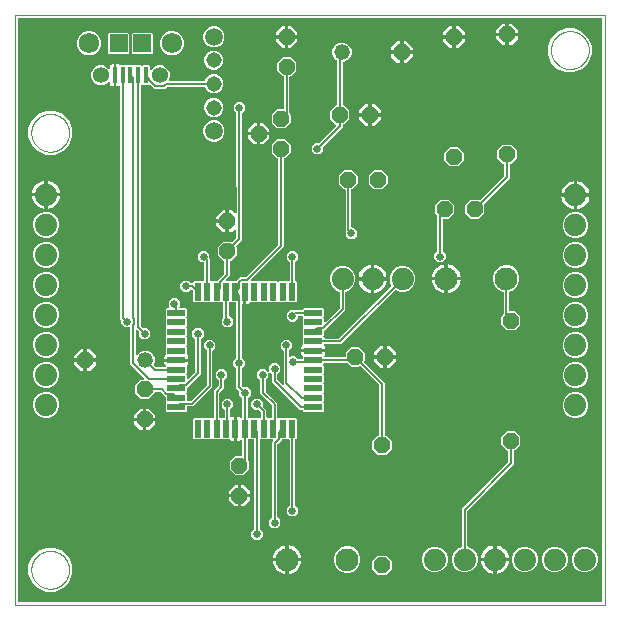
<source format=gtl>
G04 EAGLE Gerber RS-274X export*
G75*
%MOMM*%
%FSLAX34Y34*%
%LPD*%
%INTop Layer*%
%IPPOS*%
%AMOC8*
5,1,8,0,0,1.08239X$1,22.5*%
G01*
%ADD10C,0.000000*%
%ADD11P,1.429621X8X292.500000*%
%ADD12P,1.429621X8X22.500000*%
%ADD13C,1.320800*%
%ADD14P,1.429621X8X202.500000*%
%ADD15P,1.429621X8X112.500000*%
%ADD16R,0.400000X1.350000*%
%ADD17C,1.358000*%
%ADD18C,1.725000*%
%ADD19R,1.500000X1.500000*%
%ADD20C,1.879600*%
%ADD21R,1.500000X0.500000*%
%ADD22R,0.500000X1.500000*%
%ADD23C,1.930400*%
%ADD24C,1.308000*%
%ADD25C,1.508000*%
%ADD26C,0.152400*%
%ADD27C,0.654800*%

G36*
X496718Y2544D02*
X496718Y2544D01*
X496737Y2542D01*
X496839Y2564D01*
X496941Y2580D01*
X496958Y2590D01*
X496978Y2594D01*
X497067Y2647D01*
X497158Y2696D01*
X497172Y2710D01*
X497189Y2720D01*
X497256Y2799D01*
X497328Y2874D01*
X497336Y2892D01*
X497349Y2907D01*
X497388Y3003D01*
X497431Y3097D01*
X497433Y3117D01*
X497441Y3135D01*
X497459Y3302D01*
X497459Y496698D01*
X497456Y496718D01*
X497458Y496737D01*
X497436Y496839D01*
X497420Y496941D01*
X497410Y496958D01*
X497406Y496978D01*
X497353Y497067D01*
X497304Y497158D01*
X497290Y497172D01*
X497280Y497189D01*
X497201Y497256D01*
X497126Y497328D01*
X497108Y497336D01*
X497093Y497349D01*
X496997Y497388D01*
X496903Y497431D01*
X496883Y497433D01*
X496865Y497441D01*
X496698Y497459D01*
X3302Y497459D01*
X3282Y497456D01*
X3263Y497458D01*
X3161Y497436D01*
X3059Y497420D01*
X3042Y497410D01*
X3022Y497406D01*
X2933Y497353D01*
X2842Y497304D01*
X2828Y497290D01*
X2811Y497280D01*
X2744Y497201D01*
X2672Y497126D01*
X2664Y497108D01*
X2651Y497093D01*
X2612Y496997D01*
X2569Y496903D01*
X2567Y496883D01*
X2559Y496865D01*
X2541Y496698D01*
X2541Y3302D01*
X2544Y3282D01*
X2542Y3263D01*
X2564Y3161D01*
X2580Y3059D01*
X2590Y3042D01*
X2594Y3022D01*
X2647Y2933D01*
X2696Y2842D01*
X2710Y2828D01*
X2720Y2811D01*
X2799Y2744D01*
X2874Y2672D01*
X2892Y2664D01*
X2907Y2651D01*
X3003Y2612D01*
X3097Y2569D01*
X3117Y2567D01*
X3135Y2559D01*
X3302Y2541D01*
X496698Y2541D01*
X496718Y2544D01*
G37*
%LPC*%
G36*
X203012Y55201D02*
X203012Y55201D01*
X200201Y58012D01*
X200201Y61988D01*
X202490Y64277D01*
X202543Y64351D01*
X202603Y64420D01*
X202615Y64450D01*
X202634Y64476D01*
X202661Y64563D01*
X202695Y64648D01*
X202699Y64689D01*
X202706Y64712D01*
X202705Y64744D01*
X202713Y64815D01*
X202713Y139714D01*
X202710Y139734D01*
X202712Y139753D01*
X202690Y139855D01*
X202674Y139957D01*
X202664Y139974D01*
X202660Y139994D01*
X202607Y140083D01*
X202558Y140174D01*
X202544Y140188D01*
X202534Y140205D01*
X202455Y140272D01*
X202380Y140344D01*
X202362Y140352D01*
X202347Y140365D01*
X202251Y140404D01*
X202157Y140447D01*
X202137Y140449D01*
X202119Y140457D01*
X201952Y140475D01*
X199668Y140475D01*
X199338Y140805D01*
X199322Y140817D01*
X199310Y140833D01*
X199223Y140889D01*
X199139Y140949D01*
X199120Y140955D01*
X199103Y140966D01*
X199002Y140991D01*
X198903Y141021D01*
X198884Y141021D01*
X198864Y141026D01*
X198761Y141018D01*
X198658Y141015D01*
X198639Y141008D01*
X198619Y141007D01*
X198524Y140966D01*
X198427Y140931D01*
X198411Y140918D01*
X198393Y140910D01*
X198262Y140805D01*
X197932Y140475D01*
X197848Y140475D01*
X197828Y140472D01*
X197809Y140474D01*
X197707Y140452D01*
X197605Y140436D01*
X197588Y140426D01*
X197568Y140422D01*
X197479Y140369D01*
X197388Y140320D01*
X197374Y140306D01*
X197357Y140296D01*
X197290Y140217D01*
X197218Y140142D01*
X197210Y140124D01*
X197197Y140109D01*
X197158Y140013D01*
X197115Y139919D01*
X197113Y139899D01*
X197105Y139881D01*
X197087Y139714D01*
X197087Y123224D01*
X197101Y123134D01*
X197109Y123043D01*
X197121Y123014D01*
X197126Y122982D01*
X197169Y122901D01*
X197205Y122817D01*
X197231Y122785D01*
X197242Y122764D01*
X197265Y122742D01*
X197310Y122686D01*
X198329Y121667D01*
X198329Y114933D01*
X193567Y110171D01*
X186833Y110171D01*
X182071Y114933D01*
X182071Y121667D01*
X186833Y126429D01*
X191752Y126429D01*
X191772Y126432D01*
X191791Y126430D01*
X191893Y126452D01*
X191995Y126468D01*
X192012Y126478D01*
X192032Y126482D01*
X192121Y126535D01*
X192212Y126584D01*
X192226Y126598D01*
X192243Y126608D01*
X192310Y126687D01*
X192382Y126762D01*
X192390Y126780D01*
X192403Y126795D01*
X192442Y126891D01*
X192485Y126985D01*
X192487Y127005D01*
X192495Y127023D01*
X192513Y127190D01*
X192513Y139714D01*
X192510Y139734D01*
X192512Y139753D01*
X192490Y139855D01*
X192474Y139957D01*
X192464Y139974D01*
X192460Y139994D01*
X192407Y140083D01*
X192358Y140174D01*
X192344Y140188D01*
X192334Y140205D01*
X192255Y140272D01*
X192180Y140344D01*
X192162Y140352D01*
X192147Y140365D01*
X192051Y140404D01*
X191957Y140447D01*
X191937Y140449D01*
X191919Y140457D01*
X191752Y140475D01*
X191684Y140475D01*
X191594Y140461D01*
X191503Y140453D01*
X191473Y140441D01*
X191441Y140436D01*
X191360Y140393D01*
X191276Y140357D01*
X191244Y140331D01*
X191224Y140320D01*
X191201Y140297D01*
X191145Y140252D01*
X190860Y139967D01*
X190281Y139632D01*
X189634Y139459D01*
X188049Y139459D01*
X188049Y149012D01*
X188046Y149031D01*
X188048Y149051D01*
X188026Y149153D01*
X188010Y149255D01*
X188000Y149272D01*
X187996Y149292D01*
X187943Y149381D01*
X187894Y149472D01*
X187880Y149486D01*
X187870Y149503D01*
X187866Y149506D01*
X187918Y149560D01*
X187926Y149578D01*
X187939Y149593D01*
X187978Y149690D01*
X188021Y149783D01*
X188023Y149803D01*
X188031Y149821D01*
X188049Y149988D01*
X188049Y159541D01*
X189634Y159541D01*
X190281Y159368D01*
X190860Y159033D01*
X191145Y158748D01*
X191219Y158695D01*
X191289Y158635D01*
X191319Y158623D01*
X191345Y158604D01*
X191432Y158577D01*
X191517Y158543D01*
X191558Y158539D01*
X191580Y158532D01*
X191612Y158533D01*
X191684Y158525D01*
X191752Y158525D01*
X191772Y158528D01*
X191791Y158526D01*
X191893Y158548D01*
X191995Y158564D01*
X192012Y158574D01*
X192032Y158578D01*
X192121Y158631D01*
X192212Y158680D01*
X192226Y158694D01*
X192243Y158704D01*
X192310Y158783D01*
X192382Y158858D01*
X192390Y158876D01*
X192403Y158891D01*
X192442Y158987D01*
X192485Y159081D01*
X192487Y159101D01*
X192495Y159119D01*
X192513Y159286D01*
X192513Y175185D01*
X192499Y175275D01*
X192491Y175366D01*
X192479Y175396D01*
X192474Y175428D01*
X192431Y175508D01*
X192395Y175592D01*
X192369Y175624D01*
X192358Y175645D01*
X192335Y175667D01*
X192290Y175723D01*
X190001Y178012D01*
X190001Y181250D01*
X189987Y181340D01*
X189979Y181431D01*
X189967Y181460D01*
X189962Y181492D01*
X189919Y181573D01*
X189883Y181657D01*
X189857Y181689D01*
X189846Y181710D01*
X189823Y181732D01*
X189778Y181788D01*
X189076Y182490D01*
X187513Y184053D01*
X187513Y200185D01*
X187499Y200275D01*
X187491Y200366D01*
X187479Y200396D01*
X187474Y200428D01*
X187431Y200508D01*
X187395Y200592D01*
X187369Y200625D01*
X187358Y200645D01*
X187335Y200667D01*
X187290Y200723D01*
X185001Y203012D01*
X185001Y206988D01*
X187290Y209277D01*
X187343Y209351D01*
X187403Y209420D01*
X187415Y209450D01*
X187434Y209476D01*
X187461Y209563D01*
X187495Y209648D01*
X187499Y209689D01*
X187506Y209712D01*
X187505Y209744D01*
X187513Y209815D01*
X187513Y243218D01*
X187557Y243279D01*
X187617Y243349D01*
X187629Y243379D01*
X187648Y243405D01*
X187675Y243492D01*
X187709Y243577D01*
X187713Y243618D01*
X187720Y243640D01*
X187719Y243672D01*
X187727Y243744D01*
X187727Y255714D01*
X187724Y255734D01*
X187726Y255753D01*
X187704Y255855D01*
X187688Y255957D01*
X187678Y255974D01*
X187674Y255994D01*
X187621Y256083D01*
X187572Y256174D01*
X187558Y256188D01*
X187548Y256205D01*
X187469Y256272D01*
X187394Y256344D01*
X187376Y256352D01*
X187361Y256365D01*
X187265Y256404D01*
X187171Y256447D01*
X187151Y256449D01*
X187133Y256457D01*
X186966Y256475D01*
X183668Y256475D01*
X183338Y256805D01*
X183322Y256817D01*
X183310Y256833D01*
X183223Y256889D01*
X183139Y256949D01*
X183120Y256955D01*
X183103Y256966D01*
X183002Y256991D01*
X182903Y257021D01*
X182884Y257021D01*
X182864Y257026D01*
X182761Y257018D01*
X182658Y257015D01*
X182639Y257008D01*
X182619Y257007D01*
X182524Y256966D01*
X182427Y256931D01*
X182411Y256918D01*
X182393Y256910D01*
X182262Y256805D01*
X181932Y256475D01*
X181848Y256475D01*
X181828Y256472D01*
X181809Y256474D01*
X181707Y256452D01*
X181605Y256436D01*
X181588Y256426D01*
X181568Y256422D01*
X181479Y256369D01*
X181388Y256320D01*
X181374Y256306D01*
X181357Y256296D01*
X181290Y256217D01*
X181218Y256142D01*
X181210Y256124D01*
X181197Y256109D01*
X181158Y256013D01*
X181115Y255919D01*
X181113Y255899D01*
X181105Y255881D01*
X181087Y255714D01*
X181087Y245560D01*
X181090Y245540D01*
X181088Y245521D01*
X181110Y245419D01*
X181126Y245317D01*
X181136Y245300D01*
X181140Y245280D01*
X181193Y245191D01*
X181242Y245100D01*
X181256Y245086D01*
X181266Y245069D01*
X181345Y245002D01*
X181420Y244930D01*
X181438Y244922D01*
X181453Y244909D01*
X181549Y244870D01*
X181643Y244827D01*
X181663Y244825D01*
X181681Y244817D01*
X181848Y244799D01*
X181988Y244799D01*
X184799Y241988D01*
X184799Y238012D01*
X181988Y235201D01*
X178012Y235201D01*
X175201Y238012D01*
X175201Y241988D01*
X176290Y243077D01*
X176343Y243151D01*
X176403Y243220D01*
X176415Y243250D01*
X176434Y243276D01*
X176461Y243363D01*
X176495Y243448D01*
X176499Y243489D01*
X176506Y243512D01*
X176505Y243544D01*
X176513Y243615D01*
X176513Y255714D01*
X176510Y255734D01*
X176512Y255753D01*
X176490Y255855D01*
X176474Y255957D01*
X176464Y255974D01*
X176460Y255994D01*
X176407Y256083D01*
X176358Y256174D01*
X176344Y256188D01*
X176334Y256205D01*
X176255Y256272D01*
X176180Y256344D01*
X176162Y256352D01*
X176147Y256365D01*
X176051Y256404D01*
X175957Y256447D01*
X175937Y256449D01*
X175919Y256457D01*
X175752Y256475D01*
X175668Y256475D01*
X175338Y256805D01*
X175322Y256817D01*
X175310Y256833D01*
X175223Y256889D01*
X175139Y256949D01*
X175120Y256955D01*
X175103Y256966D01*
X175002Y256991D01*
X174903Y257021D01*
X174884Y257021D01*
X174864Y257026D01*
X174761Y257018D01*
X174658Y257015D01*
X174639Y257008D01*
X174619Y257007D01*
X174524Y256966D01*
X174427Y256931D01*
X174411Y256918D01*
X174393Y256910D01*
X174262Y256805D01*
X173932Y256475D01*
X167668Y256475D01*
X167338Y256805D01*
X167322Y256817D01*
X167310Y256833D01*
X167223Y256889D01*
X167139Y256949D01*
X167120Y256955D01*
X167103Y256966D01*
X167002Y256991D01*
X166903Y257021D01*
X166884Y257021D01*
X166864Y257026D01*
X166761Y257018D01*
X166658Y257015D01*
X166639Y257008D01*
X166619Y257007D01*
X166524Y256966D01*
X166427Y256931D01*
X166411Y256918D01*
X166393Y256910D01*
X166262Y256805D01*
X165932Y256475D01*
X159668Y256475D01*
X159338Y256805D01*
X159322Y256817D01*
X159310Y256833D01*
X159223Y256889D01*
X159139Y256949D01*
X159120Y256955D01*
X159103Y256966D01*
X159002Y256991D01*
X158903Y257021D01*
X158884Y257021D01*
X158864Y257026D01*
X158761Y257018D01*
X158658Y257015D01*
X158639Y257008D01*
X158619Y257007D01*
X158524Y256966D01*
X158427Y256931D01*
X158411Y256918D01*
X158393Y256910D01*
X158262Y256805D01*
X157932Y256475D01*
X151668Y256475D01*
X150775Y257368D01*
X150775Y265976D01*
X150761Y266066D01*
X150753Y266157D01*
X150741Y266186D01*
X150736Y266218D01*
X150693Y266299D01*
X150657Y266383D01*
X150631Y266415D01*
X150620Y266436D01*
X150597Y266458D01*
X150552Y266514D01*
X149965Y267102D01*
X149948Y267113D01*
X149936Y267129D01*
X149849Y267185D01*
X149765Y267245D01*
X149746Y267251D01*
X149729Y267262D01*
X149628Y267287D01*
X149530Y267317D01*
X149510Y267317D01*
X149490Y267322D01*
X149388Y267314D01*
X149284Y267311D01*
X149265Y267304D01*
X149245Y267303D01*
X149151Y267262D01*
X149053Y267227D01*
X149037Y267214D01*
X149019Y267206D01*
X148888Y267102D01*
X146988Y265201D01*
X143012Y265201D01*
X140201Y268012D01*
X140201Y271988D01*
X143012Y274799D01*
X146988Y274799D01*
X149277Y272510D01*
X149351Y272457D01*
X149420Y272397D01*
X149450Y272385D01*
X149476Y272366D01*
X149563Y272339D01*
X149648Y272305D01*
X149689Y272301D01*
X149712Y272294D01*
X149744Y272295D01*
X149815Y272287D01*
X150014Y272287D01*
X150034Y272290D01*
X150053Y272288D01*
X150155Y272310D01*
X150257Y272326D01*
X150274Y272336D01*
X150294Y272340D01*
X150383Y272393D01*
X150474Y272442D01*
X150488Y272456D01*
X150505Y272466D01*
X150572Y272545D01*
X150644Y272620D01*
X150652Y272638D01*
X150665Y272653D01*
X150704Y272749D01*
X150747Y272843D01*
X150749Y272863D01*
X150757Y272881D01*
X150775Y273048D01*
X150775Y273632D01*
X151668Y274525D01*
X157932Y274525D01*
X158262Y274195D01*
X158278Y274183D01*
X158290Y274167D01*
X158377Y274111D01*
X158461Y274051D01*
X158480Y274045D01*
X158497Y274034D01*
X158598Y274009D01*
X158697Y273979D01*
X158716Y273979D01*
X158736Y273974D01*
X158839Y273982D01*
X158942Y273985D01*
X158961Y273992D01*
X158981Y273993D01*
X159076Y274034D01*
X159173Y274069D01*
X159189Y274082D01*
X159207Y274090D01*
X159338Y274195D01*
X159668Y274525D01*
X159752Y274525D01*
X159772Y274528D01*
X159791Y274526D01*
X159893Y274548D01*
X159995Y274564D01*
X160012Y274574D01*
X160032Y274578D01*
X160121Y274631D01*
X160212Y274680D01*
X160226Y274694D01*
X160243Y274704D01*
X160310Y274783D01*
X160382Y274858D01*
X160390Y274876D01*
X160403Y274891D01*
X160442Y274987D01*
X160485Y275081D01*
X160487Y275101D01*
X160495Y275119D01*
X160513Y275286D01*
X160513Y289440D01*
X160510Y289460D01*
X160512Y289479D01*
X160490Y289581D01*
X160474Y289683D01*
X160464Y289700D01*
X160460Y289720D01*
X160407Y289809D01*
X160358Y289900D01*
X160344Y289914D01*
X160334Y289931D01*
X160255Y289998D01*
X160180Y290070D01*
X160162Y290078D01*
X160147Y290091D01*
X160051Y290130D01*
X159957Y290173D01*
X159937Y290175D01*
X159919Y290183D01*
X159752Y290201D01*
X158012Y290201D01*
X155201Y293012D01*
X155201Y296988D01*
X158012Y299799D01*
X161988Y299799D01*
X164799Y296988D01*
X164799Y293751D01*
X164813Y293660D01*
X164821Y293570D01*
X164833Y293540D01*
X164838Y293508D01*
X164881Y293427D01*
X164917Y293343D01*
X164943Y293311D01*
X164954Y293290D01*
X164977Y293268D01*
X165022Y293212D01*
X165087Y293147D01*
X165087Y275286D01*
X165090Y275266D01*
X165088Y275247D01*
X165110Y275145D01*
X165126Y275043D01*
X165136Y275026D01*
X165140Y275006D01*
X165193Y274917D01*
X165242Y274826D01*
X165256Y274812D01*
X165266Y274795D01*
X165345Y274728D01*
X165420Y274656D01*
X165438Y274648D01*
X165453Y274635D01*
X165549Y274596D01*
X165643Y274553D01*
X165663Y274551D01*
X165681Y274543D01*
X165848Y274525D01*
X165932Y274525D01*
X166262Y274195D01*
X166278Y274183D01*
X166290Y274167D01*
X166377Y274111D01*
X166461Y274051D01*
X166480Y274045D01*
X166497Y274034D01*
X166598Y274009D01*
X166697Y273979D01*
X166716Y273979D01*
X166736Y273974D01*
X166839Y273982D01*
X166942Y273985D01*
X166961Y273992D01*
X166981Y273993D01*
X167076Y274034D01*
X167173Y274069D01*
X167189Y274082D01*
X167207Y274090D01*
X167338Y274195D01*
X167668Y274525D01*
X171043Y274525D01*
X171133Y274539D01*
X171224Y274547D01*
X171253Y274559D01*
X171285Y274564D01*
X171366Y274607D01*
X171450Y274643D01*
X171482Y274669D01*
X171503Y274680D01*
X171525Y274703D01*
X171581Y274748D01*
X177290Y280457D01*
X177343Y280531D01*
X177403Y280601D01*
X177415Y280631D01*
X177434Y280657D01*
X177461Y280744D01*
X177495Y280829D01*
X177499Y280870D01*
X177506Y280892D01*
X177505Y280924D01*
X177513Y280995D01*
X177513Y290810D01*
X177510Y290830D01*
X177512Y290849D01*
X177490Y290951D01*
X177474Y291053D01*
X177464Y291070D01*
X177460Y291090D01*
X177407Y291179D01*
X177358Y291270D01*
X177344Y291284D01*
X177334Y291301D01*
X177255Y291368D01*
X177180Y291440D01*
X177162Y291448D01*
X177147Y291461D01*
X177051Y291500D01*
X176957Y291543D01*
X176937Y291545D01*
X176919Y291553D01*
X176752Y291571D01*
X176433Y291571D01*
X171671Y296333D01*
X171671Y303067D01*
X176433Y307829D01*
X183167Y307829D01*
X183393Y307603D01*
X183409Y307591D01*
X183421Y307576D01*
X183508Y307520D01*
X183592Y307460D01*
X183611Y307454D01*
X183628Y307443D01*
X183729Y307418D01*
X183827Y307387D01*
X183847Y307388D01*
X183867Y307383D01*
X183970Y307391D01*
X184073Y307394D01*
X184092Y307400D01*
X184112Y307402D01*
X184207Y307442D01*
X184304Y307478D01*
X184320Y307491D01*
X184338Y307498D01*
X184469Y307603D01*
X187398Y310532D01*
X187450Y310604D01*
X187508Y310672D01*
X187522Y310704D01*
X187542Y310732D01*
X187568Y310817D01*
X187602Y310899D01*
X187607Y310943D01*
X187614Y310967D01*
X187614Y310999D01*
X187621Y311066D01*
X187669Y318193D01*
X187657Y318266D01*
X187655Y318341D01*
X187638Y318387D01*
X187630Y318436D01*
X187596Y318502D01*
X187571Y318572D01*
X187540Y318610D01*
X187517Y318654D01*
X187463Y318706D01*
X187417Y318764D01*
X187375Y318790D01*
X187340Y318825D01*
X187273Y318857D01*
X187210Y318897D01*
X187162Y318909D01*
X187117Y318930D01*
X187044Y318939D01*
X186972Y318957D01*
X186922Y318953D01*
X186873Y318959D01*
X186800Y318943D01*
X186726Y318938D01*
X186681Y318918D01*
X186632Y318908D01*
X186568Y318870D01*
X186500Y318841D01*
X186447Y318799D01*
X186420Y318783D01*
X186404Y318764D01*
X186369Y318736D01*
X183588Y315955D01*
X181323Y315955D01*
X181323Y324338D01*
X181320Y324358D01*
X181322Y324377D01*
X181300Y324479D01*
X181283Y324581D01*
X181274Y324598D01*
X181270Y324618D01*
X181217Y324707D01*
X181168Y324798D01*
X181154Y324812D01*
X181144Y324829D01*
X181065Y324896D01*
X180990Y324967D01*
X180972Y324976D01*
X180957Y324989D01*
X180861Y325027D01*
X180767Y325071D01*
X180747Y325073D01*
X180729Y325081D01*
X180562Y325099D01*
X179799Y325099D01*
X179799Y325101D01*
X180562Y325101D01*
X180582Y325104D01*
X180601Y325102D01*
X180703Y325124D01*
X180805Y325141D01*
X180822Y325150D01*
X180842Y325154D01*
X180931Y325207D01*
X181022Y325256D01*
X181036Y325270D01*
X181053Y325280D01*
X181120Y325359D01*
X181191Y325434D01*
X181200Y325452D01*
X181213Y325467D01*
X181252Y325563D01*
X181295Y325657D01*
X181297Y325677D01*
X181305Y325695D01*
X181323Y325862D01*
X181323Y334245D01*
X183588Y334245D01*
X186460Y331373D01*
X186516Y331333D01*
X186566Y331284D01*
X186615Y331261D01*
X186659Y331229D01*
X186726Y331209D01*
X186788Y331179D01*
X186842Y331173D01*
X186895Y331157D01*
X186964Y331159D01*
X187032Y331151D01*
X187086Y331162D01*
X187140Y331163D01*
X187205Y331187D01*
X187273Y331201D01*
X187320Y331229D01*
X187371Y331248D01*
X187426Y331291D01*
X187485Y331326D01*
X187521Y331367D01*
X187563Y331401D01*
X187601Y331460D01*
X187646Y331512D01*
X187667Y331562D01*
X187696Y331608D01*
X187713Y331675D01*
X187740Y331740D01*
X187749Y331815D01*
X187757Y331847D01*
X187755Y331869D01*
X187759Y331906D01*
X187902Y353543D01*
X187888Y353636D01*
X187880Y353730D01*
X187869Y353757D01*
X187864Y353786D01*
X187821Y353870D01*
X187784Y353956D01*
X187761Y353985D01*
X187751Y354005D01*
X187727Y354027D01*
X187713Y354044D01*
X187713Y416585D01*
X187699Y416675D01*
X187691Y416766D01*
X187679Y416796D01*
X187674Y416828D01*
X187631Y416908D01*
X187595Y416992D01*
X187569Y417024D01*
X187558Y417045D01*
X187535Y417067D01*
X187490Y417123D01*
X185201Y419412D01*
X185201Y423388D01*
X188012Y426199D01*
X191988Y426199D01*
X194799Y423388D01*
X194799Y419412D01*
X192510Y417123D01*
X192457Y417049D01*
X192397Y416980D01*
X192385Y416950D01*
X192366Y416924D01*
X192339Y416837D01*
X192305Y416752D01*
X192301Y416711D01*
X192294Y416688D01*
X192295Y416656D01*
X192287Y416585D01*
X192287Y356663D01*
X192301Y356572D01*
X192309Y356482D01*
X192321Y356452D01*
X192326Y356420D01*
X192369Y356339D01*
X192405Y356255D01*
X192431Y356223D01*
X192442Y356202D01*
X192465Y356180D01*
X192493Y356145D01*
X192487Y355195D01*
X192487Y355193D01*
X192487Y355190D01*
X192487Y354038D01*
X192486Y354034D01*
X192486Y354002D01*
X192478Y353934D01*
X192187Y309794D01*
X192187Y309792D01*
X192187Y309789D01*
X192187Y308844D01*
X191512Y308178D01*
X191511Y308176D01*
X191508Y308175D01*
X187703Y304369D01*
X187691Y304353D01*
X187676Y304341D01*
X187620Y304253D01*
X187560Y304169D01*
X187554Y304150D01*
X187543Y304134D01*
X187518Y304033D01*
X187487Y303934D01*
X187488Y303914D01*
X187483Y303895D01*
X187491Y303792D01*
X187494Y303688D01*
X187500Y303670D01*
X187502Y303650D01*
X187542Y303555D01*
X187578Y303457D01*
X187591Y303442D01*
X187598Y303424D01*
X187703Y303293D01*
X187929Y303067D01*
X187929Y296333D01*
X183167Y291571D01*
X182848Y291571D01*
X182828Y291568D01*
X182809Y291570D01*
X182707Y291548D01*
X182605Y291532D01*
X182588Y291522D01*
X182568Y291518D01*
X182479Y291465D01*
X182388Y291416D01*
X182374Y291402D01*
X182357Y291392D01*
X182290Y291313D01*
X182218Y291238D01*
X182210Y291220D01*
X182197Y291205D01*
X182158Y291109D01*
X182115Y291015D01*
X182113Y290995D01*
X182105Y290977D01*
X182087Y290810D01*
X182087Y278786D01*
X179125Y275824D01*
X179083Y275766D01*
X179034Y275714D01*
X179012Y275667D01*
X178982Y275625D01*
X178961Y275556D01*
X178930Y275491D01*
X178925Y275439D01*
X178909Y275389D01*
X178911Y275318D01*
X178903Y275247D01*
X178914Y275196D01*
X178916Y275144D01*
X178940Y275076D01*
X178956Y275006D01*
X178982Y274961D01*
X179000Y274913D01*
X179045Y274857D01*
X179082Y274795D01*
X179121Y274761D01*
X179154Y274721D01*
X179214Y274682D01*
X179269Y274635D01*
X179317Y274616D01*
X179361Y274588D01*
X179430Y274570D01*
X179497Y274543D01*
X179568Y274535D01*
X179599Y274527D01*
X179623Y274529D01*
X179664Y274525D01*
X181932Y274525D01*
X182262Y274195D01*
X182278Y274183D01*
X182290Y274167D01*
X182377Y274111D01*
X182461Y274051D01*
X182480Y274045D01*
X182497Y274034D01*
X182598Y274009D01*
X182697Y273979D01*
X182716Y273979D01*
X182736Y273974D01*
X182839Y273982D01*
X182942Y273985D01*
X182961Y273992D01*
X182981Y273993D01*
X183076Y274034D01*
X183173Y274069D01*
X183189Y274082D01*
X183207Y274090D01*
X183338Y274195D01*
X183668Y274525D01*
X187043Y274525D01*
X187133Y274539D01*
X187224Y274547D01*
X187253Y274559D01*
X187285Y274564D01*
X187366Y274607D01*
X187450Y274643D01*
X187482Y274669D01*
X187503Y274680D01*
X187525Y274703D01*
X187581Y274748D01*
X190406Y277573D01*
X195323Y277573D01*
X195414Y277587D01*
X195504Y277595D01*
X195534Y277607D01*
X195566Y277612D01*
X195647Y277655D01*
X195731Y277691D01*
X195763Y277717D01*
X195784Y277728D01*
X195806Y277751D01*
X195862Y277796D01*
X222990Y304924D01*
X223043Y304998D01*
X223103Y305068D01*
X223115Y305098D01*
X223134Y305124D01*
X223161Y305211D01*
X223195Y305296D01*
X223199Y305337D01*
X223206Y305359D01*
X223205Y305391D01*
X223213Y305463D01*
X223213Y377710D01*
X223210Y377730D01*
X223212Y377749D01*
X223190Y377851D01*
X223174Y377953D01*
X223164Y377970D01*
X223160Y377990D01*
X223107Y378079D01*
X223058Y378170D01*
X223044Y378184D01*
X223034Y378201D01*
X222955Y378268D01*
X222880Y378340D01*
X222862Y378348D01*
X222847Y378361D01*
X222751Y378400D01*
X222657Y378443D01*
X222637Y378445D01*
X222619Y378453D01*
X222452Y378471D01*
X222133Y378471D01*
X217371Y383233D01*
X217371Y389967D01*
X222133Y394729D01*
X228867Y394729D01*
X233629Y389967D01*
X233629Y383233D01*
X228867Y378471D01*
X228548Y378471D01*
X228528Y378468D01*
X228509Y378470D01*
X228407Y378448D01*
X228305Y378432D01*
X228288Y378422D01*
X228268Y378418D01*
X228179Y378365D01*
X228088Y378316D01*
X228074Y378302D01*
X228057Y378292D01*
X227990Y378213D01*
X227918Y378138D01*
X227910Y378120D01*
X227897Y378105D01*
X227858Y378009D01*
X227815Y377915D01*
X227813Y377895D01*
X227805Y377877D01*
X227787Y377710D01*
X227787Y303253D01*
X200358Y275824D01*
X200316Y275766D01*
X200267Y275714D01*
X200245Y275667D01*
X200215Y275625D01*
X200194Y275556D01*
X200163Y275491D01*
X200158Y275439D01*
X200142Y275389D01*
X200144Y275318D01*
X200136Y275247D01*
X200147Y275196D01*
X200149Y275144D01*
X200173Y275076D01*
X200188Y275006D01*
X200215Y274961D01*
X200233Y274913D01*
X200278Y274857D01*
X200315Y274795D01*
X200354Y274761D01*
X200387Y274721D01*
X200447Y274682D01*
X200502Y274635D01*
X200550Y274616D01*
X200594Y274588D01*
X200663Y274570D01*
X200730Y274543D01*
X200801Y274535D01*
X200832Y274527D01*
X200856Y274529D01*
X200896Y274525D01*
X205932Y274525D01*
X206262Y274195D01*
X206278Y274183D01*
X206290Y274167D01*
X206377Y274111D01*
X206461Y274051D01*
X206480Y274045D01*
X206497Y274034D01*
X206598Y274009D01*
X206697Y273979D01*
X206716Y273979D01*
X206736Y273974D01*
X206839Y273982D01*
X206942Y273985D01*
X206961Y273992D01*
X206981Y273993D01*
X207076Y274034D01*
X207173Y274069D01*
X207189Y274082D01*
X207207Y274090D01*
X207338Y274195D01*
X207668Y274525D01*
X213932Y274525D01*
X214262Y274195D01*
X214278Y274183D01*
X214290Y274167D01*
X214377Y274111D01*
X214461Y274051D01*
X214480Y274045D01*
X214497Y274034D01*
X214598Y274009D01*
X214697Y273979D01*
X214716Y273979D01*
X214736Y273974D01*
X214839Y273982D01*
X214942Y273985D01*
X214961Y273992D01*
X214981Y273993D01*
X215076Y274034D01*
X215173Y274069D01*
X215189Y274082D01*
X215207Y274090D01*
X215338Y274195D01*
X215668Y274525D01*
X221932Y274525D01*
X222262Y274195D01*
X222278Y274183D01*
X222290Y274167D01*
X222377Y274111D01*
X222461Y274051D01*
X222480Y274045D01*
X222497Y274034D01*
X222598Y274009D01*
X222697Y273979D01*
X222716Y273979D01*
X222736Y273974D01*
X222839Y273982D01*
X222942Y273985D01*
X222961Y273992D01*
X222981Y273993D01*
X223076Y274034D01*
X223173Y274069D01*
X223189Y274082D01*
X223207Y274090D01*
X223338Y274195D01*
X223668Y274525D01*
X229932Y274525D01*
X230262Y274195D01*
X230278Y274183D01*
X230290Y274167D01*
X230377Y274111D01*
X230461Y274051D01*
X230480Y274045D01*
X230497Y274034D01*
X230598Y274009D01*
X230697Y273979D01*
X230716Y273979D01*
X230736Y273974D01*
X230839Y273982D01*
X230942Y273985D01*
X230961Y273992D01*
X230981Y273993D01*
X231076Y274034D01*
X231173Y274069D01*
X231189Y274082D01*
X231207Y274090D01*
X231338Y274195D01*
X231668Y274525D01*
X231952Y274525D01*
X231972Y274528D01*
X231991Y274526D01*
X232093Y274548D01*
X232195Y274564D01*
X232212Y274574D01*
X232232Y274578D01*
X232321Y274631D01*
X232412Y274680D01*
X232426Y274694D01*
X232443Y274704D01*
X232510Y274783D01*
X232582Y274858D01*
X232590Y274876D01*
X232603Y274891D01*
X232642Y274987D01*
X232685Y275081D01*
X232687Y275101D01*
X232695Y275119D01*
X232713Y275286D01*
X232713Y290185D01*
X232699Y290275D01*
X232691Y290366D01*
X232679Y290396D01*
X232674Y290428D01*
X232631Y290508D01*
X232595Y290592D01*
X232569Y290624D01*
X232558Y290645D01*
X232535Y290667D01*
X232490Y290723D01*
X230201Y293012D01*
X230201Y296988D01*
X233012Y299799D01*
X236988Y299799D01*
X239799Y296988D01*
X239799Y293012D01*
X237510Y290723D01*
X237457Y290649D01*
X237397Y290580D01*
X237385Y290550D01*
X237366Y290524D01*
X237339Y290437D01*
X237305Y290352D01*
X237301Y290311D01*
X237294Y290288D01*
X237295Y290256D01*
X237287Y290185D01*
X237287Y275286D01*
X237290Y275266D01*
X237288Y275247D01*
X237310Y275145D01*
X237326Y275043D01*
X237336Y275026D01*
X237340Y275006D01*
X237393Y274917D01*
X237442Y274826D01*
X237456Y274812D01*
X237466Y274795D01*
X237545Y274728D01*
X237620Y274656D01*
X237638Y274648D01*
X237653Y274635D01*
X237749Y274596D01*
X237843Y274553D01*
X237863Y274551D01*
X237881Y274543D01*
X237917Y274539D01*
X238825Y273632D01*
X238825Y257368D01*
X237932Y256475D01*
X231668Y256475D01*
X231338Y256805D01*
X231322Y256817D01*
X231310Y256833D01*
X231223Y256889D01*
X231139Y256949D01*
X231120Y256955D01*
X231103Y256966D01*
X231002Y256991D01*
X230903Y257021D01*
X230884Y257021D01*
X230864Y257026D01*
X230761Y257018D01*
X230658Y257015D01*
X230639Y257008D01*
X230619Y257007D01*
X230524Y256966D01*
X230427Y256931D01*
X230411Y256918D01*
X230393Y256910D01*
X230262Y256805D01*
X229932Y256475D01*
X223668Y256475D01*
X223338Y256805D01*
X223322Y256817D01*
X223310Y256833D01*
X223223Y256889D01*
X223139Y256949D01*
X223120Y256955D01*
X223103Y256966D01*
X223002Y256991D01*
X222903Y257021D01*
X222884Y257021D01*
X222864Y257026D01*
X222761Y257018D01*
X222658Y257015D01*
X222639Y257008D01*
X222619Y257007D01*
X222524Y256966D01*
X222427Y256931D01*
X222411Y256918D01*
X222393Y256910D01*
X222262Y256805D01*
X221932Y256475D01*
X215668Y256475D01*
X215338Y256805D01*
X215322Y256817D01*
X215310Y256833D01*
X215223Y256889D01*
X215139Y256949D01*
X215120Y256955D01*
X215103Y256966D01*
X215002Y256991D01*
X214903Y257021D01*
X214884Y257021D01*
X214864Y257026D01*
X214761Y257018D01*
X214658Y257015D01*
X214639Y257008D01*
X214619Y257007D01*
X214524Y256966D01*
X214427Y256931D01*
X214411Y256918D01*
X214393Y256910D01*
X214262Y256805D01*
X213932Y256475D01*
X207668Y256475D01*
X207338Y256805D01*
X207322Y256817D01*
X207310Y256833D01*
X207223Y256889D01*
X207139Y256949D01*
X207120Y256955D01*
X207103Y256966D01*
X207002Y256991D01*
X206903Y257021D01*
X206884Y257021D01*
X206864Y257026D01*
X206761Y257018D01*
X206658Y257015D01*
X206639Y257008D01*
X206619Y257007D01*
X206524Y256966D01*
X206427Y256931D01*
X206411Y256918D01*
X206393Y256910D01*
X206262Y256805D01*
X205932Y256475D01*
X199684Y256475D01*
X199594Y256461D01*
X199503Y256453D01*
X199473Y256441D01*
X199441Y256436D01*
X199360Y256393D01*
X199276Y256357D01*
X199244Y256331D01*
X199224Y256320D01*
X199201Y256297D01*
X199145Y256252D01*
X198860Y255967D01*
X198281Y255632D01*
X197634Y255459D01*
X196049Y255459D01*
X196049Y265012D01*
X196046Y265031D01*
X196048Y265051D01*
X196026Y265153D01*
X196010Y265255D01*
X196000Y265272D01*
X195996Y265292D01*
X195943Y265381D01*
X195894Y265472D01*
X195880Y265486D01*
X195870Y265503D01*
X195791Y265570D01*
X195716Y265641D01*
X195698Y265650D01*
X195683Y265663D01*
X195587Y265701D01*
X195493Y265745D01*
X195473Y265747D01*
X195455Y265755D01*
X195288Y265773D01*
X194312Y265773D01*
X194292Y265770D01*
X194272Y265772D01*
X194171Y265750D01*
X194069Y265733D01*
X194052Y265724D01*
X194032Y265720D01*
X193943Y265667D01*
X193852Y265618D01*
X193838Y265604D01*
X193821Y265594D01*
X193754Y265515D01*
X193682Y265440D01*
X193674Y265422D01*
X193661Y265407D01*
X193622Y265310D01*
X193579Y265217D01*
X193577Y265197D01*
X193569Y265179D01*
X193551Y265012D01*
X193551Y255459D01*
X193062Y255459D01*
X193042Y255456D01*
X193023Y255458D01*
X192921Y255436D01*
X192819Y255420D01*
X192802Y255410D01*
X192782Y255406D01*
X192693Y255353D01*
X192602Y255304D01*
X192588Y255290D01*
X192571Y255280D01*
X192504Y255201D01*
X192432Y255126D01*
X192424Y255108D01*
X192411Y255093D01*
X192372Y254997D01*
X192329Y254903D01*
X192327Y254883D01*
X192319Y254865D01*
X192301Y254698D01*
X192301Y241530D01*
X192257Y241469D01*
X192197Y241399D01*
X192185Y241369D01*
X192166Y241343D01*
X192139Y241256D01*
X192105Y241171D01*
X192101Y241130D01*
X192094Y241108D01*
X192095Y241076D01*
X192087Y241005D01*
X192087Y209815D01*
X192101Y209725D01*
X192109Y209634D01*
X192121Y209604D01*
X192126Y209572D01*
X192169Y209492D01*
X192205Y209408D01*
X192231Y209375D01*
X192242Y209355D01*
X192265Y209333D01*
X192310Y209277D01*
X194599Y206988D01*
X194599Y203012D01*
X192310Y200723D01*
X192257Y200649D01*
X192197Y200580D01*
X192185Y200550D01*
X192166Y200524D01*
X192139Y200437D01*
X192105Y200352D01*
X192101Y200311D01*
X192094Y200288D01*
X192095Y200256D01*
X192087Y200185D01*
X192087Y186262D01*
X192101Y186172D01*
X192109Y186081D01*
X192121Y186052D01*
X192126Y186020D01*
X192169Y185939D01*
X192205Y185855D01*
X192231Y185823D01*
X192242Y185802D01*
X192265Y185780D01*
X192310Y185724D01*
X193012Y185022D01*
X193086Y184969D01*
X193156Y184909D01*
X193186Y184897D01*
X193212Y184878D01*
X193299Y184851D01*
X193384Y184817D01*
X193425Y184813D01*
X193447Y184806D01*
X193479Y184807D01*
X193550Y184799D01*
X196788Y184799D01*
X199599Y181988D01*
X199599Y178012D01*
X197310Y175723D01*
X197257Y175649D01*
X197197Y175580D01*
X197185Y175550D01*
X197166Y175524D01*
X197139Y175437D01*
X197105Y175352D01*
X197101Y175311D01*
X197094Y175288D01*
X197095Y175256D01*
X197087Y175185D01*
X197087Y159286D01*
X197090Y159266D01*
X197088Y159247D01*
X197110Y159145D01*
X197126Y159043D01*
X197136Y159026D01*
X197140Y159006D01*
X197193Y158917D01*
X197242Y158826D01*
X197256Y158812D01*
X197266Y158795D01*
X197345Y158728D01*
X197420Y158656D01*
X197438Y158648D01*
X197453Y158635D01*
X197549Y158596D01*
X197643Y158553D01*
X197663Y158551D01*
X197681Y158543D01*
X197848Y158525D01*
X197932Y158525D01*
X198262Y158195D01*
X198278Y158183D01*
X198290Y158167D01*
X198377Y158111D01*
X198461Y158051D01*
X198480Y158045D01*
X198497Y158034D01*
X198598Y158009D01*
X198697Y157979D01*
X198716Y157979D01*
X198736Y157974D01*
X198839Y157982D01*
X198942Y157985D01*
X198961Y157992D01*
X198981Y157993D01*
X199076Y158034D01*
X199173Y158069D01*
X199189Y158082D01*
X199207Y158090D01*
X199338Y158195D01*
X199668Y158525D01*
X205932Y158525D01*
X206262Y158195D01*
X206278Y158183D01*
X206290Y158167D01*
X206377Y158111D01*
X206461Y158051D01*
X206480Y158045D01*
X206497Y158034D01*
X206598Y158009D01*
X206697Y157979D01*
X206716Y157979D01*
X206736Y157974D01*
X206839Y157982D01*
X206942Y157985D01*
X206961Y157992D01*
X206981Y157993D01*
X207076Y158034D01*
X207173Y158069D01*
X207189Y158082D01*
X207207Y158090D01*
X207338Y158195D01*
X207668Y158525D01*
X207752Y158525D01*
X207772Y158528D01*
X207791Y158526D01*
X207893Y158548D01*
X207995Y158564D01*
X208012Y158574D01*
X208032Y158578D01*
X208121Y158631D01*
X208212Y158680D01*
X208226Y158694D01*
X208243Y158704D01*
X208310Y158783D01*
X208382Y158858D01*
X208390Y158876D01*
X208403Y158891D01*
X208442Y158987D01*
X208485Y159081D01*
X208487Y159101D01*
X208495Y159119D01*
X208513Y159286D01*
X208513Y162937D01*
X208499Y163028D01*
X208491Y163118D01*
X208479Y163148D01*
X208474Y163180D01*
X208431Y163261D01*
X208395Y163345D01*
X208369Y163377D01*
X208358Y163398D01*
X208335Y163420D01*
X208290Y163476D01*
X206788Y164978D01*
X206714Y165031D01*
X206644Y165091D01*
X206614Y165103D01*
X206588Y165122D01*
X206501Y165149D01*
X206416Y165183D01*
X206375Y165187D01*
X206353Y165194D01*
X206321Y165193D01*
X206249Y165201D01*
X203012Y165201D01*
X200201Y168012D01*
X200201Y171988D01*
X203012Y174799D01*
X206988Y174799D01*
X209799Y171988D01*
X209799Y168751D01*
X209813Y168660D01*
X209821Y168570D01*
X209833Y168540D01*
X209838Y168508D01*
X209881Y168427D01*
X209917Y168343D01*
X209943Y168311D01*
X209954Y168290D01*
X209977Y168268D01*
X210022Y168212D01*
X213087Y165147D01*
X213087Y159286D01*
X213090Y159266D01*
X213088Y159247D01*
X213110Y159145D01*
X213126Y159043D01*
X213136Y159026D01*
X213140Y159006D01*
X213193Y158917D01*
X213242Y158826D01*
X213256Y158812D01*
X213266Y158795D01*
X213345Y158728D01*
X213420Y158656D01*
X213438Y158648D01*
X213453Y158635D01*
X213549Y158596D01*
X213643Y158553D01*
X213663Y158551D01*
X213681Y158543D01*
X213848Y158525D01*
X213932Y158525D01*
X214262Y158195D01*
X214278Y158183D01*
X214290Y158167D01*
X214377Y158111D01*
X214461Y158051D01*
X214480Y158045D01*
X214497Y158034D01*
X214598Y158009D01*
X214697Y157979D01*
X214716Y157979D01*
X214736Y157974D01*
X214839Y157982D01*
X214942Y157985D01*
X214961Y157992D01*
X214981Y157993D01*
X215076Y158034D01*
X215173Y158069D01*
X215189Y158082D01*
X215207Y158090D01*
X215338Y158195D01*
X215668Y158525D01*
X216952Y158525D01*
X216972Y158528D01*
X216991Y158526D01*
X217093Y158548D01*
X217195Y158564D01*
X217212Y158574D01*
X217232Y158578D01*
X217321Y158631D01*
X217412Y158680D01*
X217426Y158694D01*
X217443Y158704D01*
X217510Y158783D01*
X217582Y158858D01*
X217590Y158876D01*
X217603Y158891D01*
X217642Y158987D01*
X217685Y159081D01*
X217687Y159101D01*
X217695Y159119D01*
X217713Y159286D01*
X217713Y168737D01*
X217699Y168828D01*
X217691Y168918D01*
X217679Y168948D01*
X217674Y168980D01*
X217631Y169061D01*
X217595Y169145D01*
X217569Y169177D01*
X217558Y169198D01*
X217535Y169220D01*
X217490Y169276D01*
X207713Y179053D01*
X207713Y190185D01*
X207699Y190275D01*
X207691Y190366D01*
X207679Y190396D01*
X207674Y190428D01*
X207631Y190508D01*
X207595Y190592D01*
X207569Y190624D01*
X207558Y190645D01*
X207535Y190667D01*
X207490Y190723D01*
X205201Y193012D01*
X205201Y196988D01*
X208012Y199799D01*
X211988Y199799D01*
X213902Y197885D01*
X213960Y197843D01*
X214012Y197793D01*
X214059Y197772D01*
X214101Y197741D01*
X214170Y197720D01*
X214235Y197690D01*
X214287Y197684D01*
X214337Y197669D01*
X214408Y197671D01*
X214479Y197663D01*
X214530Y197674D01*
X214582Y197675D01*
X214650Y197700D01*
X214720Y197715D01*
X214765Y197742D01*
X214813Y197760D01*
X214869Y197804D01*
X214931Y197841D01*
X214965Y197881D01*
X215005Y197913D01*
X215044Y197974D01*
X215091Y198028D01*
X215110Y198076D01*
X215138Y198120D01*
X215156Y198190D01*
X215183Y198256D01*
X215191Y198328D01*
X215199Y198359D01*
X215197Y198382D01*
X215201Y198423D01*
X215201Y202248D01*
X218012Y205059D01*
X221988Y205059D01*
X224799Y202248D01*
X224799Y198272D01*
X222510Y195983D01*
X222457Y195909D01*
X222397Y195840D01*
X222385Y195810D01*
X222366Y195784D01*
X222339Y195697D01*
X222305Y195612D01*
X222301Y195571D01*
X222294Y195548D01*
X222295Y195516D01*
X222287Y195445D01*
X222287Y191263D01*
X222301Y191172D01*
X222309Y191082D01*
X222321Y191052D01*
X222326Y191020D01*
X222369Y190939D01*
X222405Y190855D01*
X222431Y190823D01*
X222442Y190802D01*
X222465Y190780D01*
X222510Y190724D01*
X226414Y186820D01*
X226472Y186778D01*
X226524Y186729D01*
X226571Y186707D01*
X226613Y186677D01*
X226682Y186656D01*
X226747Y186625D01*
X226799Y186620D01*
X226849Y186604D01*
X226920Y186606D01*
X226991Y186598D01*
X227042Y186609D01*
X227094Y186611D01*
X227162Y186635D01*
X227232Y186650D01*
X227277Y186677D01*
X227325Y186695D01*
X227381Y186740D01*
X227443Y186777D01*
X227477Y186816D01*
X227517Y186849D01*
X227556Y186909D01*
X227603Y186964D01*
X227622Y187012D01*
X227650Y187056D01*
X227668Y187125D01*
X227695Y187192D01*
X227703Y187263D01*
X227711Y187294D01*
X227709Y187318D01*
X227713Y187358D01*
X227713Y215185D01*
X227699Y215275D01*
X227691Y215366D01*
X227679Y215396D01*
X227674Y215428D01*
X227631Y215508D01*
X227595Y215592D01*
X227569Y215625D01*
X227558Y215645D01*
X227535Y215667D01*
X227490Y215723D01*
X225201Y218012D01*
X225201Y221988D01*
X228012Y224799D01*
X231988Y224799D01*
X234799Y221988D01*
X234799Y218012D01*
X232510Y215723D01*
X232457Y215649D01*
X232397Y215580D01*
X232385Y215550D01*
X232366Y215524D01*
X232339Y215437D01*
X232305Y215352D01*
X232301Y215311D01*
X232294Y215288D01*
X232295Y215256D01*
X232287Y215185D01*
X232287Y211171D01*
X232298Y211100D01*
X232300Y211028D01*
X232318Y210979D01*
X232326Y210928D01*
X232360Y210865D01*
X232385Y210797D01*
X232417Y210757D01*
X232442Y210711D01*
X232493Y210662D01*
X232538Y210605D01*
X232582Y210577D01*
X232620Y210541D01*
X232685Y210511D01*
X232745Y210472D01*
X232796Y210460D01*
X232843Y210438D01*
X232914Y210430D01*
X232984Y210412D01*
X233036Y210416D01*
X233087Y210411D01*
X233158Y210426D01*
X233229Y210432D01*
X233277Y210452D01*
X233328Y210463D01*
X233389Y210500D01*
X233455Y210528D01*
X233511Y210573D01*
X233539Y210589D01*
X233554Y210607D01*
X233569Y210619D01*
X237548Y210619D01*
X239837Y208330D01*
X239911Y208277D01*
X239980Y208217D01*
X240010Y208205D01*
X240036Y208186D01*
X240123Y208159D01*
X240208Y208125D01*
X240249Y208121D01*
X240272Y208114D01*
X240304Y208115D01*
X240375Y208107D01*
X243014Y208107D01*
X243034Y208110D01*
X243053Y208108D01*
X243155Y208130D01*
X243257Y208146D01*
X243274Y208156D01*
X243294Y208160D01*
X243383Y208213D01*
X243474Y208262D01*
X243488Y208276D01*
X243505Y208286D01*
X243572Y208365D01*
X243644Y208440D01*
X243652Y208458D01*
X243665Y208473D01*
X243704Y208569D01*
X243747Y208663D01*
X243749Y208683D01*
X243757Y208701D01*
X243775Y208868D01*
X243775Y210616D01*
X243761Y210706D01*
X243753Y210797D01*
X243741Y210827D01*
X243736Y210859D01*
X243693Y210940D01*
X243657Y211024D01*
X243631Y211056D01*
X243620Y211076D01*
X243597Y211099D01*
X243552Y211155D01*
X243267Y211440D01*
X242932Y212019D01*
X242759Y212666D01*
X242759Y214251D01*
X252312Y214251D01*
X252331Y214254D01*
X252351Y214252D01*
X252453Y214274D01*
X252555Y214290D01*
X252572Y214300D01*
X252592Y214304D01*
X252681Y214357D01*
X252772Y214406D01*
X252786Y214420D01*
X252803Y214430D01*
X252806Y214434D01*
X252860Y214382D01*
X252878Y214374D01*
X252893Y214361D01*
X252990Y214322D01*
X253083Y214279D01*
X253103Y214277D01*
X253121Y214269D01*
X253288Y214251D01*
X262841Y214251D01*
X262841Y212666D01*
X262668Y212019D01*
X262333Y211440D01*
X262048Y211155D01*
X261995Y211081D01*
X261935Y211011D01*
X261923Y210981D01*
X261904Y210955D01*
X261877Y210868D01*
X261843Y210783D01*
X261839Y210742D01*
X261832Y210720D01*
X261833Y210688D01*
X261825Y210616D01*
X261825Y210548D01*
X261828Y210528D01*
X261826Y210509D01*
X261848Y210407D01*
X261864Y210305D01*
X261874Y210288D01*
X261878Y210268D01*
X261931Y210179D01*
X261980Y210088D01*
X261994Y210074D01*
X262004Y210057D01*
X262083Y209990D01*
X262158Y209918D01*
X262176Y209910D01*
X262191Y209897D01*
X262287Y209858D01*
X262381Y209815D01*
X262401Y209813D01*
X262419Y209805D01*
X262586Y209787D01*
X279310Y209787D01*
X279330Y209790D01*
X279349Y209788D01*
X279451Y209810D01*
X279553Y209826D01*
X279570Y209836D01*
X279590Y209840D01*
X279679Y209893D01*
X279770Y209942D01*
X279784Y209956D01*
X279801Y209966D01*
X279868Y210045D01*
X279940Y210120D01*
X279948Y210138D01*
X279961Y210153D01*
X280000Y210249D01*
X280043Y210343D01*
X280045Y210363D01*
X280053Y210381D01*
X280071Y210548D01*
X280071Y213567D01*
X284833Y218329D01*
X291567Y218329D01*
X296329Y213567D01*
X296329Y206833D01*
X296103Y206607D01*
X296091Y206591D01*
X296076Y206579D01*
X296020Y206492D01*
X295960Y206408D01*
X295954Y206389D01*
X295943Y206372D01*
X295918Y206271D01*
X295887Y206173D01*
X295888Y206153D01*
X295883Y206133D01*
X295891Y206030D01*
X295894Y205927D01*
X295900Y205908D01*
X295902Y205888D01*
X295942Y205793D01*
X295978Y205696D01*
X295991Y205680D01*
X295998Y205662D01*
X296103Y205531D01*
X311724Y189910D01*
X313287Y188347D01*
X313287Y144190D01*
X313290Y144170D01*
X313288Y144151D01*
X313310Y144049D01*
X313326Y143947D01*
X313336Y143930D01*
X313340Y143910D01*
X313393Y143821D01*
X313442Y143730D01*
X313456Y143716D01*
X313466Y143699D01*
X313545Y143632D01*
X313620Y143560D01*
X313638Y143552D01*
X313653Y143539D01*
X313749Y143500D01*
X313843Y143457D01*
X313863Y143455D01*
X313881Y143447D01*
X314048Y143429D01*
X314367Y143429D01*
X319129Y138667D01*
X319129Y131933D01*
X314367Y127171D01*
X307633Y127171D01*
X302871Y131933D01*
X302871Y138667D01*
X307633Y143429D01*
X307952Y143429D01*
X307972Y143432D01*
X307991Y143430D01*
X308093Y143452D01*
X308195Y143468D01*
X308212Y143478D01*
X308232Y143482D01*
X308321Y143535D01*
X308412Y143584D01*
X308426Y143598D01*
X308443Y143608D01*
X308510Y143687D01*
X308582Y143762D01*
X308590Y143780D01*
X308603Y143795D01*
X308642Y143891D01*
X308685Y143985D01*
X308687Y144005D01*
X308695Y144023D01*
X308713Y144190D01*
X308713Y186137D01*
X308699Y186228D01*
X308691Y186318D01*
X308679Y186348D01*
X308674Y186380D01*
X308631Y186461D01*
X308595Y186545D01*
X308569Y186577D01*
X308558Y186598D01*
X308535Y186620D01*
X308490Y186676D01*
X292869Y202297D01*
X292853Y202309D01*
X292841Y202324D01*
X292753Y202380D01*
X292669Y202440D01*
X292650Y202446D01*
X292634Y202457D01*
X292533Y202482D01*
X292434Y202513D01*
X292414Y202512D01*
X292395Y202517D01*
X292292Y202509D01*
X292189Y202506D01*
X292170Y202500D01*
X292150Y202498D01*
X292055Y202458D01*
X291957Y202422D01*
X291942Y202409D01*
X291924Y202402D01*
X291793Y202297D01*
X291567Y202071D01*
X284833Y202071D01*
X281914Y204990D01*
X281840Y205043D01*
X281771Y205103D01*
X281740Y205115D01*
X281714Y205134D01*
X281627Y205161D01*
X281542Y205195D01*
X281501Y205199D01*
X281479Y205206D01*
X281447Y205205D01*
X281376Y205213D01*
X262586Y205213D01*
X262566Y205210D01*
X262547Y205212D01*
X262445Y205190D01*
X262343Y205174D01*
X262326Y205164D01*
X262306Y205160D01*
X262217Y205107D01*
X262126Y205058D01*
X262112Y205044D01*
X262095Y205034D01*
X262028Y204955D01*
X261956Y204880D01*
X261948Y204862D01*
X261935Y204847D01*
X261896Y204751D01*
X261853Y204657D01*
X261851Y204637D01*
X261843Y204619D01*
X261825Y204452D01*
X261825Y204368D01*
X261495Y204038D01*
X261483Y204022D01*
X261467Y204010D01*
X261438Y203964D01*
X261414Y203939D01*
X261398Y203903D01*
X261351Y203839D01*
X261345Y203820D01*
X261334Y203803D01*
X261315Y203725D01*
X261310Y203716D01*
X261309Y203702D01*
X261279Y203603D01*
X261279Y203584D01*
X261274Y203564D01*
X261282Y203461D01*
X261285Y203358D01*
X261292Y203339D01*
X261293Y203319D01*
X261334Y203224D01*
X261369Y203127D01*
X261382Y203111D01*
X261390Y203093D01*
X261495Y202962D01*
X261825Y202632D01*
X261825Y196368D01*
X261495Y196038D01*
X261483Y196022D01*
X261467Y196010D01*
X261411Y195923D01*
X261351Y195839D01*
X261345Y195820D01*
X261334Y195803D01*
X261309Y195702D01*
X261279Y195603D01*
X261279Y195584D01*
X261274Y195564D01*
X261282Y195461D01*
X261285Y195358D01*
X261292Y195339D01*
X261293Y195319D01*
X261334Y195224D01*
X261369Y195127D01*
X261382Y195111D01*
X261390Y195093D01*
X261495Y194962D01*
X261825Y194632D01*
X261825Y188368D01*
X261495Y188038D01*
X261483Y188022D01*
X261467Y188010D01*
X261437Y187962D01*
X261428Y187953D01*
X261420Y187937D01*
X261411Y187923D01*
X261351Y187839D01*
X261345Y187820D01*
X261334Y187803D01*
X261309Y187702D01*
X261279Y187603D01*
X261279Y187584D01*
X261274Y187564D01*
X261282Y187461D01*
X261285Y187358D01*
X261292Y187339D01*
X261293Y187319D01*
X261334Y187224D01*
X261369Y187127D01*
X261382Y187111D01*
X261390Y187093D01*
X261495Y186962D01*
X261825Y186632D01*
X261825Y180368D01*
X261495Y180038D01*
X261483Y180022D01*
X261467Y180010D01*
X261411Y179923D01*
X261351Y179839D01*
X261345Y179820D01*
X261334Y179803D01*
X261309Y179702D01*
X261279Y179603D01*
X261279Y179584D01*
X261274Y179564D01*
X261282Y179461D01*
X261285Y179358D01*
X261292Y179339D01*
X261293Y179319D01*
X261334Y179224D01*
X261369Y179127D01*
X261382Y179111D01*
X261390Y179093D01*
X261495Y178962D01*
X261825Y178632D01*
X261825Y172368D01*
X261495Y172038D01*
X261483Y172022D01*
X261467Y172010D01*
X261411Y171923D01*
X261351Y171839D01*
X261345Y171820D01*
X261334Y171803D01*
X261309Y171702D01*
X261279Y171603D01*
X261279Y171584D01*
X261274Y171564D01*
X261282Y171461D01*
X261285Y171358D01*
X261292Y171339D01*
X261293Y171319D01*
X261334Y171224D01*
X261369Y171127D01*
X261382Y171111D01*
X261390Y171093D01*
X261495Y170962D01*
X261825Y170632D01*
X261825Y164368D01*
X260932Y163475D01*
X244668Y163475D01*
X243775Y164368D01*
X243775Y164452D01*
X243772Y164472D01*
X243774Y164491D01*
X243752Y164593D01*
X243736Y164695D01*
X243726Y164712D01*
X243722Y164732D01*
X243669Y164821D01*
X243620Y164912D01*
X243606Y164926D01*
X243596Y164943D01*
X243517Y165010D01*
X243442Y165082D01*
X243424Y165090D01*
X243409Y165103D01*
X243313Y165142D01*
X243219Y165185D01*
X243199Y165187D01*
X243181Y165195D01*
X243014Y165213D01*
X241553Y165213D01*
X217713Y189053D01*
X217713Y195445D01*
X217699Y195535D01*
X217691Y195626D01*
X217679Y195656D01*
X217674Y195688D01*
X217631Y195768D01*
X217595Y195852D01*
X217569Y195884D01*
X217558Y195905D01*
X217535Y195927D01*
X217490Y195983D01*
X216098Y197375D01*
X216040Y197417D01*
X215988Y197467D01*
X215941Y197488D01*
X215899Y197519D01*
X215830Y197540D01*
X215765Y197570D01*
X215713Y197576D01*
X215663Y197591D01*
X215592Y197589D01*
X215521Y197597D01*
X215470Y197586D01*
X215418Y197585D01*
X215350Y197560D01*
X215280Y197545D01*
X215235Y197518D01*
X215187Y197500D01*
X215131Y197456D01*
X215069Y197419D01*
X215035Y197379D01*
X214995Y197347D01*
X214956Y197286D01*
X214909Y197232D01*
X214890Y197184D01*
X214862Y197140D01*
X214844Y197070D01*
X214817Y197004D01*
X214809Y196932D01*
X214801Y196901D01*
X214803Y196878D01*
X214799Y196837D01*
X214799Y193012D01*
X212510Y190723D01*
X212457Y190649D01*
X212397Y190580D01*
X212385Y190550D01*
X212366Y190524D01*
X212339Y190437D01*
X212305Y190352D01*
X212301Y190311D01*
X212294Y190288D01*
X212295Y190256D01*
X212287Y190185D01*
X212287Y181263D01*
X212301Y181172D01*
X212309Y181082D01*
X212321Y181052D01*
X212326Y181020D01*
X212369Y180939D01*
X212405Y180855D01*
X212431Y180823D01*
X212442Y180802D01*
X212465Y180780D01*
X212510Y180724D01*
X222287Y170947D01*
X222287Y158981D01*
X222298Y158910D01*
X222300Y158838D01*
X222318Y158789D01*
X222326Y158738D01*
X222360Y158675D01*
X222385Y158607D01*
X222417Y158567D01*
X222442Y158521D01*
X222493Y158471D01*
X222538Y158415D01*
X222582Y158387D01*
X222620Y158351D01*
X222685Y158321D01*
X222745Y158282D01*
X222796Y158270D01*
X222843Y158248D01*
X222914Y158240D01*
X222984Y158222D01*
X223036Y158226D01*
X223087Y158221D01*
X223158Y158236D01*
X223229Y158241D01*
X223277Y158262D01*
X223328Y158273D01*
X223389Y158310D01*
X223455Y158338D01*
X223511Y158383D01*
X223539Y158399D01*
X223554Y158417D01*
X223586Y158443D01*
X223668Y158525D01*
X229932Y158525D01*
X230262Y158195D01*
X230278Y158183D01*
X230290Y158167D01*
X230377Y158111D01*
X230461Y158051D01*
X230480Y158045D01*
X230497Y158034D01*
X230598Y158009D01*
X230697Y157979D01*
X230716Y157979D01*
X230736Y157974D01*
X230839Y157982D01*
X230942Y157985D01*
X230961Y157992D01*
X230981Y157993D01*
X231076Y158034D01*
X231173Y158069D01*
X231189Y158082D01*
X231207Y158090D01*
X231338Y158195D01*
X231668Y158525D01*
X237932Y158525D01*
X238825Y157632D01*
X238825Y141368D01*
X237909Y140453D01*
X237907Y140452D01*
X237805Y140436D01*
X237788Y140426D01*
X237768Y140422D01*
X237679Y140369D01*
X237588Y140320D01*
X237574Y140306D01*
X237557Y140296D01*
X237490Y140217D01*
X237418Y140142D01*
X237410Y140124D01*
X237397Y140109D01*
X237358Y140013D01*
X237315Y139919D01*
X237313Y139899D01*
X237305Y139881D01*
X237287Y139714D01*
X237287Y84815D01*
X237301Y84725D01*
X237309Y84634D01*
X237321Y84604D01*
X237326Y84572D01*
X237369Y84492D01*
X237405Y84408D01*
X237431Y84376D01*
X237442Y84355D01*
X237465Y84333D01*
X237510Y84277D01*
X239799Y81988D01*
X239799Y78012D01*
X236988Y75201D01*
X233012Y75201D01*
X230201Y78012D01*
X230201Y81988D01*
X232490Y84277D01*
X232543Y84351D01*
X232603Y84420D01*
X232615Y84450D01*
X232634Y84476D01*
X232661Y84563D01*
X232695Y84648D01*
X232699Y84689D01*
X232706Y84712D01*
X232705Y84744D01*
X232713Y84815D01*
X232713Y139714D01*
X232710Y139734D01*
X232712Y139753D01*
X232690Y139855D01*
X232674Y139957D01*
X232664Y139974D01*
X232660Y139994D01*
X232607Y140083D01*
X232558Y140174D01*
X232544Y140188D01*
X232534Y140205D01*
X232455Y140272D01*
X232380Y140344D01*
X232362Y140352D01*
X232347Y140365D01*
X232251Y140404D01*
X232157Y140447D01*
X232137Y140449D01*
X232119Y140457D01*
X231952Y140475D01*
X231668Y140475D01*
X231338Y140805D01*
X231322Y140817D01*
X231310Y140833D01*
X231223Y140889D01*
X231139Y140949D01*
X231120Y140955D01*
X231103Y140966D01*
X231002Y140991D01*
X230903Y141021D01*
X230884Y141021D01*
X230864Y141026D01*
X230761Y141018D01*
X230658Y141015D01*
X230639Y141008D01*
X230619Y141007D01*
X230524Y140966D01*
X230427Y140931D01*
X230411Y140918D01*
X230393Y140910D01*
X230262Y140805D01*
X229932Y140475D01*
X226557Y140475D01*
X226467Y140461D01*
X226376Y140453D01*
X226347Y140441D01*
X226315Y140436D01*
X226234Y140393D01*
X226150Y140357D01*
X226118Y140331D01*
X226097Y140320D01*
X226075Y140297D01*
X226019Y140252D01*
X222510Y136743D01*
X222457Y136669D01*
X222397Y136599D01*
X222385Y136569D01*
X222366Y136543D01*
X222339Y136456D01*
X222305Y136371D01*
X222301Y136330D01*
X222294Y136308D01*
X222295Y136276D01*
X222287Y136205D01*
X222287Y74815D01*
X222301Y74725D01*
X222309Y74634D01*
X222321Y74604D01*
X222326Y74572D01*
X222369Y74492D01*
X222405Y74408D01*
X222431Y74376D01*
X222442Y74355D01*
X222465Y74333D01*
X222510Y74277D01*
X224799Y71988D01*
X224799Y68012D01*
X221988Y65201D01*
X218012Y65201D01*
X215201Y68012D01*
X215201Y71988D01*
X217490Y74277D01*
X217543Y74351D01*
X217603Y74420D01*
X217615Y74450D01*
X217634Y74476D01*
X217661Y74563D01*
X217695Y74648D01*
X217699Y74689D01*
X217706Y74712D01*
X217705Y74744D01*
X217713Y74815D01*
X217713Y138414D01*
X218475Y139176D01*
X218517Y139234D01*
X218566Y139286D01*
X218588Y139333D01*
X218618Y139375D01*
X218639Y139444D01*
X218670Y139509D01*
X218675Y139561D01*
X218691Y139611D01*
X218689Y139682D01*
X218697Y139753D01*
X218686Y139804D01*
X218684Y139856D01*
X218660Y139924D01*
X218644Y139994D01*
X218618Y140039D01*
X218600Y140087D01*
X218555Y140143D01*
X218518Y140205D01*
X218479Y140239D01*
X218446Y140279D01*
X218386Y140318D01*
X218331Y140365D01*
X218283Y140384D01*
X218239Y140412D01*
X218170Y140430D01*
X218103Y140457D01*
X218032Y140465D01*
X218001Y140473D01*
X217977Y140471D01*
X217936Y140475D01*
X215668Y140475D01*
X215338Y140805D01*
X215322Y140817D01*
X215310Y140833D01*
X215223Y140889D01*
X215139Y140949D01*
X215120Y140955D01*
X215103Y140966D01*
X215002Y140991D01*
X214903Y141021D01*
X214884Y141021D01*
X214864Y141026D01*
X214761Y141018D01*
X214658Y141015D01*
X214639Y141008D01*
X214619Y141007D01*
X214524Y140966D01*
X214427Y140931D01*
X214411Y140918D01*
X214393Y140910D01*
X214262Y140805D01*
X213932Y140475D01*
X208048Y140475D01*
X208028Y140472D01*
X208009Y140474D01*
X207907Y140452D01*
X207805Y140436D01*
X207788Y140426D01*
X207768Y140422D01*
X207679Y140369D01*
X207588Y140320D01*
X207574Y140306D01*
X207557Y140296D01*
X207490Y140217D01*
X207418Y140142D01*
X207410Y140124D01*
X207397Y140109D01*
X207358Y140013D01*
X207315Y139919D01*
X207313Y139899D01*
X207305Y139881D01*
X207287Y139714D01*
X207287Y64815D01*
X207301Y64725D01*
X207309Y64634D01*
X207321Y64604D01*
X207326Y64572D01*
X207369Y64492D01*
X207405Y64408D01*
X207431Y64376D01*
X207442Y64355D01*
X207465Y64333D01*
X207510Y64277D01*
X209799Y61988D01*
X209799Y58012D01*
X206988Y55201D01*
X203012Y55201D01*
G37*
%LPD*%
%LPC*%
G36*
X128668Y163475D02*
X128668Y163475D01*
X127775Y164368D01*
X127775Y170632D01*
X128105Y170962D01*
X128117Y170978D01*
X128133Y170990D01*
X128189Y171077D01*
X128249Y171161D01*
X128255Y171180D01*
X128266Y171197D01*
X128291Y171298D01*
X128321Y171397D01*
X128321Y171416D01*
X128326Y171436D01*
X128318Y171539D01*
X128315Y171642D01*
X128308Y171661D01*
X128307Y171681D01*
X128266Y171776D01*
X128231Y171873D01*
X128218Y171889D01*
X128210Y171907D01*
X128105Y172038D01*
X127775Y172368D01*
X127775Y175743D01*
X127761Y175833D01*
X127753Y175924D01*
X127741Y175953D01*
X127736Y175985D01*
X127693Y176066D01*
X127657Y176150D01*
X127631Y176182D01*
X127620Y176203D01*
X127597Y176225D01*
X127552Y176281D01*
X123643Y180190D01*
X123569Y180243D01*
X123499Y180303D01*
X123469Y180315D01*
X123443Y180334D01*
X123356Y180361D01*
X123271Y180395D01*
X123230Y180399D01*
X123208Y180406D01*
X123176Y180405D01*
X123105Y180413D01*
X118890Y180413D01*
X118870Y180410D01*
X118851Y180412D01*
X118749Y180390D01*
X118647Y180374D01*
X118630Y180364D01*
X118610Y180360D01*
X118521Y180307D01*
X118430Y180258D01*
X118416Y180244D01*
X118399Y180234D01*
X118332Y180155D01*
X118260Y180080D01*
X118252Y180062D01*
X118239Y180047D01*
X118200Y179951D01*
X118157Y179857D01*
X118155Y179837D01*
X118147Y179819D01*
X118129Y179652D01*
X118129Y179333D01*
X113367Y174571D01*
X106633Y174571D01*
X101871Y179333D01*
X101871Y186067D01*
X106633Y190829D01*
X109100Y190829D01*
X109170Y190840D01*
X109242Y190842D01*
X109291Y190860D01*
X109342Y190868D01*
X109406Y190902D01*
X109473Y190927D01*
X109514Y190959D01*
X109560Y190984D01*
X109609Y191036D01*
X109665Y191080D01*
X109693Y191124D01*
X109729Y191162D01*
X109759Y191227D01*
X109798Y191287D01*
X109811Y191338D01*
X109833Y191385D01*
X109841Y191456D01*
X109858Y191526D01*
X109854Y191578D01*
X109860Y191629D01*
X109845Y191700D01*
X109839Y191771D01*
X109819Y191819D01*
X109808Y191870D01*
X109771Y191931D01*
X109743Y191997D01*
X109698Y192053D01*
X109681Y192081D01*
X109664Y192096D01*
X109638Y192128D01*
X97713Y204053D01*
X97713Y234440D01*
X97710Y234460D01*
X97712Y234479D01*
X97690Y234581D01*
X97674Y234683D01*
X97664Y234700D01*
X97660Y234720D01*
X97607Y234809D01*
X97558Y234900D01*
X97544Y234914D01*
X97534Y234931D01*
X97455Y234998D01*
X97380Y235070D01*
X97362Y235078D01*
X97347Y235091D01*
X97251Y235130D01*
X97157Y235173D01*
X97137Y235175D01*
X97119Y235183D01*
X96952Y235201D01*
X93012Y235201D01*
X90201Y238012D01*
X90201Y241250D01*
X90187Y241340D01*
X90179Y241431D01*
X90167Y241460D01*
X90162Y241492D01*
X90119Y241573D01*
X90083Y241657D01*
X90057Y241689D01*
X90046Y241710D01*
X90023Y241732D01*
X89978Y241788D01*
X89113Y242653D01*
X89113Y438976D01*
X89098Y439070D01*
X89089Y439165D01*
X89078Y439191D01*
X89074Y439218D01*
X89029Y439302D01*
X88991Y439390D01*
X88972Y439411D01*
X88958Y439436D01*
X88889Y439501D01*
X88825Y439572D01*
X88801Y439586D01*
X88780Y439605D01*
X88694Y439645D01*
X88610Y439692D01*
X88583Y439697D01*
X88557Y439709D01*
X88462Y439719D01*
X88368Y439737D01*
X88341Y439733D01*
X88313Y439736D01*
X88219Y439715D01*
X88125Y439702D01*
X88093Y439688D01*
X88072Y439684D01*
X88044Y439667D01*
X87971Y439635D01*
X87881Y439582D01*
X87234Y439409D01*
X85899Y439409D01*
X85899Y448462D01*
X85896Y448481D01*
X85898Y448501D01*
X85876Y448603D01*
X85860Y448705D01*
X85859Y448706D01*
X85871Y448733D01*
X85873Y448753D01*
X85881Y448771D01*
X85899Y448938D01*
X85899Y457991D01*
X87235Y457991D01*
X87881Y457818D01*
X88460Y457483D01*
X88745Y457198D01*
X88819Y457145D01*
X88889Y457085D01*
X88919Y457073D01*
X88945Y457054D01*
X89032Y457027D01*
X89117Y456993D01*
X89158Y456989D01*
X89180Y456982D01*
X89212Y456983D01*
X89284Y456975D01*
X94032Y456975D01*
X94112Y456895D01*
X94128Y456883D01*
X94140Y456867D01*
X94228Y456811D01*
X94311Y456751D01*
X94330Y456745D01*
X94347Y456734D01*
X94448Y456709D01*
X94547Y456679D01*
X94567Y456679D01*
X94586Y456674D01*
X94689Y456682D01*
X94792Y456685D01*
X94811Y456692D01*
X94831Y456693D01*
X94926Y456734D01*
X95023Y456769D01*
X95039Y456782D01*
X95057Y456790D01*
X95188Y456895D01*
X95268Y456975D01*
X100532Y456975D01*
X100612Y456895D01*
X100628Y456883D01*
X100640Y456867D01*
X100727Y456811D01*
X100811Y456751D01*
X100830Y456745D01*
X100847Y456734D01*
X100948Y456709D01*
X101046Y456679D01*
X101066Y456679D01*
X101086Y456674D01*
X101189Y456682D01*
X101292Y456685D01*
X101311Y456692D01*
X101331Y456693D01*
X101426Y456734D01*
X101523Y456769D01*
X101539Y456782D01*
X101557Y456790D01*
X101688Y456895D01*
X101768Y456975D01*
X107032Y456975D01*
X107112Y456895D01*
X107128Y456883D01*
X107140Y456867D01*
X107227Y456811D01*
X107311Y456751D01*
X107330Y456745D01*
X107347Y456734D01*
X107448Y456709D01*
X107546Y456679D01*
X107566Y456679D01*
X107586Y456674D01*
X107689Y456682D01*
X107792Y456685D01*
X107811Y456692D01*
X107831Y456693D01*
X107926Y456734D01*
X108023Y456769D01*
X108039Y456782D01*
X108057Y456790D01*
X108188Y456895D01*
X108268Y456975D01*
X113532Y456975D01*
X114425Y456082D01*
X114425Y453793D01*
X114440Y453697D01*
X114450Y453600D01*
X114460Y453576D01*
X114464Y453551D01*
X114510Y453465D01*
X114550Y453375D01*
X114567Y453356D01*
X114580Y453333D01*
X114650Y453266D01*
X114716Y453194D01*
X114739Y453182D01*
X114758Y453164D01*
X114846Y453123D01*
X114932Y453076D01*
X114957Y453071D01*
X114981Y453060D01*
X115078Y453050D01*
X115174Y453032D01*
X115200Y453036D01*
X115225Y453033D01*
X115321Y453054D01*
X115417Y453068D01*
X115440Y453080D01*
X115466Y453085D01*
X115550Y453136D01*
X115636Y453180D01*
X115655Y453198D01*
X115677Y453212D01*
X115740Y453286D01*
X115809Y453355D01*
X115823Y453382D01*
X118190Y455749D01*
X121246Y457015D01*
X124554Y457015D01*
X127610Y455749D01*
X129949Y453410D01*
X131215Y450354D01*
X131215Y447046D01*
X130259Y444739D01*
X130249Y444695D01*
X130229Y444653D01*
X130221Y444576D01*
X130203Y444500D01*
X130207Y444454D01*
X130202Y444409D01*
X130219Y444332D01*
X130226Y444255D01*
X130245Y444213D01*
X130255Y444168D01*
X130295Y444101D01*
X130326Y444030D01*
X130357Y443996D01*
X130381Y443957D01*
X130440Y443906D01*
X130493Y443849D01*
X130533Y443827D01*
X130568Y443797D01*
X130640Y443768D01*
X130708Y443731D01*
X130753Y443722D01*
X130796Y443705D01*
X130932Y443690D01*
X130950Y443687D01*
X130955Y443688D01*
X130963Y443687D01*
X160109Y443687D01*
X160224Y443706D01*
X160340Y443723D01*
X160346Y443725D01*
X160352Y443726D01*
X160455Y443781D01*
X160560Y443834D01*
X160564Y443839D01*
X160569Y443842D01*
X160649Y443926D01*
X160732Y444010D01*
X160735Y444016D01*
X160739Y444020D01*
X160747Y444037D01*
X160813Y444157D01*
X161563Y445968D01*
X163832Y448237D01*
X166796Y449465D01*
X170004Y449465D01*
X172968Y448237D01*
X175237Y445968D01*
X176465Y443004D01*
X176465Y439796D01*
X175237Y436832D01*
X172968Y434563D01*
X170004Y433335D01*
X166796Y433335D01*
X163832Y434563D01*
X161563Y436832D01*
X160813Y438643D01*
X160751Y438743D01*
X160691Y438843D01*
X160686Y438847D01*
X160683Y438852D01*
X160593Y438927D01*
X160504Y439003D01*
X160498Y439005D01*
X160494Y439009D01*
X160385Y439051D01*
X160276Y439095D01*
X160269Y439096D01*
X160264Y439097D01*
X160246Y439098D01*
X160109Y439113D01*
X129698Y439113D01*
X129608Y439099D01*
X129517Y439091D01*
X129487Y439079D01*
X129455Y439074D01*
X129375Y439031D01*
X129291Y438995D01*
X129259Y438969D01*
X129238Y438958D01*
X129216Y438935D01*
X129160Y438890D01*
X127607Y437337D01*
X118193Y437337D01*
X116631Y438900D01*
X114857Y440674D01*
X114841Y440686D01*
X114828Y440701D01*
X114741Y440757D01*
X114657Y440817D01*
X114638Y440823D01*
X114621Y440834D01*
X114521Y440859D01*
X114422Y440890D01*
X114402Y440889D01*
X114383Y440894D01*
X114280Y440886D01*
X114176Y440883D01*
X114157Y440877D01*
X114137Y440875D01*
X114043Y440835D01*
X113945Y440799D01*
X113929Y440786D01*
X113911Y440779D01*
X113780Y440674D01*
X113532Y440425D01*
X108268Y440425D01*
X108188Y440505D01*
X108172Y440517D01*
X108160Y440533D01*
X108072Y440589D01*
X107989Y440649D01*
X107970Y440655D01*
X107953Y440666D01*
X107852Y440691D01*
X107753Y440721D01*
X107733Y440721D01*
X107714Y440726D01*
X107611Y440718D01*
X107508Y440715D01*
X107489Y440708D01*
X107469Y440707D01*
X107374Y440666D01*
X107277Y440631D01*
X107261Y440618D01*
X107243Y440610D01*
X107112Y440505D01*
X106910Y440303D01*
X106857Y440229D01*
X106797Y440160D01*
X106785Y440130D01*
X106766Y440104D01*
X106739Y440017D01*
X106705Y439932D01*
X106701Y439891D01*
X106694Y439869D01*
X106695Y439836D01*
X106687Y439765D01*
X106687Y236863D01*
X106701Y236772D01*
X106709Y236682D01*
X106721Y236652D01*
X106726Y236620D01*
X106769Y236539D01*
X106805Y236455D01*
X106831Y236423D01*
X106842Y236402D01*
X106865Y236380D01*
X106910Y236324D01*
X108212Y235022D01*
X108286Y234969D01*
X108356Y234909D01*
X108386Y234897D01*
X108412Y234878D01*
X108499Y234851D01*
X108584Y234817D01*
X108625Y234813D01*
X108647Y234806D01*
X108679Y234807D01*
X108751Y234799D01*
X111988Y234799D01*
X114799Y231988D01*
X114799Y228012D01*
X111988Y225201D01*
X108012Y225201D01*
X105201Y228012D01*
X105201Y231249D01*
X105187Y231340D01*
X105179Y231430D01*
X105167Y231460D01*
X105162Y231492D01*
X105119Y231573D01*
X105083Y231657D01*
X105057Y231689D01*
X105046Y231710D01*
X105023Y231732D01*
X104978Y231788D01*
X103586Y233180D01*
X103528Y233222D01*
X103476Y233271D01*
X103429Y233293D01*
X103387Y233323D01*
X103318Y233344D01*
X103253Y233375D01*
X103201Y233380D01*
X103151Y233396D01*
X103080Y233394D01*
X103009Y233402D01*
X102958Y233391D01*
X102906Y233389D01*
X102838Y233365D01*
X102768Y233350D01*
X102723Y233323D01*
X102675Y233305D01*
X102619Y233260D01*
X102557Y233223D01*
X102523Y233184D01*
X102483Y233151D01*
X102444Y233091D01*
X102397Y233036D01*
X102378Y232988D01*
X102350Y232944D01*
X102332Y232875D01*
X102305Y232808D01*
X102297Y232737D01*
X102289Y232706D01*
X102291Y232682D01*
X102287Y232642D01*
X102287Y212620D01*
X102288Y212611D01*
X102288Y212606D01*
X102293Y212583D01*
X102298Y212550D01*
X102300Y212478D01*
X102318Y212429D01*
X102326Y212378D01*
X102360Y212314D01*
X102385Y212247D01*
X102417Y212206D01*
X102442Y212160D01*
X102494Y212111D01*
X102538Y212055D01*
X102582Y212027D01*
X102620Y211991D01*
X102685Y211961D01*
X102745Y211922D01*
X102796Y211909D01*
X102843Y211887D01*
X102914Y211879D01*
X102984Y211862D01*
X103036Y211866D01*
X103087Y211860D01*
X103158Y211875D01*
X103229Y211881D01*
X103277Y211901D01*
X103328Y211912D01*
X103389Y211949D01*
X103455Y211977D01*
X103511Y212022D01*
X103539Y212039D01*
X103554Y212056D01*
X103586Y212082D01*
X105895Y214391D01*
X108883Y215629D01*
X112117Y215629D01*
X115105Y214391D01*
X117391Y212105D01*
X118629Y209117D01*
X118629Y205883D01*
X117863Y204035D01*
X117837Y203922D01*
X117808Y203808D01*
X117809Y203802D01*
X117807Y203796D01*
X117818Y203679D01*
X117827Y203563D01*
X117830Y203557D01*
X117830Y203551D01*
X117878Y203444D01*
X117924Y203337D01*
X117928Y203331D01*
X117930Y203326D01*
X117943Y203312D01*
X118028Y203206D01*
X119224Y202010D01*
X119298Y201957D01*
X119368Y201897D01*
X119398Y201885D01*
X119424Y201866D01*
X119511Y201839D01*
X119596Y201805D01*
X119637Y201801D01*
X119659Y201794D01*
X119691Y201795D01*
X119763Y201787D01*
X127014Y201787D01*
X127034Y201790D01*
X127053Y201788D01*
X127155Y201810D01*
X127257Y201826D01*
X127274Y201836D01*
X127294Y201840D01*
X127383Y201893D01*
X127474Y201942D01*
X127488Y201956D01*
X127505Y201966D01*
X127572Y202045D01*
X127644Y202120D01*
X127652Y202138D01*
X127665Y202153D01*
X127704Y202249D01*
X127747Y202343D01*
X127749Y202363D01*
X127757Y202381D01*
X127775Y202548D01*
X127775Y202616D01*
X127761Y202706D01*
X127753Y202797D01*
X127741Y202827D01*
X127736Y202859D01*
X127693Y202940D01*
X127657Y203024D01*
X127631Y203056D01*
X127620Y203076D01*
X127597Y203099D01*
X127552Y203155D01*
X127267Y203440D01*
X126932Y204019D01*
X126759Y204666D01*
X126759Y206251D01*
X136312Y206251D01*
X136331Y206254D01*
X136351Y206252D01*
X136453Y206274D01*
X136555Y206290D01*
X136572Y206300D01*
X136592Y206304D01*
X136681Y206357D01*
X136772Y206406D01*
X136786Y206420D01*
X136803Y206430D01*
X136806Y206434D01*
X136860Y206382D01*
X136878Y206374D01*
X136893Y206361D01*
X136990Y206322D01*
X137083Y206279D01*
X137103Y206277D01*
X137121Y206269D01*
X137288Y206251D01*
X146841Y206251D01*
X146841Y204666D01*
X146668Y204019D01*
X146333Y203440D01*
X146048Y203155D01*
X145995Y203081D01*
X145935Y203011D01*
X145923Y202981D01*
X145904Y202955D01*
X145877Y202868D01*
X145843Y202783D01*
X145839Y202742D01*
X145832Y202720D01*
X145833Y202688D01*
X145825Y202616D01*
X145825Y196368D01*
X145495Y196038D01*
X145483Y196022D01*
X145467Y196010D01*
X145411Y195923D01*
X145351Y195839D01*
X145345Y195820D01*
X145334Y195803D01*
X145309Y195702D01*
X145279Y195603D01*
X145279Y195584D01*
X145274Y195564D01*
X145282Y195461D01*
X145285Y195358D01*
X145292Y195339D01*
X145293Y195319D01*
X145334Y195224D01*
X145369Y195127D01*
X145382Y195111D01*
X145390Y195093D01*
X145495Y194962D01*
X145825Y194632D01*
X145825Y192364D01*
X145836Y192293D01*
X145838Y192221D01*
X145856Y192172D01*
X145864Y192121D01*
X145898Y192057D01*
X145923Y191990D01*
X145955Y191949D01*
X145980Y191903D01*
X146032Y191854D01*
X146076Y191798D01*
X146120Y191770D01*
X146158Y191734D01*
X146223Y191704D01*
X146283Y191665D01*
X146334Y191652D01*
X146381Y191630D01*
X146452Y191623D01*
X146522Y191605D01*
X146574Y191609D01*
X146625Y191603D01*
X146696Y191619D01*
X146767Y191624D01*
X146815Y191645D01*
X146866Y191656D01*
X146927Y191692D01*
X146993Y191720D01*
X147049Y191765D01*
X147077Y191782D01*
X147092Y191800D01*
X147124Y191825D01*
X152490Y197191D01*
X152543Y197265D01*
X152603Y197335D01*
X152615Y197365D01*
X152634Y197391D01*
X152661Y197478D01*
X152695Y197563D01*
X152699Y197604D01*
X152706Y197626D01*
X152705Y197658D01*
X152713Y197730D01*
X152713Y225185D01*
X152699Y225275D01*
X152691Y225366D01*
X152679Y225396D01*
X152674Y225428D01*
X152631Y225508D01*
X152595Y225592D01*
X152569Y225624D01*
X152558Y225645D01*
X152535Y225667D01*
X152490Y225723D01*
X150201Y228012D01*
X150201Y231988D01*
X153012Y234799D01*
X156988Y234799D01*
X159799Y231988D01*
X159799Y228012D01*
X157510Y225723D01*
X157457Y225649D01*
X157397Y225580D01*
X157385Y225550D01*
X157366Y225524D01*
X157339Y225437D01*
X157305Y225352D01*
X157301Y225311D01*
X157294Y225288D01*
X157295Y225256D01*
X157287Y225185D01*
X157287Y195520D01*
X146048Y184281D01*
X145995Y184207D01*
X145935Y184137D01*
X145923Y184107D01*
X145904Y184081D01*
X145877Y183994D01*
X145843Y183909D01*
X145839Y183868D01*
X145832Y183846D01*
X145833Y183814D01*
X145825Y183743D01*
X145825Y180368D01*
X145495Y180038D01*
X145483Y180022D01*
X145467Y180010D01*
X145411Y179923D01*
X145351Y179839D01*
X145345Y179820D01*
X145334Y179803D01*
X145309Y179702D01*
X145279Y179603D01*
X145279Y179584D01*
X145274Y179564D01*
X145282Y179461D01*
X145285Y179358D01*
X145292Y179339D01*
X145293Y179319D01*
X145334Y179224D01*
X145369Y179127D01*
X145382Y179111D01*
X145390Y179093D01*
X145495Y178962D01*
X145825Y178632D01*
X145825Y173762D01*
X145828Y173742D01*
X145826Y173723D01*
X145848Y173621D01*
X145864Y173519D01*
X145874Y173502D01*
X145878Y173482D01*
X145931Y173393D01*
X145980Y173302D01*
X145994Y173288D01*
X146004Y173271D01*
X146083Y173204D01*
X146158Y173132D01*
X146176Y173124D01*
X146191Y173111D01*
X146287Y173072D01*
X146381Y173029D01*
X146401Y173027D01*
X146419Y173019D01*
X146586Y173001D01*
X148984Y173001D01*
X149074Y173015D01*
X149165Y173023D01*
X149195Y173035D01*
X149227Y173040D01*
X149308Y173083D01*
X149392Y173119D01*
X149424Y173145D01*
X149444Y173156D01*
X149467Y173179D01*
X149523Y173224D01*
X162490Y186191D01*
X162543Y186265D01*
X162603Y186335D01*
X162615Y186365D01*
X162634Y186391D01*
X162661Y186478D01*
X162695Y186563D01*
X162699Y186604D01*
X162706Y186626D01*
X162705Y186658D01*
X162713Y186730D01*
X162713Y215185D01*
X162699Y215275D01*
X162691Y215366D01*
X162679Y215396D01*
X162674Y215428D01*
X162631Y215508D01*
X162595Y215592D01*
X162569Y215624D01*
X162558Y215645D01*
X162535Y215667D01*
X162490Y215723D01*
X160201Y218012D01*
X160201Y221988D01*
X163012Y224799D01*
X166988Y224799D01*
X169799Y221988D01*
X169799Y218012D01*
X167510Y215723D01*
X167457Y215649D01*
X167397Y215580D01*
X167385Y215550D01*
X167366Y215524D01*
X167339Y215437D01*
X167305Y215352D01*
X167301Y215311D01*
X167294Y215288D01*
X167295Y215256D01*
X167287Y215185D01*
X167287Y184520D01*
X151194Y168427D01*
X146586Y168427D01*
X146566Y168424D01*
X146547Y168426D01*
X146445Y168404D01*
X146343Y168388D01*
X146326Y168378D01*
X146306Y168374D01*
X146217Y168321D01*
X146126Y168272D01*
X146112Y168258D01*
X146095Y168248D01*
X146028Y168169D01*
X145956Y168094D01*
X145948Y168076D01*
X145935Y168061D01*
X145896Y167965D01*
X145853Y167871D01*
X145851Y167851D01*
X145843Y167833D01*
X145825Y167666D01*
X145825Y164368D01*
X144932Y163475D01*
X128668Y163475D01*
G37*
%LPD*%
%LPC*%
G36*
X252740Y216618D02*
X252740Y216618D01*
X252722Y216626D01*
X252707Y216639D01*
X252610Y216678D01*
X252517Y216721D01*
X252497Y216723D01*
X252479Y216731D01*
X252312Y216749D01*
X242759Y216749D01*
X242759Y218334D01*
X242932Y218981D01*
X243267Y219560D01*
X243552Y219845D01*
X243605Y219919D01*
X243665Y219989D01*
X243677Y220019D01*
X243696Y220045D01*
X243723Y220132D01*
X243757Y220217D01*
X243761Y220258D01*
X243768Y220280D01*
X243767Y220312D01*
X243775Y220384D01*
X243775Y226632D01*
X244105Y226962D01*
X244117Y226978D01*
X244133Y226990D01*
X244189Y227077D01*
X244249Y227161D01*
X244255Y227180D01*
X244266Y227197D01*
X244291Y227298D01*
X244321Y227397D01*
X244321Y227416D01*
X244326Y227436D01*
X244318Y227539D01*
X244315Y227642D01*
X244308Y227661D01*
X244307Y227681D01*
X244266Y227776D01*
X244231Y227873D01*
X244218Y227889D01*
X244210Y227907D01*
X244105Y228038D01*
X243775Y228368D01*
X243775Y234632D01*
X244105Y234962D01*
X244117Y234978D01*
X244133Y234990D01*
X244163Y235037D01*
X244180Y235055D01*
X244193Y235084D01*
X244249Y235161D01*
X244255Y235180D01*
X244266Y235197D01*
X244291Y235298D01*
X244321Y235397D01*
X244321Y235416D01*
X244326Y235436D01*
X244318Y235539D01*
X244315Y235642D01*
X244308Y235661D01*
X244307Y235681D01*
X244266Y235776D01*
X244231Y235873D01*
X244218Y235889D01*
X244210Y235907D01*
X244105Y236038D01*
X243775Y236368D01*
X243775Y242632D01*
X244105Y242962D01*
X244117Y242978D01*
X244133Y242990D01*
X244188Y243077D01*
X244249Y243161D01*
X244255Y243180D01*
X244266Y243197D01*
X244291Y243298D01*
X244321Y243397D01*
X244321Y243416D01*
X244326Y243436D01*
X244318Y243539D01*
X244315Y243642D01*
X244308Y243661D01*
X244307Y243681D01*
X244266Y243776D01*
X244231Y243873D01*
X244218Y243889D01*
X244210Y243907D01*
X244105Y244038D01*
X243775Y244368D01*
X243775Y244452D01*
X243772Y244472D01*
X243774Y244491D01*
X243752Y244593D01*
X243736Y244695D01*
X243726Y244712D01*
X243722Y244732D01*
X243669Y244821D01*
X243620Y244912D01*
X243606Y244926D01*
X243596Y244943D01*
X243517Y245010D01*
X243442Y245082D01*
X243424Y245090D01*
X243409Y245103D01*
X243313Y245142D01*
X243219Y245185D01*
X243199Y245187D01*
X243181Y245195D01*
X243014Y245213D01*
X240560Y245213D01*
X240540Y245210D01*
X240521Y245212D01*
X240419Y245190D01*
X240317Y245174D01*
X240300Y245164D01*
X240280Y245160D01*
X240191Y245107D01*
X240100Y245058D01*
X240086Y245044D01*
X240069Y245034D01*
X240002Y244955D01*
X239930Y244880D01*
X239922Y244862D01*
X239909Y244847D01*
X239870Y244751D01*
X239827Y244657D01*
X239825Y244637D01*
X239817Y244619D01*
X239799Y244452D01*
X239799Y243012D01*
X236988Y240201D01*
X233012Y240201D01*
X230201Y243012D01*
X230201Y246988D01*
X233012Y249799D01*
X237196Y249799D01*
X237212Y249794D01*
X237244Y249795D01*
X237315Y249787D01*
X243014Y249787D01*
X243034Y249790D01*
X243053Y249788D01*
X243155Y249810D01*
X243257Y249826D01*
X243274Y249836D01*
X243294Y249840D01*
X243383Y249893D01*
X243474Y249942D01*
X243488Y249956D01*
X243505Y249966D01*
X243572Y250045D01*
X243644Y250120D01*
X243652Y250138D01*
X243665Y250153D01*
X243704Y250249D01*
X243747Y250343D01*
X243749Y250363D01*
X243757Y250381D01*
X243775Y250548D01*
X243775Y250632D01*
X244668Y251525D01*
X260932Y251525D01*
X261825Y250632D01*
X261825Y244368D01*
X261495Y244038D01*
X261483Y244022D01*
X261467Y244010D01*
X261411Y243923D01*
X261351Y243839D01*
X261345Y243820D01*
X261334Y243803D01*
X261309Y243702D01*
X261279Y243603D01*
X261279Y243584D01*
X261274Y243564D01*
X261282Y243461D01*
X261285Y243358D01*
X261292Y243339D01*
X261293Y243319D01*
X261334Y243224D01*
X261369Y243127D01*
X261382Y243111D01*
X261390Y243093D01*
X261495Y242962D01*
X261825Y242632D01*
X261825Y240364D01*
X261836Y240293D01*
X261838Y240221D01*
X261856Y240172D01*
X261864Y240121D01*
X261898Y240057D01*
X261923Y239990D01*
X261955Y239949D01*
X261980Y239903D01*
X262032Y239854D01*
X262076Y239798D01*
X262120Y239770D01*
X262158Y239734D01*
X262223Y239704D01*
X262283Y239665D01*
X262334Y239652D01*
X262381Y239630D01*
X262452Y239623D01*
X262522Y239605D01*
X262574Y239609D01*
X262625Y239603D01*
X262696Y239619D01*
X262767Y239624D01*
X262815Y239645D01*
X262866Y239656D01*
X262927Y239692D01*
X262993Y239720D01*
X263049Y239765D01*
X263077Y239782D01*
X263092Y239800D01*
X263124Y239825D01*
X274990Y251691D01*
X275035Y251754D01*
X275082Y251803D01*
X275089Y251818D01*
X275103Y251835D01*
X275115Y251865D01*
X275134Y251891D01*
X275156Y251963D01*
X275185Y252026D01*
X275187Y252044D01*
X275195Y252063D01*
X275199Y252104D01*
X275206Y252126D01*
X275205Y252158D01*
X275213Y252230D01*
X275213Y264916D01*
X275195Y265029D01*
X275177Y265147D01*
X275175Y265152D01*
X275174Y265159D01*
X275119Y265261D01*
X275066Y265366D01*
X275061Y265370D01*
X275058Y265376D01*
X274974Y265456D01*
X274890Y265538D01*
X274884Y265542D01*
X274880Y265545D01*
X274863Y265553D01*
X274743Y265619D01*
X271313Y267040D01*
X268240Y270113D01*
X266577Y274127D01*
X266577Y278473D01*
X268240Y282487D01*
X271313Y285560D01*
X275327Y287223D01*
X279673Y287223D01*
X283687Y285560D01*
X286760Y282487D01*
X288423Y278473D01*
X288423Y274127D01*
X286760Y270113D01*
X283687Y267040D01*
X280257Y265619D01*
X280157Y265558D01*
X280057Y265498D01*
X280053Y265493D01*
X280048Y265490D01*
X279973Y265400D01*
X279897Y265311D01*
X279895Y265305D01*
X279891Y265300D01*
X279849Y265192D01*
X279805Y265083D01*
X279804Y265075D01*
X279803Y265070D01*
X279802Y265052D01*
X279787Y264916D01*
X279787Y250020D01*
X262048Y232281D01*
X261995Y232207D01*
X261935Y232137D01*
X261923Y232107D01*
X261904Y232081D01*
X261877Y231994D01*
X261843Y231909D01*
X261839Y231868D01*
X261832Y231846D01*
X261833Y231814D01*
X261825Y231743D01*
X261825Y228368D01*
X261495Y228038D01*
X261483Y228022D01*
X261467Y228010D01*
X261411Y227923D01*
X261351Y227839D01*
X261345Y227820D01*
X261334Y227803D01*
X261309Y227702D01*
X261279Y227603D01*
X261279Y227584D01*
X261274Y227564D01*
X261282Y227461D01*
X261285Y227358D01*
X261292Y227339D01*
X261293Y227319D01*
X261334Y227224D01*
X261369Y227127D01*
X261382Y227111D01*
X261390Y227093D01*
X261495Y226962D01*
X261825Y226632D01*
X261825Y226548D01*
X261828Y226528D01*
X261826Y226509D01*
X261848Y226407D01*
X261864Y226305D01*
X261874Y226288D01*
X261878Y226268D01*
X261931Y226179D01*
X261980Y226088D01*
X261994Y226074D01*
X262004Y226057D01*
X262083Y225990D01*
X262158Y225918D01*
X262176Y225910D01*
X262191Y225897D01*
X262287Y225858D01*
X262381Y225815D01*
X262401Y225813D01*
X262419Y225805D01*
X262586Y225787D01*
X274237Y225787D01*
X274328Y225801D01*
X274418Y225809D01*
X274448Y225821D01*
X274480Y225826D01*
X274561Y225869D01*
X274645Y225905D01*
X274677Y225931D01*
X274698Y225942D01*
X274720Y225965D01*
X274776Y226010D01*
X318633Y269867D01*
X318701Y269961D01*
X318771Y270056D01*
X318773Y270062D01*
X318777Y270067D01*
X318811Y270178D01*
X318847Y270290D01*
X318847Y270296D01*
X318849Y270302D01*
X318846Y270419D01*
X318845Y270536D01*
X318843Y270543D01*
X318843Y270548D01*
X318836Y270565D01*
X318798Y270697D01*
X317377Y274127D01*
X317377Y278473D01*
X319040Y282487D01*
X322113Y285560D01*
X326127Y287223D01*
X330473Y287223D01*
X334487Y285560D01*
X337560Y282487D01*
X339223Y278473D01*
X339223Y274127D01*
X337560Y270113D01*
X334487Y267040D01*
X330473Y265377D01*
X326127Y265377D01*
X322697Y266798D01*
X322583Y266825D01*
X322470Y266853D01*
X322463Y266853D01*
X322457Y266854D01*
X322341Y266843D01*
X322224Y266834D01*
X322219Y266832D01*
X322212Y266831D01*
X322105Y266783D01*
X321998Y266738D01*
X321992Y266733D01*
X321988Y266731D01*
X321974Y266719D01*
X321867Y266633D01*
X276447Y221213D01*
X262586Y221213D01*
X262566Y221210D01*
X262547Y221212D01*
X262445Y221190D01*
X262343Y221174D01*
X262326Y221164D01*
X262306Y221160D01*
X262217Y221107D01*
X262126Y221058D01*
X262112Y221044D01*
X262095Y221034D01*
X262028Y220955D01*
X261956Y220880D01*
X261948Y220862D01*
X261935Y220847D01*
X261896Y220751D01*
X261853Y220657D01*
X261851Y220637D01*
X261843Y220619D01*
X261825Y220452D01*
X261825Y220384D01*
X261839Y220294D01*
X261847Y220203D01*
X261859Y220173D01*
X261864Y220141D01*
X261907Y220060D01*
X261943Y219976D01*
X261969Y219944D01*
X261980Y219924D01*
X262003Y219901D01*
X262048Y219845D01*
X262333Y219560D01*
X262668Y218981D01*
X262841Y218334D01*
X262841Y216749D01*
X253288Y216749D01*
X253269Y216746D01*
X253249Y216748D01*
X253147Y216726D01*
X253045Y216710D01*
X253028Y216700D01*
X253008Y216696D01*
X252919Y216643D01*
X252828Y216594D01*
X252814Y216580D01*
X252797Y216570D01*
X252794Y216566D01*
X252740Y216618D01*
G37*
%LPD*%
%LPC*%
G36*
X26312Y381459D02*
X26312Y381459D01*
X19497Y384282D01*
X14282Y389497D01*
X11459Y396312D01*
X11459Y403688D01*
X14282Y410503D01*
X19497Y415718D01*
X26312Y418541D01*
X33688Y418541D01*
X40503Y415718D01*
X45718Y410503D01*
X48541Y403688D01*
X48541Y396312D01*
X45718Y389497D01*
X40503Y384282D01*
X33688Y381459D01*
X26312Y381459D01*
G37*
%LPD*%
%LPC*%
G36*
X26312Y11459D02*
X26312Y11459D01*
X19497Y14282D01*
X14282Y19497D01*
X11459Y26312D01*
X11459Y33688D01*
X14282Y40503D01*
X19497Y45718D01*
X26312Y48541D01*
X33688Y48541D01*
X40503Y45718D01*
X45718Y40503D01*
X48541Y33688D01*
X48541Y26312D01*
X45718Y19497D01*
X40503Y14282D01*
X33688Y11459D01*
X26312Y11459D01*
G37*
%LPD*%
%LPC*%
G36*
X466312Y451459D02*
X466312Y451459D01*
X459497Y454282D01*
X454282Y459497D01*
X451459Y466312D01*
X451459Y473688D01*
X454282Y480503D01*
X459497Y485718D01*
X466312Y488541D01*
X473688Y488541D01*
X480503Y485718D01*
X485718Y480503D01*
X488541Y473688D01*
X488541Y466312D01*
X485718Y459497D01*
X480503Y454282D01*
X473688Y451459D01*
X466312Y451459D01*
G37*
%LPD*%
%LPC*%
G36*
X378827Y27777D02*
X378827Y27777D01*
X374813Y29440D01*
X371740Y32513D01*
X370077Y36527D01*
X370077Y40873D01*
X371740Y44887D01*
X374813Y47960D01*
X378243Y49381D01*
X378343Y49442D01*
X378443Y49502D01*
X378447Y49507D01*
X378452Y49510D01*
X378527Y49600D01*
X378603Y49689D01*
X378605Y49695D01*
X378609Y49700D01*
X378651Y49808D01*
X378695Y49917D01*
X378696Y49925D01*
X378697Y49930D01*
X378698Y49948D01*
X378713Y50084D01*
X378713Y81947D01*
X417490Y120724D01*
X417543Y120798D01*
X417603Y120868D01*
X417615Y120898D01*
X417634Y120924D01*
X417661Y121011D01*
X417695Y121096D01*
X417699Y121137D01*
X417706Y121159D01*
X417705Y121191D01*
X417713Y121263D01*
X417713Y130310D01*
X417710Y130330D01*
X417712Y130349D01*
X417690Y130451D01*
X417674Y130553D01*
X417664Y130570D01*
X417660Y130590D01*
X417607Y130679D01*
X417558Y130770D01*
X417544Y130784D01*
X417534Y130801D01*
X417455Y130868D01*
X417380Y130940D01*
X417362Y130948D01*
X417347Y130961D01*
X417251Y131000D01*
X417157Y131043D01*
X417137Y131045D01*
X417119Y131053D01*
X416952Y131071D01*
X416633Y131071D01*
X411871Y135833D01*
X411871Y142567D01*
X416633Y147329D01*
X423367Y147329D01*
X428129Y142567D01*
X428129Y135833D01*
X423367Y131071D01*
X423048Y131071D01*
X423028Y131068D01*
X423009Y131070D01*
X422907Y131048D01*
X422805Y131032D01*
X422788Y131022D01*
X422768Y131018D01*
X422679Y130965D01*
X422588Y130916D01*
X422574Y130902D01*
X422557Y130892D01*
X422490Y130813D01*
X422418Y130738D01*
X422410Y130720D01*
X422397Y130705D01*
X422358Y130609D01*
X422315Y130515D01*
X422313Y130495D01*
X422305Y130477D01*
X422287Y130310D01*
X422287Y119053D01*
X383510Y80276D01*
X383457Y80202D01*
X383397Y80132D01*
X383385Y80102D01*
X383366Y80076D01*
X383339Y79989D01*
X383305Y79904D01*
X383301Y79863D01*
X383294Y79841D01*
X383295Y79809D01*
X383287Y79737D01*
X383287Y50084D01*
X383306Y49969D01*
X383323Y49853D01*
X383325Y49848D01*
X383326Y49841D01*
X383381Y49738D01*
X383434Y49634D01*
X383439Y49630D01*
X383442Y49624D01*
X383526Y49544D01*
X383610Y49462D01*
X383616Y49458D01*
X383620Y49455D01*
X383637Y49447D01*
X383757Y49381D01*
X387187Y47960D01*
X390260Y44887D01*
X391923Y40873D01*
X391923Y36527D01*
X390260Y32513D01*
X387187Y29440D01*
X383173Y27777D01*
X378827Y27777D01*
G37*
%LPD*%
%LPC*%
G36*
X183966Y139459D02*
X183966Y139459D01*
X183319Y139632D01*
X182740Y139967D01*
X182455Y140252D01*
X182381Y140305D01*
X182311Y140365D01*
X182281Y140377D01*
X182255Y140396D01*
X182168Y140423D01*
X182083Y140457D01*
X182042Y140461D01*
X182020Y140468D01*
X181988Y140467D01*
X181916Y140475D01*
X175668Y140475D01*
X175338Y140805D01*
X175322Y140817D01*
X175310Y140833D01*
X175223Y140889D01*
X175139Y140949D01*
X175120Y140955D01*
X175103Y140966D01*
X175002Y140991D01*
X174903Y141021D01*
X174884Y141021D01*
X174864Y141026D01*
X174761Y141018D01*
X174658Y141015D01*
X174639Y141008D01*
X174619Y141007D01*
X174524Y140966D01*
X174427Y140931D01*
X174411Y140918D01*
X174393Y140910D01*
X174262Y140805D01*
X173932Y140475D01*
X167668Y140475D01*
X167338Y140805D01*
X167322Y140817D01*
X167310Y140833D01*
X167223Y140889D01*
X167139Y140949D01*
X167120Y140955D01*
X167103Y140966D01*
X167002Y140991D01*
X166903Y141021D01*
X166884Y141021D01*
X166864Y141026D01*
X166761Y141018D01*
X166658Y141015D01*
X166639Y141008D01*
X166619Y141007D01*
X166524Y140966D01*
X166427Y140931D01*
X166411Y140918D01*
X166393Y140910D01*
X166262Y140805D01*
X165932Y140475D01*
X159668Y140475D01*
X159338Y140805D01*
X159322Y140817D01*
X159310Y140833D01*
X159223Y140889D01*
X159139Y140949D01*
X159120Y140955D01*
X159103Y140966D01*
X159002Y140991D01*
X158903Y141021D01*
X158884Y141021D01*
X158864Y141026D01*
X158761Y141018D01*
X158658Y141015D01*
X158639Y141008D01*
X158619Y141007D01*
X158524Y140966D01*
X158427Y140931D01*
X158411Y140918D01*
X158393Y140910D01*
X158262Y140805D01*
X157932Y140475D01*
X151668Y140475D01*
X150775Y141368D01*
X150775Y157632D01*
X151668Y158525D01*
X157932Y158525D01*
X158262Y158195D01*
X158278Y158183D01*
X158290Y158167D01*
X158377Y158111D01*
X158461Y158051D01*
X158480Y158045D01*
X158497Y158034D01*
X158598Y158009D01*
X158697Y157979D01*
X158716Y157979D01*
X158736Y157974D01*
X158839Y157982D01*
X158942Y157985D01*
X158961Y157992D01*
X158981Y157993D01*
X159076Y158034D01*
X159173Y158069D01*
X159189Y158082D01*
X159207Y158090D01*
X159338Y158195D01*
X159668Y158525D01*
X165932Y158525D01*
X166262Y158195D01*
X166278Y158183D01*
X166290Y158167D01*
X166377Y158111D01*
X166461Y158051D01*
X166480Y158045D01*
X166497Y158034D01*
X166598Y158009D01*
X166697Y157979D01*
X166716Y157979D01*
X166736Y157974D01*
X166839Y157982D01*
X166942Y157985D01*
X166961Y157992D01*
X166981Y157993D01*
X167076Y158034D01*
X167173Y158069D01*
X167189Y158082D01*
X167207Y158090D01*
X167338Y158195D01*
X167668Y158525D01*
X167752Y158525D01*
X167772Y158528D01*
X167791Y158526D01*
X167893Y158548D01*
X167995Y158564D01*
X168012Y158574D01*
X168032Y158578D01*
X168121Y158631D01*
X168212Y158680D01*
X168226Y158694D01*
X168243Y158704D01*
X168310Y158783D01*
X168382Y158858D01*
X168390Y158876D01*
X168403Y158891D01*
X168442Y158987D01*
X168485Y159081D01*
X168487Y159101D01*
X168495Y159119D01*
X168513Y159286D01*
X168513Y181747D01*
X172490Y185724D01*
X172543Y185798D01*
X172603Y185868D01*
X172615Y185898D01*
X172634Y185924D01*
X172661Y186011D01*
X172695Y186096D01*
X172699Y186137D01*
X172706Y186159D01*
X172705Y186191D01*
X172713Y186263D01*
X172713Y190185D01*
X172699Y190275D01*
X172691Y190366D01*
X172679Y190396D01*
X172674Y190428D01*
X172631Y190508D01*
X172595Y190592D01*
X172569Y190624D01*
X172558Y190645D01*
X172535Y190667D01*
X172490Y190723D01*
X170201Y193012D01*
X170201Y196988D01*
X173012Y199799D01*
X176988Y199799D01*
X179799Y196988D01*
X179799Y193012D01*
X177510Y190723D01*
X177457Y190649D01*
X177397Y190580D01*
X177385Y190550D01*
X177366Y190524D01*
X177339Y190437D01*
X177305Y190352D01*
X177301Y190311D01*
X177294Y190288D01*
X177295Y190256D01*
X177287Y190185D01*
X177287Y184053D01*
X173310Y180076D01*
X173257Y180002D01*
X173197Y179932D01*
X173185Y179902D01*
X173166Y179876D01*
X173139Y179789D01*
X173105Y179704D01*
X173101Y179663D01*
X173094Y179641D01*
X173095Y179609D01*
X173087Y179537D01*
X173087Y159286D01*
X173090Y159266D01*
X173088Y159247D01*
X173110Y159145D01*
X173126Y159043D01*
X173136Y159026D01*
X173140Y159006D01*
X173193Y158917D01*
X173242Y158826D01*
X173256Y158812D01*
X173266Y158795D01*
X173345Y158728D01*
X173420Y158656D01*
X173438Y158648D01*
X173453Y158635D01*
X173549Y158596D01*
X173643Y158553D01*
X173663Y158551D01*
X173681Y158543D01*
X173848Y158525D01*
X173932Y158525D01*
X174262Y158195D01*
X174278Y158183D01*
X174290Y158167D01*
X174377Y158111D01*
X174461Y158051D01*
X174480Y158045D01*
X174497Y158034D01*
X174598Y158009D01*
X174697Y157979D01*
X174716Y157979D01*
X174736Y157974D01*
X174839Y157982D01*
X174942Y157985D01*
X174961Y157992D01*
X174981Y157993D01*
X175076Y158034D01*
X175173Y158069D01*
X175189Y158082D01*
X175207Y158090D01*
X175338Y158195D01*
X175668Y158525D01*
X176952Y158525D01*
X176972Y158528D01*
X176991Y158526D01*
X177093Y158548D01*
X177195Y158564D01*
X177212Y158574D01*
X177232Y158578D01*
X177321Y158631D01*
X177412Y158680D01*
X177426Y158694D01*
X177443Y158704D01*
X177510Y158783D01*
X177582Y158858D01*
X177590Y158876D01*
X177603Y158891D01*
X177642Y158987D01*
X177685Y159081D01*
X177687Y159101D01*
X177695Y159119D01*
X177713Y159286D01*
X177713Y165185D01*
X177699Y165275D01*
X177691Y165366D01*
X177679Y165396D01*
X177674Y165428D01*
X177631Y165508D01*
X177595Y165592D01*
X177569Y165624D01*
X177558Y165645D01*
X177535Y165667D01*
X177490Y165723D01*
X175201Y168012D01*
X175201Y171988D01*
X178012Y174799D01*
X181988Y174799D01*
X184799Y171988D01*
X184799Y168012D01*
X182510Y165723D01*
X182457Y165649D01*
X182397Y165580D01*
X182385Y165550D01*
X182366Y165524D01*
X182339Y165437D01*
X182305Y165352D01*
X182301Y165311D01*
X182294Y165288D01*
X182295Y165256D01*
X182287Y165185D01*
X182287Y160083D01*
X182306Y159966D01*
X182324Y159848D01*
X182326Y159844D01*
X182326Y159840D01*
X182382Y159735D01*
X182437Y159629D01*
X182440Y159627D01*
X182442Y159623D01*
X182527Y159542D01*
X182613Y159458D01*
X182617Y159456D01*
X182620Y159453D01*
X182728Y159403D01*
X182835Y159352D01*
X182839Y159352D01*
X182843Y159350D01*
X182961Y159337D01*
X183079Y159322D01*
X183084Y159323D01*
X183087Y159323D01*
X183101Y159326D01*
X183245Y159348D01*
X183966Y159541D01*
X185551Y159541D01*
X185551Y149988D01*
X185554Y149969D01*
X185552Y149949D01*
X185574Y149847D01*
X185590Y149745D01*
X185600Y149728D01*
X185604Y149708D01*
X185657Y149619D01*
X185706Y149528D01*
X185720Y149514D01*
X185730Y149497D01*
X185734Y149494D01*
X185682Y149440D01*
X185674Y149422D01*
X185661Y149407D01*
X185622Y149310D01*
X185579Y149217D01*
X185577Y149197D01*
X185569Y149179D01*
X185551Y149012D01*
X185551Y139459D01*
X183966Y139459D01*
G37*
%LPD*%
%LPC*%
G36*
X136740Y208618D02*
X136740Y208618D01*
X136722Y208626D01*
X136707Y208639D01*
X136610Y208678D01*
X136517Y208721D01*
X136497Y208723D01*
X136479Y208731D01*
X136312Y208749D01*
X126759Y208749D01*
X126759Y210334D01*
X126932Y210981D01*
X127267Y211560D01*
X127552Y211845D01*
X127605Y211919D01*
X127665Y211989D01*
X127677Y212019D01*
X127696Y212045D01*
X127723Y212132D01*
X127757Y212217D01*
X127761Y212258D01*
X127768Y212280D01*
X127767Y212312D01*
X127775Y212384D01*
X127775Y218632D01*
X128105Y218962D01*
X128117Y218978D01*
X128133Y218990D01*
X128161Y219035D01*
X128194Y219069D01*
X128214Y219113D01*
X128249Y219161D01*
X128255Y219180D01*
X128266Y219197D01*
X128280Y219255D01*
X128297Y219292D01*
X128302Y219333D01*
X128321Y219397D01*
X128321Y219416D01*
X128326Y219436D01*
X128321Y219502D01*
X128324Y219536D01*
X128317Y219571D01*
X128315Y219642D01*
X128308Y219661D01*
X128307Y219681D01*
X128279Y219747D01*
X128272Y219777D01*
X128256Y219804D01*
X128231Y219873D01*
X128218Y219889D01*
X128210Y219907D01*
X128146Y219987D01*
X128146Y219988D01*
X128145Y219988D01*
X128105Y220038D01*
X127775Y220368D01*
X127775Y226632D01*
X128105Y226962D01*
X128117Y226978D01*
X128133Y226990D01*
X128189Y227077D01*
X128249Y227161D01*
X128255Y227180D01*
X128266Y227197D01*
X128291Y227298D01*
X128321Y227397D01*
X128321Y227416D01*
X128326Y227436D01*
X128318Y227539D01*
X128315Y227642D01*
X128308Y227661D01*
X128307Y227681D01*
X128266Y227776D01*
X128231Y227873D01*
X128218Y227889D01*
X128210Y227907D01*
X128105Y228038D01*
X127775Y228368D01*
X127775Y234632D01*
X128105Y234962D01*
X128117Y234978D01*
X128133Y234990D01*
X128162Y235037D01*
X128180Y235055D01*
X128193Y235084D01*
X128249Y235161D01*
X128255Y235180D01*
X128266Y235197D01*
X128291Y235298D01*
X128321Y235397D01*
X128321Y235416D01*
X128326Y235436D01*
X128318Y235539D01*
X128315Y235642D01*
X128308Y235661D01*
X128307Y235681D01*
X128266Y235776D01*
X128231Y235873D01*
X128218Y235889D01*
X128210Y235907D01*
X128105Y236038D01*
X127775Y236368D01*
X127775Y242632D01*
X128105Y242962D01*
X128117Y242978D01*
X128133Y242990D01*
X128189Y243077D01*
X128249Y243161D01*
X128255Y243180D01*
X128266Y243197D01*
X128291Y243298D01*
X128321Y243397D01*
X128321Y243416D01*
X128326Y243436D01*
X128318Y243539D01*
X128315Y243642D01*
X128308Y243661D01*
X128307Y243681D01*
X128266Y243776D01*
X128231Y243873D01*
X128218Y243889D01*
X128210Y243907D01*
X128105Y244038D01*
X127775Y244368D01*
X127775Y250632D01*
X128668Y251525D01*
X129851Y251525D01*
X129922Y251536D01*
X129993Y251538D01*
X130042Y251556D01*
X130094Y251564D01*
X130157Y251598D01*
X130225Y251623D01*
X130265Y251655D01*
X130311Y251680D01*
X130360Y251731D01*
X130417Y251776D01*
X130445Y251820D01*
X130481Y251858D01*
X130511Y251923D01*
X130550Y251983D01*
X130562Y252034D01*
X130584Y252081D01*
X130592Y252152D01*
X130610Y252222D01*
X130606Y252274D01*
X130611Y252325D01*
X130596Y252396D01*
X130590Y252467D01*
X130570Y252515D01*
X130559Y252566D01*
X130522Y252627D01*
X130494Y252693D01*
X130449Y252749D01*
X130433Y252777D01*
X130415Y252792D01*
X130389Y252824D01*
X130201Y253012D01*
X130201Y256988D01*
X133012Y259799D01*
X136988Y259799D01*
X139799Y256988D01*
X139799Y253012D01*
X139611Y252824D01*
X139569Y252766D01*
X139519Y252714D01*
X139497Y252667D01*
X139467Y252625D01*
X139446Y252556D01*
X139416Y252491D01*
X139410Y252439D01*
X139395Y252389D01*
X139397Y252318D01*
X139389Y252247D01*
X139400Y252196D01*
X139401Y252144D01*
X139426Y252076D01*
X139441Y252006D01*
X139468Y251961D01*
X139486Y251913D01*
X139530Y251857D01*
X139567Y251795D01*
X139607Y251761D01*
X139639Y251721D01*
X139700Y251682D01*
X139754Y251635D01*
X139802Y251616D01*
X139846Y251588D01*
X139916Y251570D01*
X139982Y251543D01*
X140054Y251535D01*
X140085Y251527D01*
X140108Y251529D01*
X140149Y251525D01*
X144932Y251525D01*
X145825Y250632D01*
X145825Y244368D01*
X145495Y244038D01*
X145483Y244022D01*
X145467Y244010D01*
X145411Y243923D01*
X145351Y243839D01*
X145345Y243820D01*
X145334Y243803D01*
X145309Y243702D01*
X145279Y243603D01*
X145279Y243584D01*
X145274Y243564D01*
X145282Y243461D01*
X145285Y243358D01*
X145292Y243339D01*
X145293Y243319D01*
X145334Y243224D01*
X145369Y243127D01*
X145382Y243111D01*
X145390Y243093D01*
X145495Y242962D01*
X145825Y242632D01*
X145825Y236368D01*
X145495Y236038D01*
X145483Y236022D01*
X145467Y236010D01*
X145411Y235923D01*
X145351Y235839D01*
X145345Y235820D01*
X145334Y235803D01*
X145309Y235702D01*
X145279Y235603D01*
X145279Y235584D01*
X145274Y235564D01*
X145282Y235461D01*
X145285Y235358D01*
X145292Y235339D01*
X145293Y235319D01*
X145334Y235224D01*
X145369Y235127D01*
X145382Y235111D01*
X145390Y235093D01*
X145461Y235003D01*
X145468Y234992D01*
X145475Y234986D01*
X145495Y234962D01*
X145825Y234632D01*
X145825Y228368D01*
X145495Y228038D01*
X145483Y228022D01*
X145467Y228010D01*
X145411Y227923D01*
X145351Y227839D01*
X145345Y227820D01*
X145334Y227803D01*
X145309Y227702D01*
X145279Y227603D01*
X145279Y227584D01*
X145274Y227564D01*
X145282Y227461D01*
X145285Y227358D01*
X145292Y227339D01*
X145293Y227319D01*
X145334Y227224D01*
X145369Y227127D01*
X145382Y227111D01*
X145390Y227093D01*
X145495Y226962D01*
X145825Y226632D01*
X145825Y220368D01*
X145495Y220038D01*
X145483Y220022D01*
X145467Y220010D01*
X145427Y219947D01*
X145406Y219925D01*
X145394Y219898D01*
X145351Y219839D01*
X145345Y219820D01*
X145334Y219803D01*
X145316Y219731D01*
X145303Y219702D01*
X145299Y219670D01*
X145279Y219603D01*
X145279Y219584D01*
X145274Y219564D01*
X145280Y219494D01*
X145276Y219458D01*
X145283Y219422D01*
X145285Y219358D01*
X145292Y219339D01*
X145293Y219319D01*
X145319Y219260D01*
X145328Y219217D01*
X145350Y219181D01*
X145369Y219127D01*
X145382Y219111D01*
X145390Y219093D01*
X145439Y219031D01*
X145454Y219006D01*
X145470Y218992D01*
X145495Y218962D01*
X145825Y218632D01*
X145825Y212384D01*
X145839Y212294D01*
X145847Y212203D01*
X145859Y212173D01*
X145864Y212141D01*
X145907Y212060D01*
X145943Y211976D01*
X145969Y211944D01*
X145980Y211924D01*
X146003Y211901D01*
X146048Y211845D01*
X146333Y211560D01*
X146668Y210981D01*
X146841Y210334D01*
X146841Y208749D01*
X137288Y208749D01*
X137269Y208746D01*
X137249Y208748D01*
X137147Y208726D01*
X137045Y208710D01*
X137028Y208700D01*
X137008Y208696D01*
X136919Y208643D01*
X136828Y208594D01*
X136814Y208580D01*
X136797Y208570D01*
X136794Y208566D01*
X136740Y208618D01*
G37*
%LPD*%
%LPC*%
G36*
X254212Y381801D02*
X254212Y381801D01*
X251401Y384612D01*
X251401Y388588D01*
X254212Y391399D01*
X257449Y391399D01*
X257540Y391413D01*
X257630Y391421D01*
X257660Y391433D01*
X257692Y391438D01*
X257773Y391481D01*
X257857Y391517D01*
X257889Y391543D01*
X257910Y391554D01*
X257932Y391577D01*
X257988Y391622D01*
X272138Y405772D01*
X272180Y405830D01*
X272229Y405882D01*
X272251Y405929D01*
X272281Y405971D01*
X272302Y406040D01*
X272333Y406105D01*
X272338Y406157D01*
X272354Y406207D01*
X272352Y406278D01*
X272360Y406349D01*
X272349Y406400D01*
X272347Y406452D01*
X272323Y406520D01*
X272308Y406590D01*
X272281Y406635D01*
X272263Y406683D01*
X272218Y406739D01*
X272181Y406801D01*
X272142Y406835D01*
X272109Y406875D01*
X272049Y406914D01*
X271994Y406961D01*
X271946Y406980D01*
X271902Y407008D01*
X271894Y407011D01*
X267071Y411833D01*
X267071Y418567D01*
X271833Y423329D01*
X272152Y423329D01*
X272172Y423332D01*
X272191Y423330D01*
X272293Y423352D01*
X272395Y423368D01*
X272412Y423378D01*
X272432Y423382D01*
X272521Y423435D01*
X272612Y423484D01*
X272626Y423498D01*
X272643Y423508D01*
X272710Y423587D01*
X272782Y423662D01*
X272790Y423680D01*
X272803Y423695D01*
X272842Y423791D01*
X272885Y423885D01*
X272887Y423905D01*
X272895Y423923D01*
X272913Y424090D01*
X272913Y460586D01*
X272894Y460701D01*
X272877Y460817D01*
X272875Y460822D01*
X272874Y460828D01*
X272819Y460931D01*
X272766Y461036D01*
X272761Y461040D01*
X272758Y461046D01*
X272674Y461126D01*
X272590Y461208D01*
X272584Y461212D01*
X272580Y461215D01*
X272563Y461223D01*
X272443Y461289D01*
X272395Y461309D01*
X270109Y463595D01*
X268871Y466583D01*
X268871Y469817D01*
X270109Y472805D01*
X272395Y475091D01*
X275383Y476329D01*
X278617Y476329D01*
X281605Y475091D01*
X283891Y472805D01*
X285129Y469817D01*
X285129Y466583D01*
X283891Y463595D01*
X281605Y461309D01*
X278617Y460071D01*
X278248Y460071D01*
X278228Y460068D01*
X278209Y460070D01*
X278107Y460048D01*
X278005Y460032D01*
X277988Y460022D01*
X277968Y460018D01*
X277879Y459965D01*
X277788Y459916D01*
X277774Y459902D01*
X277757Y459892D01*
X277690Y459813D01*
X277618Y459738D01*
X277610Y459720D01*
X277597Y459705D01*
X277558Y459609D01*
X277515Y459515D01*
X277513Y459495D01*
X277505Y459477D01*
X277487Y459310D01*
X277487Y424090D01*
X277490Y424070D01*
X277488Y424051D01*
X277510Y423949D01*
X277526Y423847D01*
X277536Y423830D01*
X277540Y423810D01*
X277593Y423721D01*
X277642Y423630D01*
X277656Y423616D01*
X277666Y423599D01*
X277745Y423532D01*
X277820Y423460D01*
X277838Y423452D01*
X277853Y423439D01*
X277949Y423400D01*
X278043Y423357D01*
X278063Y423355D01*
X278081Y423347D01*
X278248Y423329D01*
X278567Y423329D01*
X283329Y418567D01*
X283329Y411833D01*
X278567Y407071D01*
X278248Y407071D01*
X278228Y407068D01*
X278209Y407070D01*
X278107Y407048D01*
X278005Y407032D01*
X277988Y407022D01*
X277968Y407018D01*
X277879Y406965D01*
X277788Y406916D01*
X277774Y406902D01*
X277757Y406892D01*
X277690Y406813D01*
X277618Y406738D01*
X277610Y406720D01*
X277597Y406705D01*
X277558Y406609D01*
X277515Y406515D01*
X277513Y406495D01*
X277505Y406477D01*
X277487Y406310D01*
X277487Y404653D01*
X261222Y388388D01*
X261169Y388314D01*
X261109Y388244D01*
X261097Y388214D01*
X261078Y388188D01*
X261051Y388101D01*
X261017Y388016D01*
X261013Y387975D01*
X261006Y387953D01*
X261007Y387921D01*
X260999Y387849D01*
X260999Y384612D01*
X258188Y381801D01*
X254212Y381801D01*
G37*
%LPD*%
%LPC*%
G36*
X416633Y232671D02*
X416633Y232671D01*
X411871Y237433D01*
X411871Y244167D01*
X413590Y245886D01*
X413643Y245960D01*
X413703Y246029D01*
X413715Y246060D01*
X413734Y246086D01*
X413761Y246173D01*
X413795Y246258D01*
X413799Y246299D01*
X413806Y246321D01*
X413805Y246353D01*
X413813Y246424D01*
X413813Y264841D01*
X413794Y264956D01*
X413777Y265072D01*
X413775Y265077D01*
X413774Y265084D01*
X413719Y265186D01*
X413666Y265291D01*
X413661Y265296D01*
X413658Y265301D01*
X413574Y265381D01*
X413490Y265463D01*
X413484Y265467D01*
X413480Y265470D01*
X413463Y265478D01*
X413343Y265544D01*
X409769Y267025D01*
X406625Y270169D01*
X404923Y274277D01*
X404923Y278723D01*
X406625Y282831D01*
X409769Y285975D01*
X413877Y287677D01*
X418323Y287677D01*
X422431Y285975D01*
X425575Y282831D01*
X427277Y278723D01*
X427277Y274277D01*
X425575Y270169D01*
X422431Y267025D01*
X418857Y265544D01*
X418757Y265483D01*
X418657Y265423D01*
X418653Y265418D01*
X418648Y265415D01*
X418573Y265325D01*
X418497Y265236D01*
X418495Y265230D01*
X418491Y265225D01*
X418449Y265117D01*
X418405Y265008D01*
X418404Y265000D01*
X418403Y264996D01*
X418402Y264977D01*
X418387Y264841D01*
X418387Y249690D01*
X418390Y249670D01*
X418388Y249651D01*
X418410Y249549D01*
X418426Y249447D01*
X418436Y249430D01*
X418440Y249410D01*
X418493Y249321D01*
X418542Y249230D01*
X418556Y249216D01*
X418566Y249199D01*
X418645Y249132D01*
X418720Y249060D01*
X418738Y249052D01*
X418753Y249039D01*
X418849Y249000D01*
X418943Y248957D01*
X418963Y248955D01*
X418981Y248947D01*
X419148Y248929D01*
X423367Y248929D01*
X428129Y244167D01*
X428129Y237433D01*
X423367Y232671D01*
X416633Y232671D01*
G37*
%LPD*%
%LPC*%
G36*
X386133Y327171D02*
X386133Y327171D01*
X381371Y331933D01*
X381371Y338667D01*
X386133Y343429D01*
X392867Y343429D01*
X393093Y343203D01*
X393109Y343191D01*
X393121Y343176D01*
X393208Y343120D01*
X393292Y343060D01*
X393311Y343054D01*
X393328Y343043D01*
X393429Y343018D01*
X393527Y342987D01*
X393547Y342988D01*
X393567Y342983D01*
X393670Y342991D01*
X393773Y342994D01*
X393792Y343000D01*
X393812Y343002D01*
X393907Y343042D01*
X394004Y343078D01*
X394020Y343091D01*
X394038Y343098D01*
X394169Y343203D01*
X414290Y363324D01*
X414343Y363398D01*
X414403Y363468D01*
X414415Y363498D01*
X414434Y363524D01*
X414461Y363611D01*
X414495Y363696D01*
X414499Y363737D01*
X414506Y363759D01*
X414505Y363791D01*
X414513Y363863D01*
X414513Y372810D01*
X414510Y372830D01*
X414512Y372849D01*
X414490Y372951D01*
X414474Y373053D01*
X414464Y373070D01*
X414460Y373090D01*
X414407Y373179D01*
X414358Y373270D01*
X414344Y373284D01*
X414334Y373301D01*
X414255Y373368D01*
X414180Y373440D01*
X414162Y373448D01*
X414147Y373461D01*
X414051Y373500D01*
X413957Y373543D01*
X413937Y373545D01*
X413919Y373553D01*
X413752Y373571D01*
X413433Y373571D01*
X408671Y378333D01*
X408671Y385067D01*
X413433Y389829D01*
X420167Y389829D01*
X424929Y385067D01*
X424929Y378333D01*
X420167Y373571D01*
X419848Y373571D01*
X419828Y373568D01*
X419809Y373570D01*
X419707Y373548D01*
X419605Y373532D01*
X419588Y373522D01*
X419568Y373518D01*
X419479Y373465D01*
X419388Y373416D01*
X419374Y373402D01*
X419357Y373392D01*
X419290Y373313D01*
X419218Y373238D01*
X419210Y373220D01*
X419197Y373205D01*
X419158Y373109D01*
X419115Y373015D01*
X419113Y372995D01*
X419105Y372977D01*
X419087Y372810D01*
X419087Y361653D01*
X397403Y339969D01*
X397391Y339953D01*
X397376Y339941D01*
X397320Y339853D01*
X397260Y339769D01*
X397254Y339750D01*
X397243Y339734D01*
X397218Y339633D01*
X397187Y339534D01*
X397188Y339514D01*
X397183Y339495D01*
X397191Y339392D01*
X397194Y339289D01*
X397200Y339270D01*
X397202Y339250D01*
X397242Y339155D01*
X397278Y339057D01*
X397291Y339042D01*
X397298Y339024D01*
X397403Y338893D01*
X397629Y338667D01*
X397629Y331933D01*
X392867Y327171D01*
X386133Y327171D01*
G37*
%LPD*%
%LPC*%
G36*
X222133Y403871D02*
X222133Y403871D01*
X217371Y408633D01*
X217371Y415367D01*
X222133Y420129D01*
X227152Y420129D01*
X227172Y420132D01*
X227191Y420130D01*
X227293Y420152D01*
X227395Y420168D01*
X227412Y420178D01*
X227432Y420182D01*
X227521Y420235D01*
X227612Y420284D01*
X227626Y420298D01*
X227643Y420308D01*
X227710Y420387D01*
X227782Y420462D01*
X227790Y420480D01*
X227803Y420495D01*
X227842Y420591D01*
X227885Y420685D01*
X227887Y420705D01*
X227895Y420723D01*
X227913Y420890D01*
X227913Y447010D01*
X227910Y447030D01*
X227912Y447049D01*
X227890Y447150D01*
X227874Y447253D01*
X227864Y447270D01*
X227860Y447290D01*
X227807Y447379D01*
X227758Y447470D01*
X227744Y447484D01*
X227734Y447501D01*
X227655Y447568D01*
X227580Y447640D01*
X227562Y447648D01*
X227547Y447661D01*
X227451Y447700D01*
X227357Y447743D01*
X227337Y447745D01*
X227319Y447753D01*
X227152Y447771D01*
X226833Y447771D01*
X222071Y452533D01*
X222071Y459267D01*
X226833Y464029D01*
X233567Y464029D01*
X238329Y459267D01*
X238329Y452533D01*
X233567Y447771D01*
X233248Y447771D01*
X233228Y447768D01*
X233209Y447770D01*
X233107Y447748D01*
X233005Y447732D01*
X232988Y447722D01*
X232968Y447718D01*
X232879Y447665D01*
X232788Y447616D01*
X232774Y447602D01*
X232757Y447592D01*
X232690Y447513D01*
X232618Y447438D01*
X232610Y447420D01*
X232597Y447405D01*
X232558Y447309D01*
X232515Y447215D01*
X232513Y447195D01*
X232505Y447177D01*
X232487Y447010D01*
X232487Y416824D01*
X232501Y416734D01*
X232509Y416643D01*
X232521Y416614D01*
X232526Y416582D01*
X232569Y416501D01*
X232605Y416417D01*
X232631Y416385D01*
X232642Y416364D01*
X232665Y416342D01*
X232710Y416286D01*
X233629Y415367D01*
X233629Y408633D01*
X228867Y403871D01*
X222133Y403871D01*
G37*
%LPD*%
%LPC*%
G36*
X283012Y310201D02*
X283012Y310201D01*
X280201Y313012D01*
X280201Y317196D01*
X280206Y317212D01*
X280205Y317244D01*
X280213Y317315D01*
X280213Y351410D01*
X280210Y351430D01*
X280212Y351449D01*
X280190Y351551D01*
X280174Y351653D01*
X280164Y351670D01*
X280160Y351690D01*
X280107Y351779D01*
X280058Y351870D01*
X280044Y351884D01*
X280034Y351901D01*
X279955Y351968D01*
X279880Y352040D01*
X279862Y352048D01*
X279847Y352061D01*
X279751Y352100D01*
X279657Y352143D01*
X279637Y352145D01*
X279619Y352153D01*
X279452Y352171D01*
X279133Y352171D01*
X274371Y356933D01*
X274371Y363667D01*
X279133Y368429D01*
X285867Y368429D01*
X290629Y363667D01*
X290629Y356933D01*
X285867Y352171D01*
X285548Y352171D01*
X285528Y352168D01*
X285509Y352170D01*
X285407Y352148D01*
X285305Y352132D01*
X285288Y352122D01*
X285268Y352118D01*
X285179Y352065D01*
X285088Y352016D01*
X285074Y352002D01*
X285057Y351992D01*
X284990Y351913D01*
X284918Y351838D01*
X284910Y351820D01*
X284897Y351805D01*
X284858Y351709D01*
X284815Y351615D01*
X284813Y351595D01*
X284805Y351577D01*
X284787Y351410D01*
X284787Y320560D01*
X284790Y320540D01*
X284788Y320521D01*
X284810Y320419D01*
X284826Y320317D01*
X284836Y320300D01*
X284840Y320280D01*
X284893Y320191D01*
X284942Y320100D01*
X284956Y320086D01*
X284966Y320069D01*
X285045Y320002D01*
X285120Y319930D01*
X285138Y319922D01*
X285153Y319909D01*
X285249Y319870D01*
X285343Y319827D01*
X285363Y319825D01*
X285381Y319817D01*
X285548Y319799D01*
X286988Y319799D01*
X289799Y316988D01*
X289799Y313012D01*
X286988Y310201D01*
X283012Y310201D01*
G37*
%LPD*%
%LPC*%
G36*
X358012Y290201D02*
X358012Y290201D01*
X355201Y293012D01*
X355201Y296988D01*
X357490Y299277D01*
X357543Y299351D01*
X357603Y299420D01*
X357615Y299450D01*
X357634Y299476D01*
X357661Y299563D01*
X357695Y299648D01*
X357699Y299689D01*
X357706Y299712D01*
X357705Y299744D01*
X357713Y299815D01*
X357713Y329876D01*
X357708Y329906D01*
X357710Y329918D01*
X357698Y329971D01*
X357691Y330057D01*
X357679Y330086D01*
X357674Y330118D01*
X357661Y330142D01*
X357657Y330158D01*
X357626Y330211D01*
X357595Y330283D01*
X357569Y330315D01*
X357558Y330336D01*
X357542Y330352D01*
X357531Y330369D01*
X357515Y330383D01*
X357490Y330414D01*
X355971Y331933D01*
X355971Y338667D01*
X360733Y343429D01*
X367467Y343429D01*
X372229Y338667D01*
X372229Y331933D01*
X367467Y327171D01*
X363048Y327171D01*
X363028Y327168D01*
X363009Y327170D01*
X362907Y327148D01*
X362805Y327132D01*
X362788Y327122D01*
X362768Y327118D01*
X362679Y327065D01*
X362588Y327016D01*
X362574Y327002D01*
X362557Y326992D01*
X362490Y326913D01*
X362418Y326838D01*
X362410Y326820D01*
X362397Y326805D01*
X362358Y326709D01*
X362315Y326615D01*
X362313Y326595D01*
X362305Y326577D01*
X362287Y326410D01*
X362287Y299815D01*
X362301Y299725D01*
X362309Y299634D01*
X362321Y299604D01*
X362326Y299572D01*
X362369Y299492D01*
X362405Y299408D01*
X362431Y299376D01*
X362442Y299355D01*
X362465Y299333D01*
X362510Y299277D01*
X364799Y296988D01*
X364799Y293012D01*
X361988Y290201D01*
X358012Y290201D01*
G37*
%LPD*%
%LPC*%
G36*
X279177Y27423D02*
X279177Y27423D01*
X275069Y29125D01*
X271925Y32269D01*
X270223Y36377D01*
X270223Y40823D01*
X271925Y44931D01*
X275069Y48075D01*
X279177Y49777D01*
X283623Y49777D01*
X287731Y48075D01*
X290875Y44931D01*
X292577Y40823D01*
X292577Y36377D01*
X290875Y32269D01*
X287731Y29125D01*
X283623Y27423D01*
X279177Y27423D01*
G37*
%LPD*%
%LPC*%
G36*
X472527Y259977D02*
X472527Y259977D01*
X468513Y261640D01*
X465440Y264713D01*
X463777Y268727D01*
X463777Y273073D01*
X465440Y277087D01*
X468513Y280160D01*
X472527Y281823D01*
X476873Y281823D01*
X480887Y280160D01*
X483960Y277087D01*
X485623Y273073D01*
X485623Y268727D01*
X483960Y264713D01*
X480887Y261640D01*
X476873Y259977D01*
X472527Y259977D01*
G37*
%LPD*%
%LPC*%
G36*
X24427Y260477D02*
X24427Y260477D01*
X20413Y262140D01*
X17340Y265213D01*
X15677Y269227D01*
X15677Y273573D01*
X17340Y277587D01*
X20413Y280660D01*
X24427Y282323D01*
X28773Y282323D01*
X32787Y280660D01*
X35860Y277587D01*
X37523Y273573D01*
X37523Y269227D01*
X35860Y265213D01*
X32787Y262140D01*
X28773Y260477D01*
X24427Y260477D01*
G37*
%LPD*%
%LPC*%
G36*
X480427Y27777D02*
X480427Y27777D01*
X476413Y29440D01*
X473340Y32513D01*
X471677Y36527D01*
X471677Y40873D01*
X473340Y44887D01*
X476413Y47960D01*
X480427Y49623D01*
X484773Y49623D01*
X488787Y47960D01*
X491860Y44887D01*
X493523Y40873D01*
X493523Y36527D01*
X491860Y32513D01*
X488787Y29440D01*
X484773Y27777D01*
X480427Y27777D01*
G37*
%LPD*%
%LPC*%
G36*
X472527Y285377D02*
X472527Y285377D01*
X468513Y287040D01*
X465440Y290113D01*
X463777Y294127D01*
X463777Y298473D01*
X465440Y302487D01*
X468513Y305560D01*
X472527Y307223D01*
X476873Y307223D01*
X480887Y305560D01*
X483960Y302487D01*
X485623Y298473D01*
X485623Y294127D01*
X483960Y290113D01*
X480887Y287040D01*
X476873Y285377D01*
X472527Y285377D01*
G37*
%LPD*%
%LPC*%
G36*
X353427Y27777D02*
X353427Y27777D01*
X349413Y29440D01*
X346340Y32513D01*
X344677Y36527D01*
X344677Y40873D01*
X346340Y44887D01*
X349413Y47960D01*
X353427Y49623D01*
X357773Y49623D01*
X361787Y47960D01*
X364860Y44887D01*
X366523Y40873D01*
X366523Y36527D01*
X364860Y32513D01*
X361787Y29440D01*
X357773Y27777D01*
X353427Y27777D01*
G37*
%LPD*%
%LPC*%
G36*
X429627Y27777D02*
X429627Y27777D01*
X425613Y29440D01*
X422540Y32513D01*
X420877Y36527D01*
X420877Y40873D01*
X422540Y44887D01*
X425613Y47960D01*
X429627Y49623D01*
X433973Y49623D01*
X437987Y47960D01*
X441060Y44887D01*
X442723Y40873D01*
X442723Y36527D01*
X441060Y32513D01*
X437987Y29440D01*
X433973Y27777D01*
X429627Y27777D01*
G37*
%LPD*%
%LPC*%
G36*
X472527Y310777D02*
X472527Y310777D01*
X468513Y312440D01*
X465440Y315513D01*
X463777Y319527D01*
X463777Y323873D01*
X465440Y327887D01*
X468513Y330960D01*
X472527Y332623D01*
X476873Y332623D01*
X480887Y330960D01*
X483960Y327887D01*
X485623Y323873D01*
X485623Y319527D01*
X483960Y315513D01*
X480887Y312440D01*
X476873Y310777D01*
X472527Y310777D01*
G37*
%LPD*%
%LPC*%
G36*
X24427Y311277D02*
X24427Y311277D01*
X20413Y312940D01*
X17340Y316013D01*
X15677Y320027D01*
X15677Y324373D01*
X17340Y328387D01*
X20413Y331460D01*
X24427Y333123D01*
X28773Y333123D01*
X32787Y331460D01*
X35860Y328387D01*
X37523Y324373D01*
X37523Y320027D01*
X35860Y316013D01*
X32787Y312940D01*
X28773Y311277D01*
X24427Y311277D01*
G37*
%LPD*%
%LPC*%
G36*
X472527Y158377D02*
X472527Y158377D01*
X468513Y160040D01*
X465440Y163113D01*
X463777Y167127D01*
X463777Y171473D01*
X465440Y175487D01*
X468513Y178560D01*
X472527Y180223D01*
X476873Y180223D01*
X480887Y178560D01*
X483960Y175487D01*
X485623Y171473D01*
X485623Y167127D01*
X483960Y163113D01*
X480887Y160040D01*
X476873Y158377D01*
X472527Y158377D01*
G37*
%LPD*%
%LPC*%
G36*
X24427Y158877D02*
X24427Y158877D01*
X20413Y160540D01*
X17340Y163613D01*
X15677Y167627D01*
X15677Y171973D01*
X17340Y175987D01*
X20413Y179060D01*
X24427Y180723D01*
X28773Y180723D01*
X32787Y179060D01*
X35860Y175987D01*
X37523Y171973D01*
X37523Y167627D01*
X35860Y163613D01*
X32787Y160540D01*
X28773Y158877D01*
X24427Y158877D01*
G37*
%LPD*%
%LPC*%
G36*
X24427Y285877D02*
X24427Y285877D01*
X20413Y287540D01*
X17340Y290613D01*
X15677Y294627D01*
X15677Y298973D01*
X17340Y302987D01*
X20413Y306060D01*
X24427Y307723D01*
X28773Y307723D01*
X32787Y306060D01*
X35860Y302987D01*
X37523Y298973D01*
X37523Y294627D01*
X35860Y290613D01*
X32787Y287540D01*
X28773Y285877D01*
X24427Y285877D01*
G37*
%LPD*%
%LPC*%
G36*
X472527Y183777D02*
X472527Y183777D01*
X468513Y185440D01*
X465440Y188513D01*
X463777Y192527D01*
X463777Y196873D01*
X465440Y200887D01*
X468513Y203960D01*
X472527Y205623D01*
X476873Y205623D01*
X480887Y203960D01*
X483960Y200887D01*
X485623Y196873D01*
X485623Y192527D01*
X483960Y188513D01*
X480887Y185440D01*
X476873Y183777D01*
X472527Y183777D01*
G37*
%LPD*%
%LPC*%
G36*
X24427Y184277D02*
X24427Y184277D01*
X20413Y185940D01*
X17340Y189013D01*
X15677Y193027D01*
X15677Y197373D01*
X17340Y201387D01*
X20413Y204460D01*
X24427Y206123D01*
X28773Y206123D01*
X32787Y204460D01*
X35860Y201387D01*
X37523Y197373D01*
X37523Y193027D01*
X35860Y189013D01*
X32787Y185940D01*
X28773Y184277D01*
X24427Y184277D01*
G37*
%LPD*%
%LPC*%
G36*
X472527Y209177D02*
X472527Y209177D01*
X468513Y210840D01*
X465440Y213913D01*
X463777Y217927D01*
X463777Y222273D01*
X465440Y226287D01*
X468513Y229360D01*
X472527Y231023D01*
X476873Y231023D01*
X480887Y229360D01*
X483960Y226287D01*
X485623Y222273D01*
X485623Y217927D01*
X483960Y213913D01*
X480887Y210840D01*
X476873Y209177D01*
X472527Y209177D01*
G37*
%LPD*%
%LPC*%
G36*
X24427Y209677D02*
X24427Y209677D01*
X20413Y211340D01*
X17340Y214413D01*
X15677Y218427D01*
X15677Y222773D01*
X17340Y226787D01*
X20413Y229860D01*
X24427Y231523D01*
X28773Y231523D01*
X32787Y229860D01*
X35860Y226787D01*
X37523Y222773D01*
X37523Y218427D01*
X35860Y214413D01*
X32787Y211340D01*
X28773Y209677D01*
X24427Y209677D01*
G37*
%LPD*%
%LPC*%
G36*
X472527Y234577D02*
X472527Y234577D01*
X468513Y236240D01*
X465440Y239313D01*
X463777Y243327D01*
X463777Y247673D01*
X465440Y251687D01*
X468513Y254760D01*
X472527Y256423D01*
X476873Y256423D01*
X480887Y254760D01*
X483960Y251687D01*
X485623Y247673D01*
X485623Y243327D01*
X483960Y239313D01*
X480887Y236240D01*
X476873Y234577D01*
X472527Y234577D01*
G37*
%LPD*%
%LPC*%
G36*
X24427Y235077D02*
X24427Y235077D01*
X20413Y236740D01*
X17340Y239813D01*
X15677Y243827D01*
X15677Y248173D01*
X17340Y252187D01*
X20413Y255260D01*
X24427Y256923D01*
X28773Y256923D01*
X32787Y255260D01*
X35860Y252187D01*
X37523Y248173D01*
X37523Y243827D01*
X35860Y239813D01*
X32787Y236740D01*
X28773Y235077D01*
X24427Y235077D01*
G37*
%LPD*%
%LPC*%
G36*
X455027Y27777D02*
X455027Y27777D01*
X451013Y29440D01*
X447940Y32513D01*
X446277Y36527D01*
X446277Y40873D01*
X447940Y44887D01*
X451013Y47960D01*
X455027Y49623D01*
X459373Y49623D01*
X463387Y47960D01*
X466460Y44887D01*
X468123Y40873D01*
X468123Y36527D01*
X466460Y32513D01*
X463387Y29440D01*
X459373Y27777D01*
X455027Y27777D01*
G37*
%LPD*%
%LPC*%
G36*
X60881Y465550D02*
X60881Y465550D01*
X57151Y467095D01*
X54295Y469951D01*
X52750Y473681D01*
X52750Y477719D01*
X54295Y481449D01*
X57151Y484305D01*
X60881Y485850D01*
X64919Y485850D01*
X68649Y484305D01*
X71505Y481449D01*
X73050Y477719D01*
X73050Y473681D01*
X71505Y469951D01*
X68649Y467095D01*
X64919Y465550D01*
X60881Y465550D01*
G37*
%LPD*%
%LPC*%
G36*
X130881Y465550D02*
X130881Y465550D01*
X127151Y467095D01*
X124295Y469951D01*
X122750Y473681D01*
X122750Y477719D01*
X124295Y481449D01*
X127151Y484305D01*
X130881Y485850D01*
X134919Y485850D01*
X138649Y484305D01*
X141505Y481449D01*
X143050Y477719D01*
X143050Y473681D01*
X141505Y469951D01*
X138649Y467095D01*
X134919Y465550D01*
X130881Y465550D01*
G37*
%LPD*%
%LPC*%
G36*
X79768Y466675D02*
X79768Y466675D01*
X78875Y467568D01*
X78875Y483832D01*
X79768Y484725D01*
X96032Y484725D01*
X96925Y483832D01*
X96925Y467568D01*
X96032Y466675D01*
X79768Y466675D01*
G37*
%LPD*%
%LPC*%
G36*
X99768Y466675D02*
X99768Y466675D01*
X98875Y467568D01*
X98875Y483832D01*
X99768Y484725D01*
X116032Y484725D01*
X116925Y483832D01*
X116925Y467568D01*
X116032Y466675D01*
X99768Y466675D01*
G37*
%LPD*%
%LPC*%
G36*
X82566Y439409D02*
X82566Y439409D01*
X81919Y439582D01*
X81340Y439917D01*
X80867Y440390D01*
X80532Y440969D01*
X80359Y441616D01*
X80359Y442563D01*
X80357Y442574D01*
X80358Y442583D01*
X80349Y442625D01*
X80348Y442633D01*
X80346Y442705D01*
X80328Y442754D01*
X80320Y442805D01*
X80286Y442869D01*
X80261Y442936D01*
X80229Y442977D01*
X80204Y443023D01*
X80152Y443072D01*
X80108Y443128D01*
X80064Y443156D01*
X80026Y443192D01*
X79961Y443222D01*
X79901Y443261D01*
X79850Y443274D01*
X79803Y443296D01*
X79732Y443304D01*
X79662Y443321D01*
X79610Y443317D01*
X79559Y443323D01*
X79488Y443308D01*
X79417Y443302D01*
X79369Y443282D01*
X79318Y443271D01*
X79257Y443234D01*
X79191Y443206D01*
X79135Y443161D01*
X79107Y443144D01*
X79092Y443127D01*
X79060Y443101D01*
X77610Y441651D01*
X74554Y440385D01*
X71246Y440385D01*
X68190Y441651D01*
X65851Y443990D01*
X64585Y447046D01*
X64585Y450354D01*
X65851Y453410D01*
X68190Y455749D01*
X71246Y457015D01*
X74554Y457015D01*
X77610Y455749D01*
X79060Y454299D01*
X79118Y454257D01*
X79170Y454208D01*
X79217Y454186D01*
X79259Y454156D01*
X79328Y454134D01*
X79393Y454104D01*
X79445Y454099D01*
X79495Y454083D01*
X79566Y454085D01*
X79637Y454077D01*
X79688Y454088D01*
X79740Y454090D01*
X79808Y454114D01*
X79878Y454129D01*
X79923Y454156D01*
X79971Y454174D01*
X80027Y454219D01*
X80089Y454256D01*
X80123Y454295D01*
X80163Y454328D01*
X80202Y454388D01*
X80249Y454442D01*
X80268Y454491D01*
X80296Y454535D01*
X80314Y454604D01*
X80341Y454671D01*
X80349Y454742D01*
X80357Y454773D01*
X80355Y454796D01*
X80359Y454837D01*
X80359Y455784D01*
X80532Y456431D01*
X80867Y457010D01*
X81340Y457483D01*
X81919Y457818D01*
X82566Y457991D01*
X83901Y457991D01*
X83901Y448938D01*
X83904Y448919D01*
X83902Y448899D01*
X83924Y448797D01*
X83940Y448695D01*
X83941Y448694D01*
X83929Y448667D01*
X83927Y448647D01*
X83919Y448629D01*
X83901Y448462D01*
X83901Y439409D01*
X82566Y439409D01*
G37*
%LPD*%
%LPC*%
G36*
X166597Y392335D02*
X166597Y392335D01*
X163265Y393715D01*
X160715Y396265D01*
X159335Y399597D01*
X159335Y403203D01*
X160715Y406535D01*
X163265Y409085D01*
X166597Y410465D01*
X170203Y410465D01*
X173535Y409085D01*
X176085Y406535D01*
X177465Y403203D01*
X177465Y399597D01*
X176085Y396265D01*
X173535Y393715D01*
X170203Y392335D01*
X166597Y392335D01*
G37*
%LPD*%
%LPC*%
G36*
X166597Y472335D02*
X166597Y472335D01*
X163265Y473715D01*
X160715Y476265D01*
X159335Y479597D01*
X159335Y483203D01*
X160715Y486535D01*
X163265Y489085D01*
X166597Y490465D01*
X170203Y490465D01*
X173535Y489085D01*
X176085Y486535D01*
X177465Y483203D01*
X177465Y479597D01*
X176085Y476265D01*
X173535Y473715D01*
X170203Y472335D01*
X166597Y472335D01*
G37*
%LPD*%
%LPC*%
G36*
X307633Y25571D02*
X307633Y25571D01*
X302871Y30333D01*
X302871Y37067D01*
X307633Y41829D01*
X314367Y41829D01*
X319129Y37067D01*
X319129Y30333D01*
X314367Y25571D01*
X307633Y25571D01*
G37*
%LPD*%
%LPC*%
G36*
X368433Y371571D02*
X368433Y371571D01*
X363671Y376333D01*
X363671Y383067D01*
X368433Y387829D01*
X375167Y387829D01*
X379929Y383067D01*
X379929Y376333D01*
X375167Y371571D01*
X368433Y371571D01*
G37*
%LPD*%
%LPC*%
G36*
X304533Y352171D02*
X304533Y352171D01*
X299771Y356933D01*
X299771Y363667D01*
X304533Y368429D01*
X311267Y368429D01*
X316029Y363667D01*
X316029Y356933D01*
X311267Y352171D01*
X304533Y352171D01*
G37*
%LPD*%
%LPC*%
G36*
X166796Y413335D02*
X166796Y413335D01*
X163832Y414563D01*
X161563Y416832D01*
X160335Y419796D01*
X160335Y423004D01*
X161563Y425968D01*
X163832Y428237D01*
X166796Y429465D01*
X170004Y429465D01*
X172968Y428237D01*
X175237Y425968D01*
X176465Y423004D01*
X176465Y419796D01*
X175237Y416832D01*
X172968Y414563D01*
X170004Y413335D01*
X166796Y413335D01*
G37*
%LPD*%
%LPC*%
G36*
X166796Y453335D02*
X166796Y453335D01*
X163832Y454563D01*
X161563Y456832D01*
X160335Y459796D01*
X160335Y463004D01*
X161563Y465968D01*
X163832Y468237D01*
X166796Y469465D01*
X170004Y469465D01*
X172968Y468237D01*
X175237Y465968D01*
X176465Y463004D01*
X176465Y459796D01*
X175237Y456832D01*
X172968Y454563D01*
X170004Y453335D01*
X166796Y453335D01*
G37*
%LPD*%
%LPC*%
G36*
X366823Y278023D02*
X366823Y278023D01*
X366823Y288603D01*
X368155Y288393D01*
X369980Y287799D01*
X371690Y286928D01*
X373243Y285800D01*
X374600Y284443D01*
X375728Y282890D01*
X376599Y281180D01*
X377193Y279355D01*
X377403Y278023D01*
X366823Y278023D01*
G37*
%LPD*%
%LPC*%
G36*
X232123Y40123D02*
X232123Y40123D01*
X232123Y50703D01*
X233455Y50493D01*
X235280Y49899D01*
X236990Y49028D01*
X238543Y47900D01*
X239900Y46543D01*
X241028Y44990D01*
X241899Y43280D01*
X242493Y41455D01*
X242703Y40123D01*
X232123Y40123D01*
G37*
%LPD*%
%LPC*%
G36*
X353197Y278023D02*
X353197Y278023D01*
X353407Y279355D01*
X354001Y281180D01*
X354872Y282890D01*
X356000Y284443D01*
X357357Y285800D01*
X358910Y286928D01*
X360620Y287799D01*
X362445Y288393D01*
X363777Y288603D01*
X363777Y278023D01*
X353197Y278023D01*
G37*
%LPD*%
%LPC*%
G36*
X218497Y40123D02*
X218497Y40123D01*
X218707Y41455D01*
X219301Y43280D01*
X220172Y44990D01*
X221300Y46543D01*
X222657Y47900D01*
X224210Y49028D01*
X225920Y49899D01*
X227745Y50493D01*
X229077Y50703D01*
X229077Y40123D01*
X218497Y40123D01*
G37*
%LPD*%
%LPC*%
G36*
X232123Y37077D02*
X232123Y37077D01*
X242703Y37077D01*
X242493Y35745D01*
X241899Y33920D01*
X241028Y32210D01*
X239900Y30657D01*
X238543Y29300D01*
X236990Y28172D01*
X235280Y27301D01*
X233455Y26707D01*
X232123Y26497D01*
X232123Y37077D01*
G37*
%LPD*%
%LPC*%
G36*
X366823Y274977D02*
X366823Y274977D01*
X377403Y274977D01*
X377193Y273645D01*
X376599Y271820D01*
X375728Y270110D01*
X374600Y268557D01*
X373243Y267200D01*
X371690Y266072D01*
X369980Y265201D01*
X368155Y264607D01*
X366823Y264397D01*
X366823Y274977D01*
G37*
%LPD*%
%LPC*%
G36*
X362445Y264607D02*
X362445Y264607D01*
X360620Y265201D01*
X358910Y266072D01*
X357357Y267200D01*
X356000Y268557D01*
X354872Y270110D01*
X354001Y271820D01*
X353407Y273645D01*
X353197Y274977D01*
X363777Y274977D01*
X363777Y264397D01*
X362445Y264607D01*
G37*
%LPD*%
%LPC*%
G36*
X227745Y26707D02*
X227745Y26707D01*
X225920Y27301D01*
X224210Y28172D01*
X222657Y29300D01*
X221300Y30657D01*
X220172Y32210D01*
X219301Y33920D01*
X218707Y35745D01*
X218497Y37077D01*
X229077Y37077D01*
X229077Y26497D01*
X227745Y26707D01*
G37*
%LPD*%
%LPC*%
G36*
X304423Y277823D02*
X304423Y277823D01*
X304423Y288146D01*
X305696Y287945D01*
X307483Y287364D01*
X309157Y286511D01*
X310678Y285406D01*
X312006Y284078D01*
X313111Y282557D01*
X313964Y280883D01*
X314545Y279096D01*
X314746Y277823D01*
X304423Y277823D01*
G37*
%LPD*%
%LPC*%
G36*
X407923Y40223D02*
X407923Y40223D01*
X407923Y50546D01*
X409196Y50345D01*
X410983Y49764D01*
X412657Y48911D01*
X414178Y47806D01*
X415506Y46478D01*
X416611Y44957D01*
X417464Y43283D01*
X418045Y41496D01*
X418246Y40223D01*
X407923Y40223D01*
G37*
%LPD*%
%LPC*%
G36*
X476223Y348623D02*
X476223Y348623D01*
X476223Y358946D01*
X477496Y358745D01*
X479283Y358164D01*
X480957Y357311D01*
X482478Y356206D01*
X483806Y354878D01*
X484911Y353357D01*
X485764Y351683D01*
X486345Y349896D01*
X486546Y348623D01*
X476223Y348623D01*
G37*
%LPD*%
%LPC*%
G36*
X28123Y349123D02*
X28123Y349123D01*
X28123Y359446D01*
X29396Y359245D01*
X31183Y358664D01*
X32857Y357811D01*
X34378Y356706D01*
X35706Y355378D01*
X36811Y353857D01*
X37664Y352183D01*
X38245Y350396D01*
X38446Y349123D01*
X28123Y349123D01*
G37*
%LPD*%
%LPC*%
G36*
X407923Y37177D02*
X407923Y37177D01*
X418246Y37177D01*
X418045Y35904D01*
X417464Y34117D01*
X416611Y32443D01*
X415506Y30922D01*
X414178Y29594D01*
X412657Y28489D01*
X410983Y27636D01*
X409196Y27055D01*
X407923Y26854D01*
X407923Y37177D01*
G37*
%LPD*%
%LPC*%
G36*
X476223Y345577D02*
X476223Y345577D01*
X486546Y345577D01*
X486345Y344304D01*
X485764Y342517D01*
X484911Y340843D01*
X483806Y339322D01*
X482478Y337994D01*
X480957Y336889D01*
X479283Y336036D01*
X477496Y335455D01*
X476223Y335254D01*
X476223Y345577D01*
G37*
%LPD*%
%LPC*%
G36*
X28123Y346077D02*
X28123Y346077D01*
X38446Y346077D01*
X38245Y344804D01*
X37664Y343017D01*
X36811Y341343D01*
X35706Y339822D01*
X34378Y338494D01*
X32857Y337389D01*
X31183Y336536D01*
X29396Y335955D01*
X28123Y335754D01*
X28123Y346077D01*
G37*
%LPD*%
%LPC*%
G36*
X291054Y277823D02*
X291054Y277823D01*
X291255Y279096D01*
X291836Y280883D01*
X292689Y282557D01*
X293794Y284078D01*
X295122Y285406D01*
X296643Y286511D01*
X298317Y287364D01*
X300104Y287945D01*
X301377Y288146D01*
X301377Y277823D01*
X291054Y277823D01*
G37*
%LPD*%
%LPC*%
G36*
X394554Y40223D02*
X394554Y40223D01*
X394755Y41496D01*
X395336Y43283D01*
X396189Y44957D01*
X397294Y46478D01*
X398622Y47806D01*
X400143Y48911D01*
X401817Y49764D01*
X403604Y50345D01*
X404877Y50546D01*
X404877Y40223D01*
X394554Y40223D01*
G37*
%LPD*%
%LPC*%
G36*
X462854Y348623D02*
X462854Y348623D01*
X463055Y349896D01*
X463636Y351683D01*
X464489Y353357D01*
X465594Y354878D01*
X466922Y356206D01*
X468443Y357311D01*
X470117Y358164D01*
X471904Y358745D01*
X473177Y358946D01*
X473177Y348623D01*
X462854Y348623D01*
G37*
%LPD*%
%LPC*%
G36*
X304423Y274777D02*
X304423Y274777D01*
X314746Y274777D01*
X314545Y273504D01*
X313964Y271717D01*
X313111Y270043D01*
X312006Y268522D01*
X310678Y267194D01*
X309157Y266089D01*
X307483Y265236D01*
X305696Y264655D01*
X304423Y264454D01*
X304423Y274777D01*
G37*
%LPD*%
%LPC*%
G36*
X14754Y349123D02*
X14754Y349123D01*
X14955Y350396D01*
X15536Y352183D01*
X16389Y353857D01*
X17494Y355378D01*
X18822Y356706D01*
X20343Y357811D01*
X22017Y358664D01*
X23804Y359245D01*
X25077Y359446D01*
X25077Y349123D01*
X14754Y349123D01*
G37*
%LPD*%
%LPC*%
G36*
X403604Y27055D02*
X403604Y27055D01*
X401817Y27636D01*
X400143Y28489D01*
X398622Y29594D01*
X397294Y30922D01*
X396189Y32443D01*
X395336Y34117D01*
X394755Y35904D01*
X394554Y37177D01*
X404877Y37177D01*
X404877Y26854D01*
X403604Y27055D01*
G37*
%LPD*%
%LPC*%
G36*
X471904Y335455D02*
X471904Y335455D01*
X470117Y336036D01*
X468443Y336889D01*
X466922Y337994D01*
X465594Y339322D01*
X464489Y340843D01*
X463636Y342517D01*
X463055Y344304D01*
X462854Y345577D01*
X473177Y345577D01*
X473177Y335254D01*
X471904Y335455D01*
G37*
%LPD*%
%LPC*%
G36*
X23804Y335955D02*
X23804Y335955D01*
X22017Y336536D01*
X20343Y337389D01*
X18822Y338494D01*
X17494Y339822D01*
X16389Y341343D01*
X15536Y343017D01*
X14955Y344804D01*
X14754Y346077D01*
X25077Y346077D01*
X25077Y335754D01*
X23804Y335955D01*
G37*
%LPD*%
%LPC*%
G36*
X300104Y264655D02*
X300104Y264655D01*
X298317Y265236D01*
X296643Y266089D01*
X295122Y267194D01*
X293794Y268522D01*
X292689Y270043D01*
X291836Y271717D01*
X291255Y273504D01*
X291054Y274777D01*
X301377Y274777D01*
X301377Y264454D01*
X300104Y264655D01*
G37*
%LPD*%
%LPC*%
G36*
X418323Y484823D02*
X418323Y484823D01*
X418323Y492445D01*
X420588Y492445D01*
X425945Y487088D01*
X425945Y484823D01*
X418323Y484823D01*
G37*
%LPD*%
%LPC*%
G36*
X231723Y482823D02*
X231723Y482823D01*
X231723Y490445D01*
X233988Y490445D01*
X239345Y485088D01*
X239345Y482823D01*
X231723Y482823D01*
G37*
%LPD*%
%LPC*%
G36*
X373323Y482823D02*
X373323Y482823D01*
X373323Y490445D01*
X375588Y490445D01*
X380945Y485088D01*
X380945Y482823D01*
X373323Y482823D01*
G37*
%LPD*%
%LPC*%
G36*
X315123Y211723D02*
X315123Y211723D01*
X315123Y219345D01*
X317388Y219345D01*
X322745Y213988D01*
X322745Y211723D01*
X315123Y211723D01*
G37*
%LPD*%
%LPC*%
G36*
X61223Y209023D02*
X61223Y209023D01*
X61223Y216645D01*
X63488Y216645D01*
X68845Y211288D01*
X68845Y209023D01*
X61223Y209023D01*
G37*
%LPD*%
%LPC*%
G36*
X302123Y416723D02*
X302123Y416723D01*
X302123Y424345D01*
X304388Y424345D01*
X309745Y418988D01*
X309745Y416723D01*
X302123Y416723D01*
G37*
%LPD*%
%LPC*%
G36*
X329323Y469723D02*
X329323Y469723D01*
X329323Y477345D01*
X331588Y477345D01*
X336945Y471988D01*
X336945Y469723D01*
X329323Y469723D01*
G37*
%LPD*%
%LPC*%
G36*
X207973Y400823D02*
X207973Y400823D01*
X207973Y408445D01*
X210238Y408445D01*
X215595Y403088D01*
X215595Y400823D01*
X207973Y400823D01*
G37*
%LPD*%
%LPC*%
G36*
X111523Y158823D02*
X111523Y158823D01*
X111523Y166445D01*
X113788Y166445D01*
X119145Y161088D01*
X119145Y158823D01*
X111523Y158823D01*
G37*
%LPD*%
%LPC*%
G36*
X191723Y94423D02*
X191723Y94423D01*
X191723Y102045D01*
X193988Y102045D01*
X199345Y96688D01*
X199345Y94423D01*
X191723Y94423D01*
G37*
%LPD*%
%LPC*%
G36*
X291455Y416723D02*
X291455Y416723D01*
X291455Y418988D01*
X296812Y424345D01*
X299077Y424345D01*
X299077Y416723D01*
X291455Y416723D01*
G37*
%LPD*%
%LPC*%
G36*
X304455Y211723D02*
X304455Y211723D01*
X304455Y213988D01*
X309812Y219345D01*
X312077Y219345D01*
X312077Y211723D01*
X304455Y211723D01*
G37*
%LPD*%
%LPC*%
G36*
X50555Y209023D02*
X50555Y209023D01*
X50555Y211288D01*
X55912Y216645D01*
X58177Y216645D01*
X58177Y209023D01*
X50555Y209023D01*
G37*
%LPD*%
%LPC*%
G36*
X318655Y469723D02*
X318655Y469723D01*
X318655Y471988D01*
X324012Y477345D01*
X326277Y477345D01*
X326277Y469723D01*
X318655Y469723D01*
G37*
%LPD*%
%LPC*%
G36*
X407655Y484823D02*
X407655Y484823D01*
X407655Y487088D01*
X413012Y492445D01*
X415277Y492445D01*
X415277Y484823D01*
X407655Y484823D01*
G37*
%LPD*%
%LPC*%
G36*
X362655Y482823D02*
X362655Y482823D01*
X362655Y485088D01*
X368012Y490445D01*
X370277Y490445D01*
X370277Y482823D01*
X362655Y482823D01*
G37*
%LPD*%
%LPC*%
G36*
X221055Y482823D02*
X221055Y482823D01*
X221055Y485088D01*
X226412Y490445D01*
X228677Y490445D01*
X228677Y482823D01*
X221055Y482823D01*
G37*
%LPD*%
%LPC*%
G36*
X418323Y474155D02*
X418323Y474155D01*
X418323Y481777D01*
X425945Y481777D01*
X425945Y479512D01*
X420588Y474155D01*
X418323Y474155D01*
G37*
%LPD*%
%LPC*%
G36*
X207973Y390155D02*
X207973Y390155D01*
X207973Y397777D01*
X215595Y397777D01*
X215595Y395512D01*
X210238Y390155D01*
X207973Y390155D01*
G37*
%LPD*%
%LPC*%
G36*
X231723Y472155D02*
X231723Y472155D01*
X231723Y479777D01*
X239345Y479777D01*
X239345Y477512D01*
X233988Y472155D01*
X231723Y472155D01*
G37*
%LPD*%
%LPC*%
G36*
X170655Y326623D02*
X170655Y326623D01*
X170655Y328888D01*
X176012Y334245D01*
X178277Y334245D01*
X178277Y326623D01*
X170655Y326623D01*
G37*
%LPD*%
%LPC*%
G36*
X191723Y83755D02*
X191723Y83755D01*
X191723Y91377D01*
X199345Y91377D01*
X199345Y89112D01*
X193988Y83755D01*
X191723Y83755D01*
G37*
%LPD*%
%LPC*%
G36*
X197305Y400823D02*
X197305Y400823D01*
X197305Y403088D01*
X202662Y408445D01*
X204927Y408445D01*
X204927Y400823D01*
X197305Y400823D01*
G37*
%LPD*%
%LPC*%
G36*
X302123Y406055D02*
X302123Y406055D01*
X302123Y413677D01*
X309745Y413677D01*
X309745Y411412D01*
X304388Y406055D01*
X302123Y406055D01*
G37*
%LPD*%
%LPC*%
G36*
X315123Y201055D02*
X315123Y201055D01*
X315123Y208677D01*
X322745Y208677D01*
X322745Y206412D01*
X317388Y201055D01*
X315123Y201055D01*
G37*
%LPD*%
%LPC*%
G36*
X100855Y158823D02*
X100855Y158823D01*
X100855Y161088D01*
X106212Y166445D01*
X108477Y166445D01*
X108477Y158823D01*
X100855Y158823D01*
G37*
%LPD*%
%LPC*%
G36*
X111523Y148155D02*
X111523Y148155D01*
X111523Y155777D01*
X119145Y155777D01*
X119145Y153512D01*
X113788Y148155D01*
X111523Y148155D01*
G37*
%LPD*%
%LPC*%
G36*
X181055Y94423D02*
X181055Y94423D01*
X181055Y96688D01*
X186412Y102045D01*
X188677Y102045D01*
X188677Y94423D01*
X181055Y94423D01*
G37*
%LPD*%
%LPC*%
G36*
X329323Y459055D02*
X329323Y459055D01*
X329323Y466677D01*
X336945Y466677D01*
X336945Y464412D01*
X331588Y459055D01*
X329323Y459055D01*
G37*
%LPD*%
%LPC*%
G36*
X373323Y472155D02*
X373323Y472155D01*
X373323Y479777D01*
X380945Y479777D01*
X380945Y477512D01*
X375588Y472155D01*
X373323Y472155D01*
G37*
%LPD*%
%LPC*%
G36*
X61223Y198355D02*
X61223Y198355D01*
X61223Y205977D01*
X68845Y205977D01*
X68845Y203712D01*
X63488Y198355D01*
X61223Y198355D01*
G37*
%LPD*%
%LPC*%
G36*
X106212Y148155D02*
X106212Y148155D01*
X100855Y153512D01*
X100855Y155777D01*
X108477Y155777D01*
X108477Y148155D01*
X106212Y148155D01*
G37*
%LPD*%
%LPC*%
G36*
X202662Y390155D02*
X202662Y390155D01*
X197305Y395512D01*
X197305Y397777D01*
X204927Y397777D01*
X204927Y390155D01*
X202662Y390155D01*
G37*
%LPD*%
%LPC*%
G36*
X176012Y315955D02*
X176012Y315955D01*
X170655Y321312D01*
X170655Y323577D01*
X178277Y323577D01*
X178277Y315955D01*
X176012Y315955D01*
G37*
%LPD*%
%LPC*%
G36*
X186412Y83755D02*
X186412Y83755D01*
X181055Y89112D01*
X181055Y91377D01*
X188677Y91377D01*
X188677Y83755D01*
X186412Y83755D01*
G37*
%LPD*%
%LPC*%
G36*
X226412Y472155D02*
X226412Y472155D01*
X221055Y477512D01*
X221055Y479777D01*
X228677Y479777D01*
X228677Y472155D01*
X226412Y472155D01*
G37*
%LPD*%
%LPC*%
G36*
X368012Y472155D02*
X368012Y472155D01*
X362655Y477512D01*
X362655Y479777D01*
X370277Y479777D01*
X370277Y472155D01*
X368012Y472155D01*
G37*
%LPD*%
%LPC*%
G36*
X413012Y474155D02*
X413012Y474155D01*
X407655Y479512D01*
X407655Y481777D01*
X415277Y481777D01*
X415277Y474155D01*
X413012Y474155D01*
G37*
%LPD*%
%LPC*%
G36*
X296812Y406055D02*
X296812Y406055D01*
X291455Y411412D01*
X291455Y413677D01*
X299077Y413677D01*
X299077Y406055D01*
X296812Y406055D01*
G37*
%LPD*%
%LPC*%
G36*
X309812Y201055D02*
X309812Y201055D01*
X304455Y206412D01*
X304455Y208677D01*
X312077Y208677D01*
X312077Y201055D01*
X309812Y201055D01*
G37*
%LPD*%
%LPC*%
G36*
X324012Y459055D02*
X324012Y459055D01*
X318655Y464412D01*
X318655Y466677D01*
X326277Y466677D01*
X326277Y459055D01*
X324012Y459055D01*
G37*
%LPD*%
%LPC*%
G36*
X55912Y198355D02*
X55912Y198355D01*
X50555Y203712D01*
X50555Y205977D01*
X58177Y205977D01*
X58177Y198355D01*
X55912Y198355D01*
G37*
%LPD*%
%LPC*%
G36*
X59699Y207499D02*
X59699Y207499D01*
X59699Y207501D01*
X59701Y207501D01*
X59701Y207499D01*
X59699Y207499D01*
G37*
%LPD*%
%LPC*%
G36*
X109999Y157299D02*
X109999Y157299D01*
X109999Y157301D01*
X110001Y157301D01*
X110001Y157299D01*
X109999Y157299D01*
G37*
%LPD*%
%LPC*%
G36*
X206449Y399299D02*
X206449Y399299D01*
X206449Y399301D01*
X206451Y399301D01*
X206451Y399299D01*
X206449Y399299D01*
G37*
%LPD*%
%LPC*%
G36*
X190199Y92899D02*
X190199Y92899D01*
X190199Y92901D01*
X190201Y92901D01*
X190201Y92899D01*
X190199Y92899D01*
G37*
%LPD*%
%LPC*%
G36*
X302899Y276299D02*
X302899Y276299D01*
X302899Y276301D01*
X302901Y276301D01*
X302901Y276299D01*
X302899Y276299D01*
G37*
%LPD*%
%LPC*%
G36*
X371799Y481299D02*
X371799Y481299D01*
X371799Y481301D01*
X371801Y481301D01*
X371801Y481299D01*
X371799Y481299D01*
G37*
%LPD*%
%LPC*%
G36*
X365299Y276499D02*
X365299Y276499D01*
X365299Y276501D01*
X365301Y276501D01*
X365301Y276499D01*
X365299Y276499D01*
G37*
%LPD*%
%LPC*%
G36*
X26599Y347599D02*
X26599Y347599D01*
X26599Y347601D01*
X26601Y347601D01*
X26601Y347599D01*
X26599Y347599D01*
G37*
%LPD*%
%LPC*%
G36*
X300599Y415199D02*
X300599Y415199D01*
X300599Y415201D01*
X300601Y415201D01*
X300601Y415199D01*
X300599Y415199D01*
G37*
%LPD*%
%LPC*%
G36*
X327799Y468199D02*
X327799Y468199D01*
X327799Y468201D01*
X327801Y468201D01*
X327801Y468199D01*
X327799Y468199D01*
G37*
%LPD*%
%LPC*%
G36*
X230199Y481299D02*
X230199Y481299D01*
X230199Y481301D01*
X230201Y481301D01*
X230201Y481299D01*
X230199Y481299D01*
G37*
%LPD*%
%LPC*%
G36*
X474699Y347099D02*
X474699Y347099D01*
X474699Y347101D01*
X474701Y347101D01*
X474701Y347099D01*
X474699Y347099D01*
G37*
%LPD*%
%LPC*%
G36*
X406399Y38699D02*
X406399Y38699D01*
X406399Y38701D01*
X406401Y38701D01*
X406401Y38699D01*
X406399Y38699D01*
G37*
%LPD*%
%LPC*%
G36*
X230599Y38599D02*
X230599Y38599D01*
X230599Y38601D01*
X230601Y38601D01*
X230601Y38599D01*
X230599Y38599D01*
G37*
%LPD*%
%LPC*%
G36*
X416799Y483299D02*
X416799Y483299D01*
X416799Y483301D01*
X416801Y483301D01*
X416801Y483299D01*
X416799Y483299D01*
G37*
%LPD*%
%LPC*%
G36*
X313599Y210199D02*
X313599Y210199D01*
X313599Y210201D01*
X313601Y210201D01*
X313601Y210199D01*
X313599Y210199D01*
G37*
%LPD*%
D10*
X0Y0D02*
X500000Y0D01*
X500000Y500000D01*
X0Y500000D01*
X0Y0D01*
X454000Y470000D02*
X454005Y470393D01*
X454019Y470785D01*
X454043Y471177D01*
X454077Y471568D01*
X454120Y471959D01*
X454173Y472348D01*
X454236Y472735D01*
X454307Y473121D01*
X454389Y473506D01*
X454479Y473888D01*
X454580Y474267D01*
X454689Y474645D01*
X454808Y475019D01*
X454935Y475390D01*
X455072Y475758D01*
X455218Y476123D01*
X455373Y476484D01*
X455536Y476841D01*
X455708Y477194D01*
X455889Y477542D01*
X456079Y477886D01*
X456276Y478226D01*
X456482Y478560D01*
X456696Y478889D01*
X456919Y479213D01*
X457149Y479531D01*
X457386Y479844D01*
X457632Y480150D01*
X457885Y480451D01*
X458145Y480745D01*
X458412Y481033D01*
X458686Y481314D01*
X458967Y481588D01*
X459255Y481855D01*
X459549Y482115D01*
X459850Y482368D01*
X460156Y482614D01*
X460469Y482851D01*
X460787Y483081D01*
X461111Y483304D01*
X461440Y483518D01*
X461774Y483724D01*
X462114Y483921D01*
X462458Y484111D01*
X462806Y484292D01*
X463159Y484464D01*
X463516Y484627D01*
X463877Y484782D01*
X464242Y484928D01*
X464610Y485065D01*
X464981Y485192D01*
X465355Y485311D01*
X465733Y485420D01*
X466112Y485521D01*
X466494Y485611D01*
X466879Y485693D01*
X467265Y485764D01*
X467652Y485827D01*
X468041Y485880D01*
X468432Y485923D01*
X468823Y485957D01*
X469215Y485981D01*
X469607Y485995D01*
X470000Y486000D01*
X470393Y485995D01*
X470785Y485981D01*
X471177Y485957D01*
X471568Y485923D01*
X471959Y485880D01*
X472348Y485827D01*
X472735Y485764D01*
X473121Y485693D01*
X473506Y485611D01*
X473888Y485521D01*
X474267Y485420D01*
X474645Y485311D01*
X475019Y485192D01*
X475390Y485065D01*
X475758Y484928D01*
X476123Y484782D01*
X476484Y484627D01*
X476841Y484464D01*
X477194Y484292D01*
X477542Y484111D01*
X477886Y483921D01*
X478226Y483724D01*
X478560Y483518D01*
X478889Y483304D01*
X479213Y483081D01*
X479531Y482851D01*
X479844Y482614D01*
X480150Y482368D01*
X480451Y482115D01*
X480745Y481855D01*
X481033Y481588D01*
X481314Y481314D01*
X481588Y481033D01*
X481855Y480745D01*
X482115Y480451D01*
X482368Y480150D01*
X482614Y479844D01*
X482851Y479531D01*
X483081Y479213D01*
X483304Y478889D01*
X483518Y478560D01*
X483724Y478226D01*
X483921Y477886D01*
X484111Y477542D01*
X484292Y477194D01*
X484464Y476841D01*
X484627Y476484D01*
X484782Y476123D01*
X484928Y475758D01*
X485065Y475390D01*
X485192Y475019D01*
X485311Y474645D01*
X485420Y474267D01*
X485521Y473888D01*
X485611Y473506D01*
X485693Y473121D01*
X485764Y472735D01*
X485827Y472348D01*
X485880Y471959D01*
X485923Y471568D01*
X485957Y471177D01*
X485981Y470785D01*
X485995Y470393D01*
X486000Y470000D01*
X485995Y469607D01*
X485981Y469215D01*
X485957Y468823D01*
X485923Y468432D01*
X485880Y468041D01*
X485827Y467652D01*
X485764Y467265D01*
X485693Y466879D01*
X485611Y466494D01*
X485521Y466112D01*
X485420Y465733D01*
X485311Y465355D01*
X485192Y464981D01*
X485065Y464610D01*
X484928Y464242D01*
X484782Y463877D01*
X484627Y463516D01*
X484464Y463159D01*
X484292Y462806D01*
X484111Y462458D01*
X483921Y462114D01*
X483724Y461774D01*
X483518Y461440D01*
X483304Y461111D01*
X483081Y460787D01*
X482851Y460469D01*
X482614Y460156D01*
X482368Y459850D01*
X482115Y459549D01*
X481855Y459255D01*
X481588Y458967D01*
X481314Y458686D01*
X481033Y458412D01*
X480745Y458145D01*
X480451Y457885D01*
X480150Y457632D01*
X479844Y457386D01*
X479531Y457149D01*
X479213Y456919D01*
X478889Y456696D01*
X478560Y456482D01*
X478226Y456276D01*
X477886Y456079D01*
X477542Y455889D01*
X477194Y455708D01*
X476841Y455536D01*
X476484Y455373D01*
X476123Y455218D01*
X475758Y455072D01*
X475390Y454935D01*
X475019Y454808D01*
X474645Y454689D01*
X474267Y454580D01*
X473888Y454479D01*
X473506Y454389D01*
X473121Y454307D01*
X472735Y454236D01*
X472348Y454173D01*
X471959Y454120D01*
X471568Y454077D01*
X471177Y454043D01*
X470785Y454019D01*
X470393Y454005D01*
X470000Y454000D01*
X469607Y454005D01*
X469215Y454019D01*
X468823Y454043D01*
X468432Y454077D01*
X468041Y454120D01*
X467652Y454173D01*
X467265Y454236D01*
X466879Y454307D01*
X466494Y454389D01*
X466112Y454479D01*
X465733Y454580D01*
X465355Y454689D01*
X464981Y454808D01*
X464610Y454935D01*
X464242Y455072D01*
X463877Y455218D01*
X463516Y455373D01*
X463159Y455536D01*
X462806Y455708D01*
X462458Y455889D01*
X462114Y456079D01*
X461774Y456276D01*
X461440Y456482D01*
X461111Y456696D01*
X460787Y456919D01*
X460469Y457149D01*
X460156Y457386D01*
X459850Y457632D01*
X459549Y457885D01*
X459255Y458145D01*
X458967Y458412D01*
X458686Y458686D01*
X458412Y458967D01*
X458145Y459255D01*
X457885Y459549D01*
X457632Y459850D01*
X457386Y460156D01*
X457149Y460469D01*
X456919Y460787D01*
X456696Y461111D01*
X456482Y461440D01*
X456276Y461774D01*
X456079Y462114D01*
X455889Y462458D01*
X455708Y462806D01*
X455536Y463159D01*
X455373Y463516D01*
X455218Y463877D01*
X455072Y464242D01*
X454935Y464610D01*
X454808Y464981D01*
X454689Y465355D01*
X454580Y465733D01*
X454479Y466112D01*
X454389Y466494D01*
X454307Y466879D01*
X454236Y467265D01*
X454173Y467652D01*
X454120Y468041D01*
X454077Y468432D01*
X454043Y468823D01*
X454019Y469215D01*
X454005Y469607D01*
X454000Y470000D01*
X14000Y400000D02*
X14005Y400393D01*
X14019Y400785D01*
X14043Y401177D01*
X14077Y401568D01*
X14120Y401959D01*
X14173Y402348D01*
X14236Y402735D01*
X14307Y403121D01*
X14389Y403506D01*
X14479Y403888D01*
X14580Y404267D01*
X14689Y404645D01*
X14808Y405019D01*
X14935Y405390D01*
X15072Y405758D01*
X15218Y406123D01*
X15373Y406484D01*
X15536Y406841D01*
X15708Y407194D01*
X15889Y407542D01*
X16079Y407886D01*
X16276Y408226D01*
X16482Y408560D01*
X16696Y408889D01*
X16919Y409213D01*
X17149Y409531D01*
X17386Y409844D01*
X17632Y410150D01*
X17885Y410451D01*
X18145Y410745D01*
X18412Y411033D01*
X18686Y411314D01*
X18967Y411588D01*
X19255Y411855D01*
X19549Y412115D01*
X19850Y412368D01*
X20156Y412614D01*
X20469Y412851D01*
X20787Y413081D01*
X21111Y413304D01*
X21440Y413518D01*
X21774Y413724D01*
X22114Y413921D01*
X22458Y414111D01*
X22806Y414292D01*
X23159Y414464D01*
X23516Y414627D01*
X23877Y414782D01*
X24242Y414928D01*
X24610Y415065D01*
X24981Y415192D01*
X25355Y415311D01*
X25733Y415420D01*
X26112Y415521D01*
X26494Y415611D01*
X26879Y415693D01*
X27265Y415764D01*
X27652Y415827D01*
X28041Y415880D01*
X28432Y415923D01*
X28823Y415957D01*
X29215Y415981D01*
X29607Y415995D01*
X30000Y416000D01*
X30393Y415995D01*
X30785Y415981D01*
X31177Y415957D01*
X31568Y415923D01*
X31959Y415880D01*
X32348Y415827D01*
X32735Y415764D01*
X33121Y415693D01*
X33506Y415611D01*
X33888Y415521D01*
X34267Y415420D01*
X34645Y415311D01*
X35019Y415192D01*
X35390Y415065D01*
X35758Y414928D01*
X36123Y414782D01*
X36484Y414627D01*
X36841Y414464D01*
X37194Y414292D01*
X37542Y414111D01*
X37886Y413921D01*
X38226Y413724D01*
X38560Y413518D01*
X38889Y413304D01*
X39213Y413081D01*
X39531Y412851D01*
X39844Y412614D01*
X40150Y412368D01*
X40451Y412115D01*
X40745Y411855D01*
X41033Y411588D01*
X41314Y411314D01*
X41588Y411033D01*
X41855Y410745D01*
X42115Y410451D01*
X42368Y410150D01*
X42614Y409844D01*
X42851Y409531D01*
X43081Y409213D01*
X43304Y408889D01*
X43518Y408560D01*
X43724Y408226D01*
X43921Y407886D01*
X44111Y407542D01*
X44292Y407194D01*
X44464Y406841D01*
X44627Y406484D01*
X44782Y406123D01*
X44928Y405758D01*
X45065Y405390D01*
X45192Y405019D01*
X45311Y404645D01*
X45420Y404267D01*
X45521Y403888D01*
X45611Y403506D01*
X45693Y403121D01*
X45764Y402735D01*
X45827Y402348D01*
X45880Y401959D01*
X45923Y401568D01*
X45957Y401177D01*
X45981Y400785D01*
X45995Y400393D01*
X46000Y400000D01*
X45995Y399607D01*
X45981Y399215D01*
X45957Y398823D01*
X45923Y398432D01*
X45880Y398041D01*
X45827Y397652D01*
X45764Y397265D01*
X45693Y396879D01*
X45611Y396494D01*
X45521Y396112D01*
X45420Y395733D01*
X45311Y395355D01*
X45192Y394981D01*
X45065Y394610D01*
X44928Y394242D01*
X44782Y393877D01*
X44627Y393516D01*
X44464Y393159D01*
X44292Y392806D01*
X44111Y392458D01*
X43921Y392114D01*
X43724Y391774D01*
X43518Y391440D01*
X43304Y391111D01*
X43081Y390787D01*
X42851Y390469D01*
X42614Y390156D01*
X42368Y389850D01*
X42115Y389549D01*
X41855Y389255D01*
X41588Y388967D01*
X41314Y388686D01*
X41033Y388412D01*
X40745Y388145D01*
X40451Y387885D01*
X40150Y387632D01*
X39844Y387386D01*
X39531Y387149D01*
X39213Y386919D01*
X38889Y386696D01*
X38560Y386482D01*
X38226Y386276D01*
X37886Y386079D01*
X37542Y385889D01*
X37194Y385708D01*
X36841Y385536D01*
X36484Y385373D01*
X36123Y385218D01*
X35758Y385072D01*
X35390Y384935D01*
X35019Y384808D01*
X34645Y384689D01*
X34267Y384580D01*
X33888Y384479D01*
X33506Y384389D01*
X33121Y384307D01*
X32735Y384236D01*
X32348Y384173D01*
X31959Y384120D01*
X31568Y384077D01*
X31177Y384043D01*
X30785Y384019D01*
X30393Y384005D01*
X30000Y384000D01*
X29607Y384005D01*
X29215Y384019D01*
X28823Y384043D01*
X28432Y384077D01*
X28041Y384120D01*
X27652Y384173D01*
X27265Y384236D01*
X26879Y384307D01*
X26494Y384389D01*
X26112Y384479D01*
X25733Y384580D01*
X25355Y384689D01*
X24981Y384808D01*
X24610Y384935D01*
X24242Y385072D01*
X23877Y385218D01*
X23516Y385373D01*
X23159Y385536D01*
X22806Y385708D01*
X22458Y385889D01*
X22114Y386079D01*
X21774Y386276D01*
X21440Y386482D01*
X21111Y386696D01*
X20787Y386919D01*
X20469Y387149D01*
X20156Y387386D01*
X19850Y387632D01*
X19549Y387885D01*
X19255Y388145D01*
X18967Y388412D01*
X18686Y388686D01*
X18412Y388967D01*
X18145Y389255D01*
X17885Y389549D01*
X17632Y389850D01*
X17386Y390156D01*
X17149Y390469D01*
X16919Y390787D01*
X16696Y391111D01*
X16482Y391440D01*
X16276Y391774D01*
X16079Y392114D01*
X15889Y392458D01*
X15708Y392806D01*
X15536Y393159D01*
X15373Y393516D01*
X15218Y393877D01*
X15072Y394242D01*
X14935Y394610D01*
X14808Y394981D01*
X14689Y395355D01*
X14580Y395733D01*
X14479Y396112D01*
X14389Y396494D01*
X14307Y396879D01*
X14236Y397265D01*
X14173Y397652D01*
X14120Y398041D01*
X14077Y398432D01*
X14043Y398823D01*
X14019Y399215D01*
X14005Y399607D01*
X14000Y400000D01*
X14000Y30000D02*
X14005Y30393D01*
X14019Y30785D01*
X14043Y31177D01*
X14077Y31568D01*
X14120Y31959D01*
X14173Y32348D01*
X14236Y32735D01*
X14307Y33121D01*
X14389Y33506D01*
X14479Y33888D01*
X14580Y34267D01*
X14689Y34645D01*
X14808Y35019D01*
X14935Y35390D01*
X15072Y35758D01*
X15218Y36123D01*
X15373Y36484D01*
X15536Y36841D01*
X15708Y37194D01*
X15889Y37542D01*
X16079Y37886D01*
X16276Y38226D01*
X16482Y38560D01*
X16696Y38889D01*
X16919Y39213D01*
X17149Y39531D01*
X17386Y39844D01*
X17632Y40150D01*
X17885Y40451D01*
X18145Y40745D01*
X18412Y41033D01*
X18686Y41314D01*
X18967Y41588D01*
X19255Y41855D01*
X19549Y42115D01*
X19850Y42368D01*
X20156Y42614D01*
X20469Y42851D01*
X20787Y43081D01*
X21111Y43304D01*
X21440Y43518D01*
X21774Y43724D01*
X22114Y43921D01*
X22458Y44111D01*
X22806Y44292D01*
X23159Y44464D01*
X23516Y44627D01*
X23877Y44782D01*
X24242Y44928D01*
X24610Y45065D01*
X24981Y45192D01*
X25355Y45311D01*
X25733Y45420D01*
X26112Y45521D01*
X26494Y45611D01*
X26879Y45693D01*
X27265Y45764D01*
X27652Y45827D01*
X28041Y45880D01*
X28432Y45923D01*
X28823Y45957D01*
X29215Y45981D01*
X29607Y45995D01*
X30000Y46000D01*
X30393Y45995D01*
X30785Y45981D01*
X31177Y45957D01*
X31568Y45923D01*
X31959Y45880D01*
X32348Y45827D01*
X32735Y45764D01*
X33121Y45693D01*
X33506Y45611D01*
X33888Y45521D01*
X34267Y45420D01*
X34645Y45311D01*
X35019Y45192D01*
X35390Y45065D01*
X35758Y44928D01*
X36123Y44782D01*
X36484Y44627D01*
X36841Y44464D01*
X37194Y44292D01*
X37542Y44111D01*
X37886Y43921D01*
X38226Y43724D01*
X38560Y43518D01*
X38889Y43304D01*
X39213Y43081D01*
X39531Y42851D01*
X39844Y42614D01*
X40150Y42368D01*
X40451Y42115D01*
X40745Y41855D01*
X41033Y41588D01*
X41314Y41314D01*
X41588Y41033D01*
X41855Y40745D01*
X42115Y40451D01*
X42368Y40150D01*
X42614Y39844D01*
X42851Y39531D01*
X43081Y39213D01*
X43304Y38889D01*
X43518Y38560D01*
X43724Y38226D01*
X43921Y37886D01*
X44111Y37542D01*
X44292Y37194D01*
X44464Y36841D01*
X44627Y36484D01*
X44782Y36123D01*
X44928Y35758D01*
X45065Y35390D01*
X45192Y35019D01*
X45311Y34645D01*
X45420Y34267D01*
X45521Y33888D01*
X45611Y33506D01*
X45693Y33121D01*
X45764Y32735D01*
X45827Y32348D01*
X45880Y31959D01*
X45923Y31568D01*
X45957Y31177D01*
X45981Y30785D01*
X45995Y30393D01*
X46000Y30000D01*
X45995Y29607D01*
X45981Y29215D01*
X45957Y28823D01*
X45923Y28432D01*
X45880Y28041D01*
X45827Y27652D01*
X45764Y27265D01*
X45693Y26879D01*
X45611Y26494D01*
X45521Y26112D01*
X45420Y25733D01*
X45311Y25355D01*
X45192Y24981D01*
X45065Y24610D01*
X44928Y24242D01*
X44782Y23877D01*
X44627Y23516D01*
X44464Y23159D01*
X44292Y22806D01*
X44111Y22458D01*
X43921Y22114D01*
X43724Y21774D01*
X43518Y21440D01*
X43304Y21111D01*
X43081Y20787D01*
X42851Y20469D01*
X42614Y20156D01*
X42368Y19850D01*
X42115Y19549D01*
X41855Y19255D01*
X41588Y18967D01*
X41314Y18686D01*
X41033Y18412D01*
X40745Y18145D01*
X40451Y17885D01*
X40150Y17632D01*
X39844Y17386D01*
X39531Y17149D01*
X39213Y16919D01*
X38889Y16696D01*
X38560Y16482D01*
X38226Y16276D01*
X37886Y16079D01*
X37542Y15889D01*
X37194Y15708D01*
X36841Y15536D01*
X36484Y15373D01*
X36123Y15218D01*
X35758Y15072D01*
X35390Y14935D01*
X35019Y14808D01*
X34645Y14689D01*
X34267Y14580D01*
X33888Y14479D01*
X33506Y14389D01*
X33121Y14307D01*
X32735Y14236D01*
X32348Y14173D01*
X31959Y14120D01*
X31568Y14077D01*
X31177Y14043D01*
X30785Y14019D01*
X30393Y14005D01*
X30000Y14000D01*
X29607Y14005D01*
X29215Y14019D01*
X28823Y14043D01*
X28432Y14077D01*
X28041Y14120D01*
X27652Y14173D01*
X27265Y14236D01*
X26879Y14307D01*
X26494Y14389D01*
X26112Y14479D01*
X25733Y14580D01*
X25355Y14689D01*
X24981Y14808D01*
X24610Y14935D01*
X24242Y15072D01*
X23877Y15218D01*
X23516Y15373D01*
X23159Y15536D01*
X22806Y15708D01*
X22458Y15889D01*
X22114Y16079D01*
X21774Y16276D01*
X21440Y16482D01*
X21111Y16696D01*
X20787Y16919D01*
X20469Y17149D01*
X20156Y17386D01*
X19850Y17632D01*
X19549Y17885D01*
X19255Y18145D01*
X18967Y18412D01*
X18686Y18686D01*
X18412Y18967D01*
X18145Y19255D01*
X17885Y19549D01*
X17632Y19850D01*
X17386Y20156D01*
X17149Y20469D01*
X16919Y20787D01*
X16696Y21111D01*
X16482Y21440D01*
X16276Y21774D01*
X16079Y22114D01*
X15889Y22458D01*
X15708Y22806D01*
X15536Y23159D01*
X15373Y23516D01*
X15218Y23877D01*
X15072Y24242D01*
X14935Y24610D01*
X14808Y24981D01*
X14689Y25355D01*
X14580Y25733D01*
X14479Y26112D01*
X14389Y26494D01*
X14307Y26879D01*
X14236Y27265D01*
X14173Y27652D01*
X14120Y28041D01*
X14077Y28432D01*
X14043Y28823D01*
X14019Y29215D01*
X14005Y29607D01*
X14000Y30000D01*
D11*
X230200Y481300D03*
X230200Y455900D03*
D12*
X275200Y415200D03*
X300600Y415200D03*
D11*
X190200Y118300D03*
X190200Y92900D03*
D12*
X288200Y210200D03*
X313600Y210200D03*
D13*
X110500Y207500D03*
D14*
X59700Y207500D03*
D13*
X277000Y468200D03*
D12*
X327800Y468200D03*
D15*
X179800Y299700D03*
X179800Y325100D03*
D16*
X97900Y448700D03*
X91400Y448700D03*
X84900Y448700D03*
X104400Y448700D03*
X110900Y448700D03*
D17*
X122900Y448700D03*
X72900Y448700D03*
D18*
X62900Y475700D03*
X132900Y475700D03*
D19*
X107900Y475700D03*
X87900Y475700D03*
D20*
X474700Y169300D03*
X474700Y194700D03*
X474700Y220100D03*
X474700Y245500D03*
X474700Y270900D03*
X474700Y296300D03*
X474700Y321700D03*
X474700Y347100D03*
X26600Y169800D03*
X26600Y195200D03*
X26600Y220600D03*
X26600Y246000D03*
X26600Y271400D03*
X26600Y296800D03*
X26600Y322200D03*
X26600Y347600D03*
D12*
X282500Y360300D03*
X307900Y360300D03*
X364100Y335300D03*
X389500Y335300D03*
D20*
X328300Y276300D03*
X302900Y276300D03*
X277500Y276300D03*
D11*
X311000Y135300D03*
X311000Y33700D03*
X371800Y481300D03*
X371800Y379700D03*
X416800Y483300D03*
X416800Y381700D03*
D21*
X136800Y247500D03*
X136800Y239500D03*
X136800Y231500D03*
X136800Y223500D03*
X136800Y215500D03*
X136800Y207500D03*
X136800Y199500D03*
X136800Y191500D03*
X136800Y183500D03*
X136800Y175500D03*
X136800Y167500D03*
D22*
X154800Y149500D03*
X162800Y149500D03*
X170800Y149500D03*
X178800Y149500D03*
X186800Y149500D03*
X194800Y149500D03*
X202800Y149500D03*
X210800Y149500D03*
X218800Y149500D03*
X226800Y149500D03*
X234800Y149500D03*
D21*
X252800Y167500D03*
X252800Y175500D03*
X252800Y183500D03*
X252800Y191500D03*
X252800Y199500D03*
X252800Y207500D03*
X252800Y215500D03*
X252800Y223500D03*
X252800Y231500D03*
X252800Y239500D03*
X252800Y247500D03*
D22*
X234800Y265500D03*
X226800Y265500D03*
X218800Y265500D03*
X210800Y265500D03*
X202800Y265500D03*
X194800Y265500D03*
X186800Y265500D03*
X178800Y265500D03*
X170800Y265500D03*
X162800Y265500D03*
X154800Y265500D03*
D23*
X416100Y276500D03*
X365300Y276500D03*
D24*
X168400Y441400D03*
X168400Y461400D03*
X168400Y421400D03*
D25*
X168400Y401400D03*
X168400Y481400D03*
D15*
X225500Y412000D03*
X206450Y399300D03*
X225500Y386600D03*
D20*
X355600Y38700D03*
X381000Y38700D03*
X406400Y38700D03*
X431800Y38700D03*
X457200Y38700D03*
X482600Y38700D03*
D23*
X230600Y38600D03*
X281400Y38600D03*
D15*
X420000Y139200D03*
X420000Y240800D03*
D11*
X110000Y182700D03*
X110000Y157300D03*
D26*
X230200Y416700D02*
X230200Y455900D01*
X230200Y416700D02*
X225500Y412000D01*
X189900Y309800D02*
X179800Y299700D01*
X189900Y309800D02*
X190200Y355200D01*
X190000Y355000D01*
X190000Y421400D01*
D27*
X190000Y421400D03*
D26*
X174014Y273947D02*
X174014Y268714D01*
X170800Y265500D01*
X179800Y279733D02*
X179800Y299700D01*
X179800Y279733D02*
X174014Y273947D01*
X252800Y207500D02*
X285500Y207500D01*
X288200Y210200D01*
X194800Y149500D02*
X194800Y122900D01*
X190200Y118300D01*
X275200Y405600D02*
X275200Y415200D01*
X275200Y405600D02*
X256200Y386600D01*
D27*
X256200Y386600D03*
D26*
X275200Y415200D02*
X275200Y466400D01*
X277000Y468200D01*
X225500Y386600D02*
X225500Y304200D01*
X196586Y275286D01*
X191353Y275286D01*
X190014Y273947D01*
X190014Y268714D01*
X186800Y265500D01*
X288200Y210200D02*
X311000Y187400D01*
X311000Y135300D01*
X420000Y139200D02*
X420000Y120000D01*
X381000Y81000D02*
X381000Y38700D01*
X381000Y81000D02*
X420000Y120000D01*
X282500Y317500D02*
X282500Y360300D01*
X282500Y317500D02*
X285000Y315000D01*
D27*
X285000Y315000D03*
D26*
X190014Y262286D02*
X186800Y265500D01*
X190014Y262286D02*
X190014Y242481D01*
X189800Y242267D02*
X189800Y205000D01*
X189800Y185000D01*
X194800Y180000D01*
X194800Y149500D01*
X189800Y242267D02*
X190014Y242481D01*
X133586Y178714D02*
X128353Y178714D01*
X133586Y178714D02*
X136800Y175500D01*
X124367Y182700D02*
X110000Y182700D01*
X124367Y182700D02*
X128353Y178714D01*
D27*
X194800Y180000D03*
D26*
X251120Y205820D02*
X252800Y207500D01*
X251120Y205820D02*
X235560Y205820D01*
D27*
X235560Y205820D03*
X189800Y205000D03*
D26*
X416800Y362600D02*
X416800Y381700D01*
X416800Y362600D02*
X389500Y335300D01*
X113824Y445776D02*
X110900Y448700D01*
X113824Y445776D02*
X113824Y444941D01*
X119141Y439624D01*
X126659Y439624D01*
X128435Y441400D01*
X168400Y441400D01*
X104400Y448700D02*
X104400Y235600D01*
X110000Y230000D01*
D27*
X110000Y230000D03*
X155000Y230000D03*
D26*
X155000Y196467D01*
X145247Y186714D01*
X140014Y186714D01*
X136800Y183500D01*
X100000Y446600D02*
X97900Y448700D01*
X100000Y446600D02*
X100000Y242863D01*
X100560Y242303D01*
X100560Y237697D01*
X100000Y237137D01*
X100000Y205000D01*
X113500Y191500D01*
X136800Y191500D01*
X91400Y243600D02*
X91400Y448700D01*
X91400Y243600D02*
X95000Y240000D01*
D27*
X95000Y240000D03*
X180000Y240000D03*
D26*
X178800Y241200D01*
X178800Y265500D01*
D27*
X205000Y60000D03*
D26*
X205000Y147300D01*
X202800Y149500D01*
X275500Y223500D02*
X328300Y276300D01*
X275500Y223500D02*
X252800Y223500D01*
X256014Y234714D02*
X261247Y234714D01*
X256014Y234714D02*
X252800Y231500D01*
X277500Y250967D02*
X277500Y276300D01*
X277500Y250967D02*
X261247Y234714D01*
X136800Y199500D02*
X118500Y199500D01*
X110500Y207500D01*
D27*
X220000Y70000D03*
D26*
X223586Y141053D02*
X223586Y146286D01*
X226800Y149500D01*
X220000Y137467D02*
X220000Y70000D01*
X220000Y137467D02*
X223586Y141053D01*
D27*
X235000Y80000D03*
D26*
X235000Y149300D01*
X234800Y149500D01*
D27*
X205000Y170000D03*
D26*
X210800Y164200D01*
X210800Y149500D01*
D27*
X210000Y195000D03*
D26*
X210000Y180000D02*
X220000Y170000D01*
X210000Y180000D02*
X210000Y195000D01*
X220000Y150700D02*
X218800Y149500D01*
X220000Y150700D02*
X220000Y170000D01*
D27*
X220000Y200260D03*
D26*
X220000Y190000D01*
X242500Y167500D01*
X252800Y167500D01*
D27*
X230000Y220000D03*
D26*
X230000Y188300D01*
X242800Y175500D02*
X252800Y175500D01*
X242800Y175500D02*
X230000Y188300D01*
X416100Y244700D02*
X416100Y276500D01*
X416100Y244700D02*
X420000Y240800D01*
D27*
X235000Y245000D03*
D26*
X237500Y247500D01*
X252800Y247500D01*
D27*
X360000Y295000D03*
D26*
X360000Y331200D01*
X364100Y335300D01*
D27*
X235000Y295000D03*
D26*
X235000Y265700D01*
X234800Y265500D01*
D27*
X180000Y170000D03*
D26*
X180000Y150700D01*
X178800Y149500D01*
D27*
X175000Y195000D03*
D26*
X175000Y185000D01*
X170800Y180800D01*
X170800Y149500D01*
D27*
X165000Y220000D03*
D26*
X150247Y170714D02*
X140014Y170714D01*
X136800Y167500D01*
X165000Y185467D02*
X165000Y220000D01*
X165000Y185467D02*
X150247Y170714D01*
D27*
X135000Y255000D03*
D26*
X136800Y253200D01*
X136800Y247500D01*
D27*
X160000Y295000D03*
D26*
X162800Y292200D01*
X162800Y265500D01*
D27*
X145000Y270000D03*
D26*
X150300Y270000D01*
X154800Y265500D01*
M02*

</source>
